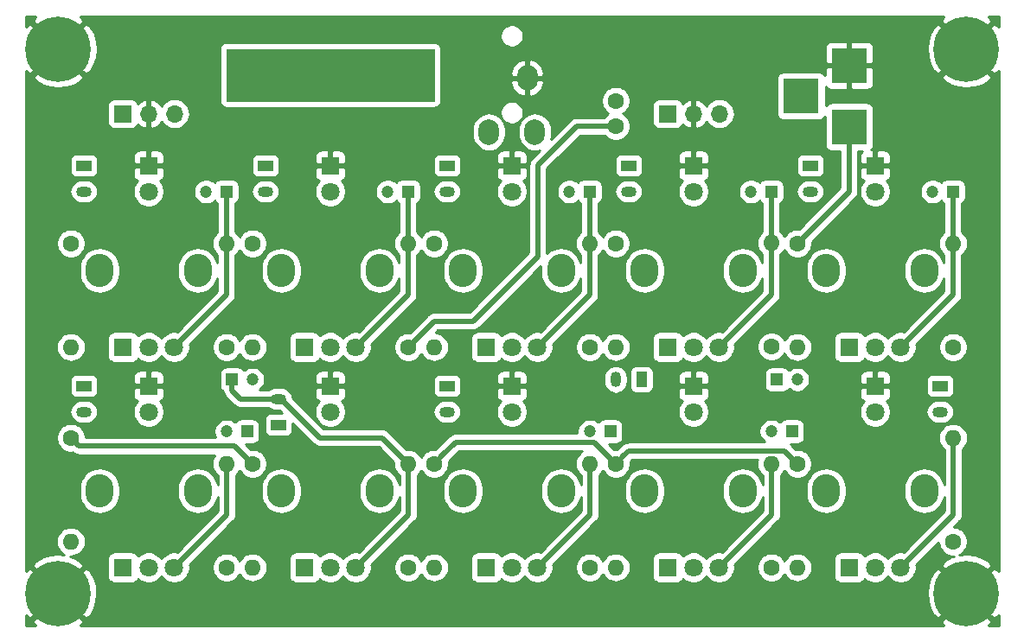
<source format=gbr>
G04 #@! TF.GenerationSoftware,KiCad,Pcbnew,(5.1.4)-1*
G04 #@! TF.CreationDate,2020-12-21T11:31:01-05:00*
G04 #@! TF.ProjectId,buzzybox,62757a7a-7962-46f7-982e-6b696361645f,rev?*
G04 #@! TF.SameCoordinates,Original*
G04 #@! TF.FileFunction,Copper,L2,Bot*
G04 #@! TF.FilePolarity,Positive*
%FSLAX46Y46*%
G04 Gerber Fmt 4.6, Leading zero omitted, Abs format (unit mm)*
G04 Created by KiCad (PCBNEW (5.1.4)-1) date 2020-12-21 11:31:01*
%MOMM*%
%LPD*%
G04 APERTURE LIST*
%ADD10C,0.100000*%
%ADD11R,1.500000X1.050000*%
%ADD12O,1.500000X1.050000*%
%ADD13R,1.050000X1.500000*%
%ADD14O,1.050000X1.500000*%
%ADD15C,1.200000*%
%ADD16R,1.200000X1.200000*%
%ADD17O,1.700000X1.700000*%
%ADD18R,1.700000X1.700000*%
%ADD19O,2.000000X2.500000*%
%ADD20O,1.600000X1.600000*%
%ADD21C,1.600000*%
%ADD22O,2.720000X3.240000*%
%ADD23C,1.800000*%
%ADD24R,1.800000X1.800000*%
%ADD25C,6.400000*%
%ADD26R,3.500000X3.500000*%
%ADD27C,0.500000*%
%ADD28C,0.254000*%
G04 APERTURE END LIST*
D10*
G36*
X104140000Y-58420000D02*
G01*
X83820000Y-58420000D01*
X83820000Y-53340000D01*
X104140000Y-53340000D01*
X104140000Y-58420000D01*
G37*
X104140000Y-58420000D02*
X83820000Y-58420000D01*
X83820000Y-53340000D01*
X104140000Y-53340000D01*
X104140000Y-58420000D01*
D11*
X153670000Y-86360000D03*
D12*
X153670000Y-88900000D03*
D13*
X124460000Y-85725000D03*
D14*
X121920000Y-85725000D03*
D11*
X105410000Y-86360000D03*
D12*
X105410000Y-88900000D03*
D11*
X88900000Y-90170000D03*
D12*
X88900000Y-87630000D03*
D11*
X69850000Y-86360000D03*
D12*
X69850000Y-88900000D03*
D11*
X140970000Y-64770000D03*
D12*
X140970000Y-67310000D03*
D11*
X123190000Y-64770000D03*
D12*
X123190000Y-67310000D03*
D11*
X105410000Y-64770000D03*
D12*
X105410000Y-67310000D03*
D11*
X87630000Y-64770000D03*
D12*
X87630000Y-67310000D03*
D11*
X69850000Y-64770000D03*
D12*
X69850000Y-67310000D03*
D15*
X139700000Y-85725000D03*
D16*
X137700000Y-85725000D03*
D15*
X137160000Y-90805000D03*
D16*
X139160000Y-90805000D03*
D15*
X119380000Y-90805000D03*
D16*
X121380000Y-90805000D03*
D15*
X86360000Y-85725000D03*
D16*
X84360000Y-85725000D03*
D15*
X83820000Y-90805000D03*
D16*
X85820000Y-90805000D03*
D15*
X152940000Y-67310000D03*
D16*
X154940000Y-67310000D03*
D15*
X135160000Y-67310000D03*
D16*
X137160000Y-67310000D03*
D15*
X117380000Y-67310000D03*
D16*
X119380000Y-67310000D03*
D15*
X99600000Y-67310000D03*
D16*
X101600000Y-67310000D03*
D15*
X81820000Y-67310000D03*
D16*
X83820000Y-67310000D03*
D17*
X78740000Y-59690000D03*
X76200000Y-59690000D03*
D18*
X73660000Y-59690000D03*
D17*
X132080000Y-59690000D03*
X129540000Y-59690000D03*
D18*
X127000000Y-59690000D03*
D19*
X109510000Y-61470000D03*
X114010000Y-61470000D03*
X113260000Y-56170000D03*
D20*
X68580000Y-101600000D03*
D21*
X68580000Y-91440000D03*
D22*
X71400000Y-96640000D03*
X81000000Y-96640000D03*
D23*
X78700000Y-104140000D03*
X76200000Y-104140000D03*
D24*
X73700000Y-104140000D03*
D25*
X67310000Y-106680000D03*
X156250000Y-106680000D03*
X156250000Y-53340000D03*
X67350000Y-53340000D03*
D21*
X121920000Y-60920000D03*
X121920000Y-58420000D03*
D26*
X144780000Y-60960000D03*
X144780000Y-54960000D03*
X140080000Y-57960000D03*
D22*
X142520000Y-96640000D03*
X152120000Y-96640000D03*
D23*
X149820000Y-104140000D03*
X147320000Y-104140000D03*
D24*
X144820000Y-104140000D03*
D22*
X124740000Y-96640000D03*
X134340000Y-96640000D03*
D23*
X132040000Y-104140000D03*
X129540000Y-104140000D03*
D24*
X127040000Y-104140000D03*
D22*
X106960000Y-96640000D03*
X116560000Y-96640000D03*
D23*
X114260000Y-104140000D03*
X111760000Y-104140000D03*
D24*
X109260000Y-104140000D03*
D22*
X89180000Y-96640000D03*
X98780000Y-96640000D03*
D23*
X96480000Y-104140000D03*
X93980000Y-104140000D03*
D24*
X91480000Y-104140000D03*
D22*
X142520000Y-75050000D03*
X152120000Y-75050000D03*
D23*
X149820000Y-82550000D03*
X147320000Y-82550000D03*
D24*
X144820000Y-82550000D03*
D22*
X124740000Y-75050000D03*
X134340000Y-75050000D03*
D23*
X132040000Y-82550000D03*
X129540000Y-82550000D03*
D24*
X127040000Y-82550000D03*
D22*
X106960000Y-75050000D03*
X116560000Y-75050000D03*
D23*
X114260000Y-82550000D03*
X111760000Y-82550000D03*
D24*
X109260000Y-82550000D03*
D22*
X89180000Y-75050000D03*
X98780000Y-75050000D03*
D23*
X96480000Y-82550000D03*
X93980000Y-82550000D03*
D24*
X91480000Y-82550000D03*
D22*
X71400000Y-75050000D03*
X81000000Y-75050000D03*
D23*
X78700000Y-82550000D03*
X76200000Y-82550000D03*
D24*
X73700000Y-82550000D03*
D20*
X154940000Y-91440000D03*
D21*
X154940000Y-101600000D03*
D20*
X139700000Y-104140000D03*
D21*
X139700000Y-93980000D03*
D20*
X137160000Y-93980000D03*
D21*
X137160000Y-104140000D03*
D20*
X121920000Y-104140000D03*
D21*
X121920000Y-93980000D03*
D20*
X119380000Y-93980000D03*
D21*
X119380000Y-104140000D03*
D20*
X104140000Y-104140000D03*
D21*
X104140000Y-93980000D03*
D20*
X101600000Y-93980000D03*
D21*
X101600000Y-104140000D03*
D20*
X86360000Y-104140000D03*
D21*
X86360000Y-93980000D03*
D20*
X83820000Y-93980000D03*
D21*
X83820000Y-104140000D03*
D20*
X154940000Y-72390000D03*
D21*
X154940000Y-82550000D03*
X139700000Y-72390000D03*
D20*
X139700000Y-82550000D03*
X137160000Y-72344775D03*
D21*
X137160000Y-82504775D03*
D20*
X121920000Y-82550000D03*
D21*
X121920000Y-72390000D03*
D20*
X119380000Y-72390000D03*
D21*
X119380000Y-82550000D03*
D20*
X104140000Y-82550000D03*
D21*
X104140000Y-72390000D03*
D20*
X101600000Y-72390000D03*
D21*
X101600000Y-82550000D03*
D20*
X86360000Y-82550000D03*
D21*
X86360000Y-72390000D03*
D20*
X83820000Y-72390000D03*
D21*
X83820000Y-82550000D03*
D20*
X68580000Y-82550000D03*
D21*
X68580000Y-72390000D03*
D23*
X147320000Y-88900000D03*
D24*
X147320000Y-86360000D03*
D23*
X129540000Y-88900000D03*
D24*
X129540000Y-86360000D03*
D23*
X111760000Y-88900000D03*
D24*
X111760000Y-86360000D03*
D23*
X93980000Y-88900000D03*
D24*
X93980000Y-86360000D03*
D23*
X76200000Y-88900000D03*
D24*
X76200000Y-86360000D03*
D23*
X147320000Y-67310000D03*
D24*
X147320000Y-64770000D03*
D23*
X129540000Y-67310000D03*
D24*
X129540000Y-64770000D03*
D23*
X111760000Y-67310000D03*
D24*
X111760000Y-64770000D03*
D23*
X93980000Y-67310000D03*
D24*
X93980000Y-64770000D03*
D23*
X76200000Y-67310000D03*
D24*
X76200000Y-64770000D03*
D27*
X118110000Y-60920000D02*
X121920000Y-60920000D01*
X114300000Y-64730000D02*
X118110000Y-60920000D01*
X114300000Y-73660000D02*
X114300000Y-64730000D01*
X107950000Y-80010000D02*
X114300000Y-73660000D01*
X101600000Y-82550000D02*
X104140000Y-80010000D01*
X104140000Y-80010000D02*
X107950000Y-80010000D01*
X101600000Y-77430000D02*
X101600000Y-72390000D01*
X96480000Y-82550000D02*
X101600000Y-77430000D01*
X101600000Y-67310000D02*
X101600000Y-72390000D01*
X119380000Y-67340000D02*
X119380000Y-72390000D01*
X119380000Y-77430000D02*
X119380000Y-72390000D01*
X114260000Y-82550000D02*
X119380000Y-77430000D01*
X119380000Y-67310000D02*
X119380000Y-72390000D01*
X137160000Y-77430000D02*
X137160000Y-72344775D01*
X132040000Y-82550000D02*
X137160000Y-77430000D01*
X137160000Y-67310000D02*
X137160000Y-72344775D01*
X154940000Y-77430000D02*
X154940000Y-72390000D01*
X149820000Y-82550000D02*
X154940000Y-77430000D01*
X154940000Y-72390000D02*
X154940000Y-67310000D01*
X83860000Y-98980000D02*
X83860000Y-93980000D01*
X78700000Y-104140000D02*
X83860000Y-98980000D01*
X101640000Y-98980000D02*
X101640000Y-93980000D01*
X96480000Y-104140000D02*
X101640000Y-98980000D01*
X101600000Y-93980000D02*
X99060000Y-91440000D01*
X89125000Y-87630000D02*
X88900000Y-87630000D01*
X92935000Y-91440000D02*
X89125000Y-87630000D01*
X99060000Y-91440000D02*
X92935000Y-91440000D01*
X84360000Y-86825000D02*
X84360000Y-85725000D01*
X85165000Y-87630000D02*
X84360000Y-86825000D01*
X88900000Y-87630000D02*
X85165000Y-87630000D01*
X119420000Y-98980000D02*
X119420000Y-93980000D01*
X114260000Y-104140000D02*
X119420000Y-98980000D01*
X137200000Y-98980000D02*
X137200000Y-93980000D01*
X132040000Y-104140000D02*
X137200000Y-98980000D01*
X154980000Y-98980000D02*
X154980000Y-91440000D01*
X149820000Y-104140000D02*
X154980000Y-98980000D01*
X144780000Y-67310000D02*
X139700000Y-72390000D01*
X144780000Y-60960000D02*
X144780000Y-67310000D01*
X69379999Y-92239999D02*
X68580000Y-91440000D01*
X84619999Y-92239999D02*
X69379999Y-92239999D01*
X86360000Y-93980000D02*
X84619999Y-92239999D01*
X122719999Y-93180001D02*
X121920000Y-93980000D01*
X123170001Y-92729999D02*
X122719999Y-93180001D01*
X138449999Y-92729999D02*
X123170001Y-92729999D01*
X139700000Y-93980000D02*
X138449999Y-92729999D01*
X104939999Y-93180001D02*
X104140000Y-93980000D01*
X106264999Y-91855001D02*
X104939999Y-93180001D01*
X119795001Y-91855001D02*
X106264999Y-91855001D01*
X121920000Y-93980000D02*
X119795001Y-91855001D01*
X83820000Y-77430000D02*
X83820000Y-72390000D01*
X78700000Y-82550000D02*
X83820000Y-77430000D01*
X83820000Y-72390000D02*
X83820000Y-67310000D01*
D28*
G36*
X64828724Y-50639119D02*
G01*
X67350000Y-53160395D01*
X69871276Y-50639119D01*
X69540914Y-50190000D01*
X154059086Y-50190000D01*
X153728724Y-50639119D01*
X156250000Y-53160395D01*
X158771276Y-50639119D01*
X158440914Y-50190000D01*
X159400001Y-50190000D01*
X159400001Y-51149087D01*
X158950881Y-50818724D01*
X156429605Y-53340000D01*
X158950881Y-55861276D01*
X159400001Y-55530914D01*
X159400000Y-104489086D01*
X158950881Y-104158724D01*
X156429605Y-106680000D01*
X158950881Y-109201276D01*
X159400000Y-108870914D01*
X159400000Y-109830000D01*
X158440914Y-109830000D01*
X158771276Y-109380881D01*
X156250000Y-106859605D01*
X153728724Y-109380881D01*
X154059086Y-109830000D01*
X69500914Y-109830000D01*
X69831276Y-109380881D01*
X67310000Y-106859605D01*
X64788724Y-109380881D01*
X65119086Y-109830000D01*
X64160433Y-109830000D01*
X64161061Y-108871695D01*
X64609119Y-109201276D01*
X67130395Y-106680000D01*
X67489605Y-106680000D01*
X70010881Y-109201276D01*
X70500548Y-108841088D01*
X70860849Y-108177118D01*
X71084694Y-107455615D01*
X71163480Y-106704305D01*
X71159002Y-106655695D01*
X152396520Y-106655695D01*
X152465822Y-107407938D01*
X152680548Y-108132208D01*
X153032445Y-108800670D01*
X153059452Y-108841088D01*
X153549119Y-109201276D01*
X156070395Y-106680000D01*
X153549119Y-104158724D01*
X153059452Y-104518912D01*
X152699151Y-105182882D01*
X152475306Y-105904385D01*
X152396520Y-106655695D01*
X71159002Y-106655695D01*
X71094178Y-105952062D01*
X70879452Y-105227792D01*
X70527555Y-104559330D01*
X70500548Y-104518912D01*
X70010881Y-104158724D01*
X67489605Y-106680000D01*
X67130395Y-106680000D01*
X64609119Y-104158724D01*
X64163939Y-104486188D01*
X64164271Y-103979119D01*
X64788724Y-103979119D01*
X67310000Y-106500395D01*
X69831276Y-103979119D01*
X69471088Y-103489452D01*
X68807118Y-103129151D01*
X68500922Y-103034154D01*
X68509508Y-103035000D01*
X68650492Y-103035000D01*
X68861309Y-103014236D01*
X69131808Y-102932182D01*
X69381101Y-102798932D01*
X69599608Y-102619608D01*
X69778932Y-102401101D01*
X69912182Y-102151808D01*
X69994236Y-101881309D01*
X70021943Y-101600000D01*
X69994236Y-101318691D01*
X69912182Y-101048192D01*
X69778932Y-100798899D01*
X69599608Y-100580392D01*
X69381101Y-100401068D01*
X69131808Y-100267818D01*
X68861309Y-100185764D01*
X68650492Y-100165000D01*
X68509508Y-100165000D01*
X68298691Y-100185764D01*
X68028192Y-100267818D01*
X67778899Y-100401068D01*
X67560392Y-100580392D01*
X67381068Y-100798899D01*
X67247818Y-101048192D01*
X67165764Y-101318691D01*
X67138057Y-101600000D01*
X67165764Y-101881309D01*
X67247818Y-102151808D01*
X67381068Y-102401101D01*
X67560392Y-102619608D01*
X67778899Y-102798932D01*
X67951623Y-102891255D01*
X67334305Y-102826520D01*
X66582062Y-102895822D01*
X65857792Y-103110548D01*
X65189330Y-103462445D01*
X65148912Y-103489452D01*
X64788724Y-103979119D01*
X64164271Y-103979119D01*
X64169321Y-96282002D01*
X69405000Y-96282002D01*
X69405000Y-96997997D01*
X69433867Y-97291087D01*
X69547943Y-97667146D01*
X69733193Y-98013725D01*
X69982497Y-98317503D01*
X70286275Y-98566807D01*
X70632853Y-98752057D01*
X71008912Y-98866133D01*
X71400000Y-98904652D01*
X71791087Y-98866133D01*
X72167146Y-98752057D01*
X72513725Y-98566807D01*
X72817503Y-98317503D01*
X73066807Y-98013725D01*
X73252057Y-97667147D01*
X73366133Y-97291088D01*
X73395000Y-96997998D01*
X73395000Y-96282003D01*
X73366133Y-95988913D01*
X73252057Y-95612853D01*
X73066807Y-95266275D01*
X72817503Y-94962497D01*
X72513725Y-94713193D01*
X72167147Y-94527943D01*
X71791088Y-94413867D01*
X71400000Y-94375348D01*
X71008913Y-94413867D01*
X70632854Y-94527943D01*
X70286276Y-94713193D01*
X69982498Y-94962497D01*
X69733193Y-95266275D01*
X69547943Y-95612853D01*
X69433867Y-95988912D01*
X69405000Y-96282002D01*
X64169321Y-96282002D01*
X64172591Y-91298665D01*
X67145000Y-91298665D01*
X67145000Y-91581335D01*
X67200147Y-91858574D01*
X67308320Y-92119727D01*
X67465363Y-92354759D01*
X67665241Y-92554637D01*
X67900273Y-92711680D01*
X68161426Y-92819853D01*
X68438665Y-92875000D01*
X68721335Y-92875000D01*
X68751424Y-92869015D01*
X68784950Y-92896529D01*
X68784952Y-92896531D01*
X68793432Y-92903490D01*
X68885940Y-92979410D01*
X69039686Y-93061588D01*
X69206509Y-93112194D01*
X69336522Y-93124999D01*
X69336532Y-93124999D01*
X69379998Y-93129280D01*
X69423464Y-93124999D01*
X82665303Y-93124999D01*
X82621068Y-93178899D01*
X82487818Y-93428192D01*
X82405764Y-93698691D01*
X82378057Y-93980000D01*
X82405764Y-94261309D01*
X82487818Y-94531808D01*
X82621068Y-94781101D01*
X82800392Y-94999608D01*
X82975001Y-95142906D01*
X82975001Y-96078945D01*
X82966133Y-95988913D01*
X82852057Y-95612853D01*
X82666807Y-95266275D01*
X82417503Y-94962497D01*
X82113725Y-94713193D01*
X81767147Y-94527943D01*
X81391088Y-94413867D01*
X81000000Y-94375348D01*
X80608913Y-94413867D01*
X80232854Y-94527943D01*
X79886276Y-94713193D01*
X79582498Y-94962497D01*
X79333193Y-95266275D01*
X79147943Y-95612853D01*
X79033867Y-95988912D01*
X79005000Y-96282002D01*
X79005000Y-96997997D01*
X79033867Y-97291087D01*
X79147943Y-97667146D01*
X79333193Y-98013725D01*
X79582497Y-98317503D01*
X79886275Y-98566807D01*
X80232853Y-98752057D01*
X80608912Y-98866133D01*
X81000000Y-98904652D01*
X81391087Y-98866133D01*
X81767146Y-98752057D01*
X82113725Y-98566807D01*
X82417503Y-98317503D01*
X82666807Y-98013725D01*
X82852057Y-97667147D01*
X82966133Y-97291088D01*
X82975000Y-97201058D01*
X82975000Y-98613421D01*
X78961482Y-102626940D01*
X78851184Y-102605000D01*
X78548816Y-102605000D01*
X78252257Y-102663989D01*
X77972905Y-102779701D01*
X77721495Y-102947688D01*
X77507688Y-103161495D01*
X77450000Y-103247831D01*
X77392312Y-103161495D01*
X77178505Y-102947688D01*
X76927095Y-102779701D01*
X76647743Y-102663989D01*
X76351184Y-102605000D01*
X76048816Y-102605000D01*
X75752257Y-102663989D01*
X75472905Y-102779701D01*
X75221495Y-102947688D01*
X75183880Y-102985303D01*
X75130537Y-102885506D01*
X75051185Y-102788815D01*
X74954494Y-102709463D01*
X74844180Y-102650498D01*
X74724482Y-102614188D01*
X74600000Y-102601928D01*
X72800000Y-102601928D01*
X72675518Y-102614188D01*
X72555820Y-102650498D01*
X72445506Y-102709463D01*
X72348815Y-102788815D01*
X72269463Y-102885506D01*
X72210498Y-102995820D01*
X72174188Y-103115518D01*
X72161928Y-103240000D01*
X72161928Y-105040000D01*
X72174188Y-105164482D01*
X72210498Y-105284180D01*
X72269463Y-105394494D01*
X72348815Y-105491185D01*
X72445506Y-105570537D01*
X72555820Y-105629502D01*
X72675518Y-105665812D01*
X72800000Y-105678072D01*
X74600000Y-105678072D01*
X74724482Y-105665812D01*
X74844180Y-105629502D01*
X74954494Y-105570537D01*
X75051185Y-105491185D01*
X75130537Y-105394494D01*
X75183880Y-105294697D01*
X75221495Y-105332312D01*
X75472905Y-105500299D01*
X75752257Y-105616011D01*
X76048816Y-105675000D01*
X76351184Y-105675000D01*
X76647743Y-105616011D01*
X76927095Y-105500299D01*
X77178505Y-105332312D01*
X77392312Y-105118505D01*
X77450000Y-105032169D01*
X77507688Y-105118505D01*
X77721495Y-105332312D01*
X77972905Y-105500299D01*
X78252257Y-105616011D01*
X78548816Y-105675000D01*
X78851184Y-105675000D01*
X79147743Y-105616011D01*
X79427095Y-105500299D01*
X79678505Y-105332312D01*
X79892312Y-105118505D01*
X80060299Y-104867095D01*
X80176011Y-104587743D01*
X80235000Y-104291184D01*
X80235000Y-103998665D01*
X82385000Y-103998665D01*
X82385000Y-104281335D01*
X82440147Y-104558574D01*
X82548320Y-104819727D01*
X82705363Y-105054759D01*
X82905241Y-105254637D01*
X83140273Y-105411680D01*
X83401426Y-105519853D01*
X83678665Y-105575000D01*
X83961335Y-105575000D01*
X84238574Y-105519853D01*
X84499727Y-105411680D01*
X84734759Y-105254637D01*
X84934637Y-105054759D01*
X85091680Y-104819727D01*
X85093650Y-104814971D01*
X85161068Y-104941101D01*
X85340392Y-105159608D01*
X85558899Y-105338932D01*
X85808192Y-105472182D01*
X86078691Y-105554236D01*
X86289508Y-105575000D01*
X86430492Y-105575000D01*
X86641309Y-105554236D01*
X86911808Y-105472182D01*
X87161101Y-105338932D01*
X87379608Y-105159608D01*
X87558932Y-104941101D01*
X87692182Y-104691808D01*
X87774236Y-104421309D01*
X87801943Y-104140000D01*
X87774236Y-103858691D01*
X87692182Y-103588192D01*
X87558932Y-103338899D01*
X87379608Y-103120392D01*
X87161101Y-102941068D01*
X86911808Y-102807818D01*
X86641309Y-102725764D01*
X86430492Y-102705000D01*
X86289508Y-102705000D01*
X86078691Y-102725764D01*
X85808192Y-102807818D01*
X85558899Y-102941068D01*
X85340392Y-103120392D01*
X85161068Y-103338899D01*
X85093650Y-103465029D01*
X85091680Y-103460273D01*
X84934637Y-103225241D01*
X84734759Y-103025363D01*
X84499727Y-102868320D01*
X84238574Y-102760147D01*
X83961335Y-102705000D01*
X83678665Y-102705000D01*
X83401426Y-102760147D01*
X83140273Y-102868320D01*
X82905241Y-103025363D01*
X82705363Y-103225241D01*
X82548320Y-103460273D01*
X82440147Y-103721426D01*
X82385000Y-103998665D01*
X80235000Y-103998665D01*
X80235000Y-103988816D01*
X80213060Y-103878518D01*
X84455051Y-99636528D01*
X84488817Y-99608817D01*
X84599411Y-99474059D01*
X84681589Y-99320313D01*
X84732195Y-99153490D01*
X84745000Y-99023477D01*
X84745000Y-99023469D01*
X84749281Y-98980000D01*
X84745000Y-98936531D01*
X84745000Y-96282002D01*
X87185000Y-96282002D01*
X87185000Y-96997997D01*
X87213867Y-97291087D01*
X87327943Y-97667146D01*
X87513193Y-98013725D01*
X87762497Y-98317503D01*
X88066275Y-98566807D01*
X88412853Y-98752057D01*
X88788912Y-98866133D01*
X89180000Y-98904652D01*
X89571087Y-98866133D01*
X89947146Y-98752057D01*
X90293725Y-98566807D01*
X90597503Y-98317503D01*
X90846807Y-98013725D01*
X91032057Y-97667147D01*
X91146133Y-97291088D01*
X91175000Y-96997998D01*
X91175000Y-96282003D01*
X91146133Y-95988913D01*
X91032057Y-95612853D01*
X90846807Y-95266275D01*
X90597503Y-94962497D01*
X90293725Y-94713193D01*
X89947147Y-94527943D01*
X89571088Y-94413867D01*
X89180000Y-94375348D01*
X88788913Y-94413867D01*
X88412854Y-94527943D01*
X88066276Y-94713193D01*
X87762498Y-94962497D01*
X87513193Y-95266275D01*
X87327943Y-95612853D01*
X87213867Y-95988912D01*
X87185000Y-96282002D01*
X84745000Y-96282002D01*
X84745000Y-95077251D01*
X84839608Y-94999608D01*
X85018932Y-94781101D01*
X85086350Y-94654971D01*
X85088320Y-94659727D01*
X85245363Y-94894759D01*
X85445241Y-95094637D01*
X85680273Y-95251680D01*
X85941426Y-95359853D01*
X86218665Y-95415000D01*
X86501335Y-95415000D01*
X86778574Y-95359853D01*
X87039727Y-95251680D01*
X87274759Y-95094637D01*
X87474637Y-94894759D01*
X87631680Y-94659727D01*
X87739853Y-94398574D01*
X87795000Y-94121335D01*
X87795000Y-93838665D01*
X87739853Y-93561426D01*
X87631680Y-93300273D01*
X87474637Y-93065241D01*
X87274759Y-92865363D01*
X87039727Y-92708320D01*
X86778574Y-92600147D01*
X86501335Y-92545000D01*
X86218665Y-92545000D01*
X86183561Y-92551983D01*
X85674650Y-92043072D01*
X86420000Y-92043072D01*
X86544482Y-92030812D01*
X86664180Y-91994502D01*
X86774494Y-91935537D01*
X86871185Y-91856185D01*
X86950537Y-91759494D01*
X87009502Y-91649180D01*
X87045812Y-91529482D01*
X87058072Y-91405000D01*
X87058072Y-90205000D01*
X87045812Y-90080518D01*
X87009502Y-89960820D01*
X86950537Y-89850506D01*
X86871185Y-89753815D01*
X86774494Y-89674463D01*
X86664180Y-89615498D01*
X86544482Y-89579188D01*
X86420000Y-89566928D01*
X85220000Y-89566928D01*
X85095518Y-89579188D01*
X84975820Y-89615498D01*
X84865506Y-89674463D01*
X84768815Y-89753815D01*
X84689463Y-89850506D01*
X84662501Y-89900947D01*
X84607267Y-89845713D01*
X84404992Y-89710557D01*
X84180236Y-89617460D01*
X83941637Y-89570000D01*
X83698363Y-89570000D01*
X83459764Y-89617460D01*
X83235008Y-89710557D01*
X83032733Y-89845713D01*
X82860713Y-90017733D01*
X82725557Y-90220008D01*
X82632460Y-90444764D01*
X82585000Y-90683363D01*
X82585000Y-90926637D01*
X82632460Y-91165236D01*
X82711062Y-91354999D01*
X70015000Y-91354999D01*
X70015000Y-91298665D01*
X69959853Y-91021426D01*
X69851680Y-90760273D01*
X69694637Y-90525241D01*
X69494759Y-90325363D01*
X69259727Y-90168320D01*
X68998574Y-90060147D01*
X68721335Y-90005000D01*
X68438665Y-90005000D01*
X68161426Y-90060147D01*
X67900273Y-90168320D01*
X67665241Y-90325363D01*
X67465363Y-90525241D01*
X67308320Y-90760273D01*
X67200147Y-91021426D01*
X67145000Y-91298665D01*
X64172591Y-91298665D01*
X64174165Y-88900000D01*
X68459388Y-88900000D01*
X68481785Y-89127400D01*
X68548115Y-89346060D01*
X68655829Y-89547579D01*
X68800788Y-89724212D01*
X68977421Y-89869171D01*
X69178940Y-89976885D01*
X69397600Y-90043215D01*
X69568021Y-90060000D01*
X70131979Y-90060000D01*
X70302400Y-90043215D01*
X70521060Y-89976885D01*
X70722579Y-89869171D01*
X70899212Y-89724212D01*
X71044171Y-89547579D01*
X71151885Y-89346060D01*
X71218215Y-89127400D01*
X71240612Y-88900000D01*
X71218215Y-88672600D01*
X71151885Y-88453940D01*
X71044171Y-88252421D01*
X70899212Y-88075788D01*
X70722579Y-87930829D01*
X70521060Y-87823115D01*
X70302400Y-87756785D01*
X70131979Y-87740000D01*
X69568021Y-87740000D01*
X69397600Y-87756785D01*
X69178940Y-87823115D01*
X68977421Y-87930829D01*
X68800788Y-88075788D01*
X68655829Y-88252421D01*
X68548115Y-88453940D01*
X68481785Y-88672600D01*
X68459388Y-88900000D01*
X64174165Y-88900000D01*
X64176176Y-85835000D01*
X68461928Y-85835000D01*
X68461928Y-86885000D01*
X68474188Y-87009482D01*
X68510498Y-87129180D01*
X68569463Y-87239494D01*
X68648815Y-87336185D01*
X68745506Y-87415537D01*
X68855820Y-87474502D01*
X68975518Y-87510812D01*
X69100000Y-87523072D01*
X70600000Y-87523072D01*
X70724482Y-87510812D01*
X70844180Y-87474502D01*
X70954494Y-87415537D01*
X71051185Y-87336185D01*
X71113708Y-87260000D01*
X74661928Y-87260000D01*
X74674188Y-87384482D01*
X74710498Y-87504180D01*
X74769463Y-87614494D01*
X74848815Y-87711185D01*
X74945506Y-87790537D01*
X75055820Y-87849502D01*
X75074127Y-87855056D01*
X75007688Y-87921495D01*
X74839701Y-88172905D01*
X74723989Y-88452257D01*
X74665000Y-88748816D01*
X74665000Y-89051184D01*
X74723989Y-89347743D01*
X74839701Y-89627095D01*
X75007688Y-89878505D01*
X75221495Y-90092312D01*
X75472905Y-90260299D01*
X75752257Y-90376011D01*
X76048816Y-90435000D01*
X76351184Y-90435000D01*
X76647743Y-90376011D01*
X76927095Y-90260299D01*
X77178505Y-90092312D01*
X77392312Y-89878505D01*
X77560299Y-89627095D01*
X77676011Y-89347743D01*
X77735000Y-89051184D01*
X77735000Y-88748816D01*
X77676011Y-88452257D01*
X77560299Y-88172905D01*
X77392312Y-87921495D01*
X77325873Y-87855056D01*
X77344180Y-87849502D01*
X77454494Y-87790537D01*
X77551185Y-87711185D01*
X77630537Y-87614494D01*
X77689502Y-87504180D01*
X77725812Y-87384482D01*
X77738072Y-87260000D01*
X77735000Y-86645750D01*
X77576250Y-86487000D01*
X76327000Y-86487000D01*
X76327000Y-86507000D01*
X76073000Y-86507000D01*
X76073000Y-86487000D01*
X74823750Y-86487000D01*
X74665000Y-86645750D01*
X74661928Y-87260000D01*
X71113708Y-87260000D01*
X71130537Y-87239494D01*
X71189502Y-87129180D01*
X71225812Y-87009482D01*
X71238072Y-86885000D01*
X71238072Y-85835000D01*
X71225812Y-85710518D01*
X71189502Y-85590820D01*
X71130537Y-85480506D01*
X71113709Y-85460000D01*
X74661928Y-85460000D01*
X74665000Y-86074250D01*
X74823750Y-86233000D01*
X76073000Y-86233000D01*
X76073000Y-84983750D01*
X76327000Y-84983750D01*
X76327000Y-86233000D01*
X77576250Y-86233000D01*
X77735000Y-86074250D01*
X77738072Y-85460000D01*
X77725812Y-85335518D01*
X77689502Y-85215820D01*
X77640957Y-85125000D01*
X83121928Y-85125000D01*
X83121928Y-86325000D01*
X83134188Y-86449482D01*
X83170498Y-86569180D01*
X83229463Y-86679494D01*
X83308815Y-86776185D01*
X83405506Y-86855537D01*
X83477517Y-86894028D01*
X83487805Y-86998489D01*
X83538411Y-87165312D01*
X83620589Y-87319058D01*
X83731183Y-87453817D01*
X83764956Y-87481534D01*
X84508470Y-88225049D01*
X84536183Y-88258817D01*
X84569951Y-88286530D01*
X84569953Y-88286532D01*
X84670941Y-88369411D01*
X84824687Y-88451589D01*
X84940903Y-88486843D01*
X84991509Y-88502195D01*
X85006306Y-88503652D01*
X85121523Y-88515000D01*
X85121531Y-88515000D01*
X85165000Y-88519281D01*
X85208469Y-88515000D01*
X87924858Y-88515000D01*
X88027421Y-88599171D01*
X88228940Y-88706885D01*
X88447600Y-88773215D01*
X88618021Y-88790000D01*
X89033422Y-88790000D01*
X89250350Y-89006928D01*
X88150000Y-89006928D01*
X88025518Y-89019188D01*
X87905820Y-89055498D01*
X87795506Y-89114463D01*
X87698815Y-89193815D01*
X87619463Y-89290506D01*
X87560498Y-89400820D01*
X87524188Y-89520518D01*
X87511928Y-89645000D01*
X87511928Y-90695000D01*
X87524188Y-90819482D01*
X87560498Y-90939180D01*
X87619463Y-91049494D01*
X87698815Y-91146185D01*
X87795506Y-91225537D01*
X87905820Y-91284502D01*
X88025518Y-91320812D01*
X88150000Y-91333072D01*
X89650000Y-91333072D01*
X89774482Y-91320812D01*
X89894180Y-91284502D01*
X90004494Y-91225537D01*
X90101185Y-91146185D01*
X90180537Y-91049494D01*
X90239502Y-90939180D01*
X90275812Y-90819482D01*
X90288072Y-90695000D01*
X90288072Y-90044650D01*
X92278470Y-92035049D01*
X92306183Y-92068817D01*
X92339951Y-92096530D01*
X92339953Y-92096532D01*
X92440941Y-92179411D01*
X92594686Y-92261589D01*
X92747045Y-92307807D01*
X92761510Y-92312195D01*
X92891523Y-92325000D01*
X92891531Y-92325000D01*
X92935000Y-92329281D01*
X92978469Y-92325000D01*
X98693422Y-92325000D01*
X100175125Y-93806704D01*
X100158057Y-93980000D01*
X100185764Y-94261309D01*
X100267818Y-94531808D01*
X100401068Y-94781101D01*
X100580392Y-94999608D01*
X100755001Y-95142906D01*
X100755001Y-96078945D01*
X100746133Y-95988913D01*
X100632057Y-95612853D01*
X100446807Y-95266275D01*
X100197503Y-94962497D01*
X99893725Y-94713193D01*
X99547147Y-94527943D01*
X99171088Y-94413867D01*
X98780000Y-94375348D01*
X98388913Y-94413867D01*
X98012854Y-94527943D01*
X97666276Y-94713193D01*
X97362498Y-94962497D01*
X97113193Y-95266275D01*
X96927943Y-95612853D01*
X96813867Y-95988912D01*
X96785000Y-96282002D01*
X96785000Y-96997997D01*
X96813867Y-97291087D01*
X96927943Y-97667146D01*
X97113193Y-98013725D01*
X97362497Y-98317503D01*
X97666275Y-98566807D01*
X98012853Y-98752057D01*
X98388912Y-98866133D01*
X98780000Y-98904652D01*
X99171087Y-98866133D01*
X99547146Y-98752057D01*
X99893725Y-98566807D01*
X100197503Y-98317503D01*
X100446807Y-98013725D01*
X100632057Y-97667147D01*
X100746133Y-97291088D01*
X100755000Y-97201058D01*
X100755000Y-98613421D01*
X96741482Y-102626940D01*
X96631184Y-102605000D01*
X96328816Y-102605000D01*
X96032257Y-102663989D01*
X95752905Y-102779701D01*
X95501495Y-102947688D01*
X95287688Y-103161495D01*
X95230000Y-103247831D01*
X95172312Y-103161495D01*
X94958505Y-102947688D01*
X94707095Y-102779701D01*
X94427743Y-102663989D01*
X94131184Y-102605000D01*
X93828816Y-102605000D01*
X93532257Y-102663989D01*
X93252905Y-102779701D01*
X93001495Y-102947688D01*
X92963880Y-102985303D01*
X92910537Y-102885506D01*
X92831185Y-102788815D01*
X92734494Y-102709463D01*
X92624180Y-102650498D01*
X92504482Y-102614188D01*
X92380000Y-102601928D01*
X90580000Y-102601928D01*
X90455518Y-102614188D01*
X90335820Y-102650498D01*
X90225506Y-102709463D01*
X90128815Y-102788815D01*
X90049463Y-102885506D01*
X89990498Y-102995820D01*
X89954188Y-103115518D01*
X89941928Y-103240000D01*
X89941928Y-105040000D01*
X89954188Y-105164482D01*
X89990498Y-105284180D01*
X90049463Y-105394494D01*
X90128815Y-105491185D01*
X90225506Y-105570537D01*
X90335820Y-105629502D01*
X90455518Y-105665812D01*
X90580000Y-105678072D01*
X92380000Y-105678072D01*
X92504482Y-105665812D01*
X92624180Y-105629502D01*
X92734494Y-105570537D01*
X92831185Y-105491185D01*
X92910537Y-105394494D01*
X92963880Y-105294697D01*
X93001495Y-105332312D01*
X93252905Y-105500299D01*
X93532257Y-105616011D01*
X93828816Y-105675000D01*
X94131184Y-105675000D01*
X94427743Y-105616011D01*
X94707095Y-105500299D01*
X94958505Y-105332312D01*
X95172312Y-105118505D01*
X95230000Y-105032169D01*
X95287688Y-105118505D01*
X95501495Y-105332312D01*
X95752905Y-105500299D01*
X96032257Y-105616011D01*
X96328816Y-105675000D01*
X96631184Y-105675000D01*
X96927743Y-105616011D01*
X97207095Y-105500299D01*
X97458505Y-105332312D01*
X97672312Y-105118505D01*
X97840299Y-104867095D01*
X97956011Y-104587743D01*
X98015000Y-104291184D01*
X98015000Y-103998665D01*
X100165000Y-103998665D01*
X100165000Y-104281335D01*
X100220147Y-104558574D01*
X100328320Y-104819727D01*
X100485363Y-105054759D01*
X100685241Y-105254637D01*
X100920273Y-105411680D01*
X101181426Y-105519853D01*
X101458665Y-105575000D01*
X101741335Y-105575000D01*
X102018574Y-105519853D01*
X102279727Y-105411680D01*
X102514759Y-105254637D01*
X102714637Y-105054759D01*
X102871680Y-104819727D01*
X102873650Y-104814971D01*
X102941068Y-104941101D01*
X103120392Y-105159608D01*
X103338899Y-105338932D01*
X103588192Y-105472182D01*
X103858691Y-105554236D01*
X104069508Y-105575000D01*
X104210492Y-105575000D01*
X104421309Y-105554236D01*
X104691808Y-105472182D01*
X104941101Y-105338932D01*
X105159608Y-105159608D01*
X105338932Y-104941101D01*
X105472182Y-104691808D01*
X105554236Y-104421309D01*
X105581943Y-104140000D01*
X105554236Y-103858691D01*
X105472182Y-103588192D01*
X105338932Y-103338899D01*
X105159608Y-103120392D01*
X104941101Y-102941068D01*
X104691808Y-102807818D01*
X104421309Y-102725764D01*
X104210492Y-102705000D01*
X104069508Y-102705000D01*
X103858691Y-102725764D01*
X103588192Y-102807818D01*
X103338899Y-102941068D01*
X103120392Y-103120392D01*
X102941068Y-103338899D01*
X102873650Y-103465029D01*
X102871680Y-103460273D01*
X102714637Y-103225241D01*
X102514759Y-103025363D01*
X102279727Y-102868320D01*
X102018574Y-102760147D01*
X101741335Y-102705000D01*
X101458665Y-102705000D01*
X101181426Y-102760147D01*
X100920273Y-102868320D01*
X100685241Y-103025363D01*
X100485363Y-103225241D01*
X100328320Y-103460273D01*
X100220147Y-103721426D01*
X100165000Y-103998665D01*
X98015000Y-103998665D01*
X98015000Y-103988816D01*
X97993060Y-103878518D01*
X102235051Y-99636528D01*
X102268817Y-99608817D01*
X102379411Y-99474059D01*
X102461589Y-99320313D01*
X102512195Y-99153490D01*
X102525000Y-99023477D01*
X102525000Y-99023469D01*
X102529281Y-98980000D01*
X102525000Y-98936531D01*
X102525000Y-96282002D01*
X104965000Y-96282002D01*
X104965000Y-96997997D01*
X104993867Y-97291087D01*
X105107943Y-97667146D01*
X105293193Y-98013725D01*
X105542497Y-98317503D01*
X105846275Y-98566807D01*
X106192853Y-98752057D01*
X106568912Y-98866133D01*
X106960000Y-98904652D01*
X107351087Y-98866133D01*
X107727146Y-98752057D01*
X108073725Y-98566807D01*
X108377503Y-98317503D01*
X108626807Y-98013725D01*
X108812057Y-97667147D01*
X108926133Y-97291088D01*
X108955000Y-96997998D01*
X108955000Y-96282003D01*
X108926133Y-95988913D01*
X108812057Y-95612853D01*
X108626807Y-95266275D01*
X108377503Y-94962497D01*
X108073725Y-94713193D01*
X107727147Y-94527943D01*
X107351088Y-94413867D01*
X106960000Y-94375348D01*
X106568913Y-94413867D01*
X106192854Y-94527943D01*
X105846276Y-94713193D01*
X105542498Y-94962497D01*
X105293193Y-95266275D01*
X105107943Y-95612853D01*
X104993867Y-95988912D01*
X104965000Y-96282002D01*
X102525000Y-96282002D01*
X102525000Y-95077251D01*
X102619608Y-94999608D01*
X102798932Y-94781101D01*
X102866350Y-94654971D01*
X102868320Y-94659727D01*
X103025363Y-94894759D01*
X103225241Y-95094637D01*
X103460273Y-95251680D01*
X103721426Y-95359853D01*
X103998665Y-95415000D01*
X104281335Y-95415000D01*
X104558574Y-95359853D01*
X104819727Y-95251680D01*
X105054759Y-95094637D01*
X105254637Y-94894759D01*
X105411680Y-94659727D01*
X105519853Y-94398574D01*
X105575000Y-94121335D01*
X105575000Y-93838665D01*
X105568017Y-93803562D01*
X105596531Y-93775048D01*
X105596535Y-93775043D01*
X106631578Y-92740001D01*
X118655730Y-92740001D01*
X118578899Y-92781068D01*
X118360392Y-92960392D01*
X118181068Y-93178899D01*
X118047818Y-93428192D01*
X117965764Y-93698691D01*
X117938057Y-93980000D01*
X117965764Y-94261309D01*
X118047818Y-94531808D01*
X118181068Y-94781101D01*
X118360392Y-94999608D01*
X118535001Y-95142906D01*
X118535001Y-96078945D01*
X118526133Y-95988913D01*
X118412057Y-95612853D01*
X118226807Y-95266275D01*
X117977503Y-94962497D01*
X117673725Y-94713193D01*
X117327147Y-94527943D01*
X116951088Y-94413867D01*
X116560000Y-94375348D01*
X116168913Y-94413867D01*
X115792854Y-94527943D01*
X115446276Y-94713193D01*
X115142498Y-94962497D01*
X114893193Y-95266275D01*
X114707943Y-95612853D01*
X114593867Y-95988912D01*
X114565000Y-96282002D01*
X114565000Y-96997997D01*
X114593867Y-97291087D01*
X114707943Y-97667146D01*
X114893193Y-98013725D01*
X115142497Y-98317503D01*
X115446275Y-98566807D01*
X115792853Y-98752057D01*
X116168912Y-98866133D01*
X116560000Y-98904652D01*
X116951087Y-98866133D01*
X117327146Y-98752057D01*
X117673725Y-98566807D01*
X117977503Y-98317503D01*
X118226807Y-98013725D01*
X118412057Y-97667147D01*
X118526133Y-97291088D01*
X118535000Y-97201058D01*
X118535000Y-98613421D01*
X114521482Y-102626940D01*
X114411184Y-102605000D01*
X114108816Y-102605000D01*
X113812257Y-102663989D01*
X113532905Y-102779701D01*
X113281495Y-102947688D01*
X113067688Y-103161495D01*
X113010000Y-103247831D01*
X112952312Y-103161495D01*
X112738505Y-102947688D01*
X112487095Y-102779701D01*
X112207743Y-102663989D01*
X111911184Y-102605000D01*
X111608816Y-102605000D01*
X111312257Y-102663989D01*
X111032905Y-102779701D01*
X110781495Y-102947688D01*
X110743880Y-102985303D01*
X110690537Y-102885506D01*
X110611185Y-102788815D01*
X110514494Y-102709463D01*
X110404180Y-102650498D01*
X110284482Y-102614188D01*
X110160000Y-102601928D01*
X108360000Y-102601928D01*
X108235518Y-102614188D01*
X108115820Y-102650498D01*
X108005506Y-102709463D01*
X107908815Y-102788815D01*
X107829463Y-102885506D01*
X107770498Y-102995820D01*
X107734188Y-103115518D01*
X107721928Y-103240000D01*
X107721928Y-105040000D01*
X107734188Y-105164482D01*
X107770498Y-105284180D01*
X107829463Y-105394494D01*
X107908815Y-105491185D01*
X108005506Y-105570537D01*
X108115820Y-105629502D01*
X108235518Y-105665812D01*
X108360000Y-105678072D01*
X110160000Y-105678072D01*
X110284482Y-105665812D01*
X110404180Y-105629502D01*
X110514494Y-105570537D01*
X110611185Y-105491185D01*
X110690537Y-105394494D01*
X110743880Y-105294697D01*
X110781495Y-105332312D01*
X111032905Y-105500299D01*
X111312257Y-105616011D01*
X111608816Y-105675000D01*
X111911184Y-105675000D01*
X112207743Y-105616011D01*
X112487095Y-105500299D01*
X112738505Y-105332312D01*
X112952312Y-105118505D01*
X113010000Y-105032169D01*
X113067688Y-105118505D01*
X113281495Y-105332312D01*
X113532905Y-105500299D01*
X113812257Y-105616011D01*
X114108816Y-105675000D01*
X114411184Y-105675000D01*
X114707743Y-105616011D01*
X114987095Y-105500299D01*
X115238505Y-105332312D01*
X115452312Y-105118505D01*
X115620299Y-104867095D01*
X115736011Y-104587743D01*
X115795000Y-104291184D01*
X115795000Y-103998665D01*
X117945000Y-103998665D01*
X117945000Y-104281335D01*
X118000147Y-104558574D01*
X118108320Y-104819727D01*
X118265363Y-105054759D01*
X118465241Y-105254637D01*
X118700273Y-105411680D01*
X118961426Y-105519853D01*
X119238665Y-105575000D01*
X119521335Y-105575000D01*
X119798574Y-105519853D01*
X120059727Y-105411680D01*
X120294759Y-105254637D01*
X120494637Y-105054759D01*
X120651680Y-104819727D01*
X120653650Y-104814971D01*
X120721068Y-104941101D01*
X120900392Y-105159608D01*
X121118899Y-105338932D01*
X121368192Y-105472182D01*
X121638691Y-105554236D01*
X121849508Y-105575000D01*
X121990492Y-105575000D01*
X122201309Y-105554236D01*
X122471808Y-105472182D01*
X122721101Y-105338932D01*
X122939608Y-105159608D01*
X123118932Y-104941101D01*
X123252182Y-104691808D01*
X123334236Y-104421309D01*
X123361943Y-104140000D01*
X123334236Y-103858691D01*
X123252182Y-103588192D01*
X123118932Y-103338899D01*
X122939608Y-103120392D01*
X122721101Y-102941068D01*
X122471808Y-102807818D01*
X122201309Y-102725764D01*
X121990492Y-102705000D01*
X121849508Y-102705000D01*
X121638691Y-102725764D01*
X121368192Y-102807818D01*
X121118899Y-102941068D01*
X120900392Y-103120392D01*
X120721068Y-103338899D01*
X120653650Y-103465029D01*
X120651680Y-103460273D01*
X120494637Y-103225241D01*
X120294759Y-103025363D01*
X120059727Y-102868320D01*
X119798574Y-102760147D01*
X119521335Y-102705000D01*
X119238665Y-102705000D01*
X118961426Y-102760147D01*
X118700273Y-102868320D01*
X118465241Y-103025363D01*
X118265363Y-103225241D01*
X118108320Y-103460273D01*
X118000147Y-103721426D01*
X117945000Y-103998665D01*
X115795000Y-103998665D01*
X115795000Y-103988816D01*
X115773060Y-103878518D01*
X120015051Y-99636528D01*
X120048817Y-99608817D01*
X120159411Y-99474059D01*
X120241589Y-99320313D01*
X120292195Y-99153490D01*
X120305000Y-99023477D01*
X120305000Y-99023469D01*
X120309281Y-98980000D01*
X120305000Y-98936531D01*
X120305000Y-96282002D01*
X122745000Y-96282002D01*
X122745000Y-96997997D01*
X122773867Y-97291087D01*
X122887943Y-97667146D01*
X123073193Y-98013725D01*
X123322497Y-98317503D01*
X123626275Y-98566807D01*
X123972853Y-98752057D01*
X124348912Y-98866133D01*
X124740000Y-98904652D01*
X125131087Y-98866133D01*
X125507146Y-98752057D01*
X125853725Y-98566807D01*
X126157503Y-98317503D01*
X126406807Y-98013725D01*
X126592057Y-97667147D01*
X126706133Y-97291088D01*
X126735000Y-96997998D01*
X126735000Y-96282003D01*
X126706133Y-95988913D01*
X126592057Y-95612853D01*
X126406807Y-95266275D01*
X126157503Y-94962497D01*
X125853725Y-94713193D01*
X125507147Y-94527943D01*
X125131088Y-94413867D01*
X124740000Y-94375348D01*
X124348913Y-94413867D01*
X123972854Y-94527943D01*
X123626276Y-94713193D01*
X123322498Y-94962497D01*
X123073193Y-95266275D01*
X122887943Y-95612853D01*
X122773867Y-95988912D01*
X122745000Y-96282002D01*
X120305000Y-96282002D01*
X120305000Y-95077251D01*
X120399608Y-94999608D01*
X120578932Y-94781101D01*
X120646350Y-94654971D01*
X120648320Y-94659727D01*
X120805363Y-94894759D01*
X121005241Y-95094637D01*
X121240273Y-95251680D01*
X121501426Y-95359853D01*
X121778665Y-95415000D01*
X122061335Y-95415000D01*
X122338574Y-95359853D01*
X122599727Y-95251680D01*
X122834759Y-95094637D01*
X123034637Y-94894759D01*
X123191680Y-94659727D01*
X123299853Y-94398574D01*
X123355000Y-94121335D01*
X123355000Y-93838665D01*
X123348017Y-93803562D01*
X123376531Y-93775048D01*
X123376536Y-93775042D01*
X123536579Y-93614999D01*
X135771151Y-93614999D01*
X135745764Y-93698691D01*
X135718057Y-93980000D01*
X135745764Y-94261309D01*
X135827818Y-94531808D01*
X135961068Y-94781101D01*
X136140392Y-94999608D01*
X136315001Y-95142906D01*
X136315001Y-96078945D01*
X136306133Y-95988913D01*
X136192057Y-95612853D01*
X136006807Y-95266275D01*
X135757503Y-94962497D01*
X135453725Y-94713193D01*
X135107147Y-94527943D01*
X134731088Y-94413867D01*
X134340000Y-94375348D01*
X133948913Y-94413867D01*
X133572854Y-94527943D01*
X133226276Y-94713193D01*
X132922498Y-94962497D01*
X132673193Y-95266275D01*
X132487943Y-95612853D01*
X132373867Y-95988912D01*
X132345000Y-96282002D01*
X132345000Y-96997997D01*
X132373867Y-97291087D01*
X132487943Y-97667146D01*
X132673193Y-98013725D01*
X132922497Y-98317503D01*
X133226275Y-98566807D01*
X133572853Y-98752057D01*
X133948912Y-98866133D01*
X134340000Y-98904652D01*
X134731087Y-98866133D01*
X135107146Y-98752057D01*
X135453725Y-98566807D01*
X135757503Y-98317503D01*
X136006807Y-98013725D01*
X136192057Y-97667147D01*
X136306133Y-97291088D01*
X136315000Y-97201058D01*
X136315000Y-98613421D01*
X132301482Y-102626940D01*
X132191184Y-102605000D01*
X131888816Y-102605000D01*
X131592257Y-102663989D01*
X131312905Y-102779701D01*
X131061495Y-102947688D01*
X130847688Y-103161495D01*
X130790000Y-103247831D01*
X130732312Y-103161495D01*
X130518505Y-102947688D01*
X130267095Y-102779701D01*
X129987743Y-102663989D01*
X129691184Y-102605000D01*
X129388816Y-102605000D01*
X129092257Y-102663989D01*
X128812905Y-102779701D01*
X128561495Y-102947688D01*
X128523880Y-102985303D01*
X128470537Y-102885506D01*
X128391185Y-102788815D01*
X128294494Y-102709463D01*
X128184180Y-102650498D01*
X128064482Y-102614188D01*
X127940000Y-102601928D01*
X126140000Y-102601928D01*
X126015518Y-102614188D01*
X125895820Y-102650498D01*
X125785506Y-102709463D01*
X125688815Y-102788815D01*
X125609463Y-102885506D01*
X125550498Y-102995820D01*
X125514188Y-103115518D01*
X125501928Y-103240000D01*
X125501928Y-105040000D01*
X125514188Y-105164482D01*
X125550498Y-105284180D01*
X125609463Y-105394494D01*
X125688815Y-105491185D01*
X125785506Y-105570537D01*
X125895820Y-105629502D01*
X126015518Y-105665812D01*
X126140000Y-105678072D01*
X127940000Y-105678072D01*
X128064482Y-105665812D01*
X128184180Y-105629502D01*
X128294494Y-105570537D01*
X128391185Y-105491185D01*
X128470537Y-105394494D01*
X128523880Y-105294697D01*
X128561495Y-105332312D01*
X128812905Y-105500299D01*
X129092257Y-105616011D01*
X129388816Y-105675000D01*
X129691184Y-105675000D01*
X129987743Y-105616011D01*
X130267095Y-105500299D01*
X130518505Y-105332312D01*
X130732312Y-105118505D01*
X130790000Y-105032169D01*
X130847688Y-105118505D01*
X131061495Y-105332312D01*
X131312905Y-105500299D01*
X131592257Y-105616011D01*
X131888816Y-105675000D01*
X132191184Y-105675000D01*
X132487743Y-105616011D01*
X132767095Y-105500299D01*
X133018505Y-105332312D01*
X133232312Y-105118505D01*
X133400299Y-104867095D01*
X133516011Y-104587743D01*
X133575000Y-104291184D01*
X133575000Y-103998665D01*
X135725000Y-103998665D01*
X135725000Y-104281335D01*
X135780147Y-104558574D01*
X135888320Y-104819727D01*
X136045363Y-105054759D01*
X136245241Y-105254637D01*
X136480273Y-105411680D01*
X136741426Y-105519853D01*
X137018665Y-105575000D01*
X137301335Y-105575000D01*
X137578574Y-105519853D01*
X137839727Y-105411680D01*
X138074759Y-105254637D01*
X138274637Y-105054759D01*
X138431680Y-104819727D01*
X138433650Y-104814971D01*
X138501068Y-104941101D01*
X138680392Y-105159608D01*
X138898899Y-105338932D01*
X139148192Y-105472182D01*
X139418691Y-105554236D01*
X139629508Y-105575000D01*
X139770492Y-105575000D01*
X139981309Y-105554236D01*
X140251808Y-105472182D01*
X140501101Y-105338932D01*
X140719608Y-105159608D01*
X140898932Y-104941101D01*
X141032182Y-104691808D01*
X141114236Y-104421309D01*
X141141943Y-104140000D01*
X141114236Y-103858691D01*
X141032182Y-103588192D01*
X140898932Y-103338899D01*
X140817768Y-103240000D01*
X143281928Y-103240000D01*
X143281928Y-105040000D01*
X143294188Y-105164482D01*
X143330498Y-105284180D01*
X143389463Y-105394494D01*
X143468815Y-105491185D01*
X143565506Y-105570537D01*
X143675820Y-105629502D01*
X143795518Y-105665812D01*
X143920000Y-105678072D01*
X145720000Y-105678072D01*
X145844482Y-105665812D01*
X145964180Y-105629502D01*
X146074494Y-105570537D01*
X146171185Y-105491185D01*
X146250537Y-105394494D01*
X146303880Y-105294697D01*
X146341495Y-105332312D01*
X146592905Y-105500299D01*
X146872257Y-105616011D01*
X147168816Y-105675000D01*
X147471184Y-105675000D01*
X147767743Y-105616011D01*
X148047095Y-105500299D01*
X148298505Y-105332312D01*
X148512312Y-105118505D01*
X148570000Y-105032169D01*
X148627688Y-105118505D01*
X148841495Y-105332312D01*
X149092905Y-105500299D01*
X149372257Y-105616011D01*
X149668816Y-105675000D01*
X149971184Y-105675000D01*
X150267743Y-105616011D01*
X150547095Y-105500299D01*
X150798505Y-105332312D01*
X151012312Y-105118505D01*
X151180299Y-104867095D01*
X151296011Y-104587743D01*
X151355000Y-104291184D01*
X151355000Y-103988816D01*
X151333060Y-103878518D01*
X153505000Y-101706579D01*
X153505000Y-101741335D01*
X153560147Y-102018574D01*
X153668320Y-102279727D01*
X153825363Y-102514759D01*
X154025241Y-102714637D01*
X154260273Y-102871680D01*
X154521426Y-102979853D01*
X154798665Y-103035000D01*
X155052615Y-103035000D01*
X154797792Y-103110548D01*
X154129330Y-103462445D01*
X154088912Y-103489452D01*
X153728724Y-103979119D01*
X156250000Y-106500395D01*
X158771276Y-103979119D01*
X158411088Y-103489452D01*
X157747118Y-103129151D01*
X157025615Y-102905306D01*
X156274305Y-102826520D01*
X155572707Y-102891156D01*
X155619727Y-102871680D01*
X155854759Y-102714637D01*
X156054637Y-102514759D01*
X156211680Y-102279727D01*
X156319853Y-102018574D01*
X156375000Y-101741335D01*
X156375000Y-101458665D01*
X156319853Y-101181426D01*
X156211680Y-100920273D01*
X156054637Y-100685241D01*
X155854759Y-100485363D01*
X155619727Y-100328320D01*
X155358574Y-100220147D01*
X155081335Y-100165000D01*
X155046579Y-100165000D01*
X155575051Y-99636528D01*
X155608817Y-99608817D01*
X155719411Y-99474059D01*
X155801589Y-99320313D01*
X155852195Y-99153490D01*
X155865000Y-99023477D01*
X155865000Y-99023469D01*
X155869281Y-98980000D01*
X155865000Y-98936531D01*
X155865000Y-92537251D01*
X155959608Y-92459608D01*
X156138932Y-92241101D01*
X156272182Y-91991808D01*
X156354236Y-91721309D01*
X156381943Y-91440000D01*
X156354236Y-91158691D01*
X156272182Y-90888192D01*
X156138932Y-90638899D01*
X155959608Y-90420392D01*
X155741101Y-90241068D01*
X155491808Y-90107818D01*
X155221309Y-90025764D01*
X155010492Y-90005000D01*
X154869508Y-90005000D01*
X154658691Y-90025764D01*
X154388192Y-90107818D01*
X154138899Y-90241068D01*
X153920392Y-90420392D01*
X153741068Y-90638899D01*
X153607818Y-90888192D01*
X153525764Y-91158691D01*
X153498057Y-91440000D01*
X153525764Y-91721309D01*
X153607818Y-91991808D01*
X153741068Y-92241101D01*
X153920392Y-92459608D01*
X154095001Y-92602906D01*
X154095000Y-96078945D01*
X154086133Y-95988913D01*
X153972057Y-95612853D01*
X153786807Y-95266275D01*
X153537503Y-94962497D01*
X153233725Y-94713193D01*
X152887147Y-94527943D01*
X152511088Y-94413867D01*
X152120000Y-94375348D01*
X151728913Y-94413867D01*
X151352854Y-94527943D01*
X151006276Y-94713193D01*
X150702498Y-94962497D01*
X150453193Y-95266275D01*
X150267943Y-95612853D01*
X150153867Y-95988912D01*
X150125000Y-96282002D01*
X150125000Y-96997997D01*
X150153867Y-97291087D01*
X150267943Y-97667146D01*
X150453193Y-98013725D01*
X150702497Y-98317503D01*
X151006275Y-98566807D01*
X151352853Y-98752057D01*
X151728912Y-98866133D01*
X152120000Y-98904652D01*
X152511087Y-98866133D01*
X152887146Y-98752057D01*
X153233725Y-98566807D01*
X153537503Y-98317503D01*
X153786807Y-98013725D01*
X153972057Y-97667147D01*
X154086133Y-97291088D01*
X154095000Y-97201058D01*
X154095000Y-98613421D01*
X150081482Y-102626940D01*
X149971184Y-102605000D01*
X149668816Y-102605000D01*
X149372257Y-102663989D01*
X149092905Y-102779701D01*
X148841495Y-102947688D01*
X148627688Y-103161495D01*
X148570000Y-103247831D01*
X148512312Y-103161495D01*
X148298505Y-102947688D01*
X148047095Y-102779701D01*
X147767743Y-102663989D01*
X147471184Y-102605000D01*
X147168816Y-102605000D01*
X146872257Y-102663989D01*
X146592905Y-102779701D01*
X146341495Y-102947688D01*
X146303880Y-102985303D01*
X146250537Y-102885506D01*
X146171185Y-102788815D01*
X146074494Y-102709463D01*
X145964180Y-102650498D01*
X145844482Y-102614188D01*
X145720000Y-102601928D01*
X143920000Y-102601928D01*
X143795518Y-102614188D01*
X143675820Y-102650498D01*
X143565506Y-102709463D01*
X143468815Y-102788815D01*
X143389463Y-102885506D01*
X143330498Y-102995820D01*
X143294188Y-103115518D01*
X143281928Y-103240000D01*
X140817768Y-103240000D01*
X140719608Y-103120392D01*
X140501101Y-102941068D01*
X140251808Y-102807818D01*
X139981309Y-102725764D01*
X139770492Y-102705000D01*
X139629508Y-102705000D01*
X139418691Y-102725764D01*
X139148192Y-102807818D01*
X138898899Y-102941068D01*
X138680392Y-103120392D01*
X138501068Y-103338899D01*
X138433650Y-103465029D01*
X138431680Y-103460273D01*
X138274637Y-103225241D01*
X138074759Y-103025363D01*
X137839727Y-102868320D01*
X137578574Y-102760147D01*
X137301335Y-102705000D01*
X137018665Y-102705000D01*
X136741426Y-102760147D01*
X136480273Y-102868320D01*
X136245241Y-103025363D01*
X136045363Y-103225241D01*
X135888320Y-103460273D01*
X135780147Y-103721426D01*
X135725000Y-103998665D01*
X133575000Y-103998665D01*
X133575000Y-103988816D01*
X133553060Y-103878518D01*
X137795051Y-99636528D01*
X137828817Y-99608817D01*
X137939411Y-99474059D01*
X138021589Y-99320313D01*
X138072195Y-99153490D01*
X138085000Y-99023477D01*
X138085000Y-99023469D01*
X138089281Y-98980000D01*
X138085000Y-98936531D01*
X138085000Y-96282002D01*
X140525000Y-96282002D01*
X140525000Y-96997997D01*
X140553867Y-97291087D01*
X140667943Y-97667146D01*
X140853193Y-98013725D01*
X141102497Y-98317503D01*
X141406275Y-98566807D01*
X141752853Y-98752057D01*
X142128912Y-98866133D01*
X142520000Y-98904652D01*
X142911087Y-98866133D01*
X143287146Y-98752057D01*
X143633725Y-98566807D01*
X143937503Y-98317503D01*
X144186807Y-98013725D01*
X144372057Y-97667147D01*
X144486133Y-97291088D01*
X144515000Y-96997998D01*
X144515000Y-96282003D01*
X144486133Y-95988913D01*
X144372057Y-95612853D01*
X144186807Y-95266275D01*
X143937503Y-94962497D01*
X143633725Y-94713193D01*
X143287147Y-94527943D01*
X142911088Y-94413867D01*
X142520000Y-94375348D01*
X142128913Y-94413867D01*
X141752854Y-94527943D01*
X141406276Y-94713193D01*
X141102498Y-94962497D01*
X140853193Y-95266275D01*
X140667943Y-95612853D01*
X140553867Y-95988912D01*
X140525000Y-96282002D01*
X138085000Y-96282002D01*
X138085000Y-95077251D01*
X138179608Y-94999608D01*
X138358932Y-94781101D01*
X138426350Y-94654971D01*
X138428320Y-94659727D01*
X138585363Y-94894759D01*
X138785241Y-95094637D01*
X139020273Y-95251680D01*
X139281426Y-95359853D01*
X139558665Y-95415000D01*
X139841335Y-95415000D01*
X140118574Y-95359853D01*
X140379727Y-95251680D01*
X140614759Y-95094637D01*
X140814637Y-94894759D01*
X140971680Y-94659727D01*
X141079853Y-94398574D01*
X141135000Y-94121335D01*
X141135000Y-93838665D01*
X141079853Y-93561426D01*
X140971680Y-93300273D01*
X140814637Y-93065241D01*
X140614759Y-92865363D01*
X140379727Y-92708320D01*
X140118574Y-92600147D01*
X139841335Y-92545000D01*
X139558665Y-92545000D01*
X139523561Y-92551983D01*
X139106533Y-92134955D01*
X139078816Y-92101182D01*
X139008009Y-92043072D01*
X139760000Y-92043072D01*
X139884482Y-92030812D01*
X140004180Y-91994502D01*
X140114494Y-91935537D01*
X140211185Y-91856185D01*
X140290537Y-91759494D01*
X140349502Y-91649180D01*
X140385812Y-91529482D01*
X140398072Y-91405000D01*
X140398072Y-90205000D01*
X140385812Y-90080518D01*
X140349502Y-89960820D01*
X140290537Y-89850506D01*
X140211185Y-89753815D01*
X140114494Y-89674463D01*
X140004180Y-89615498D01*
X139884482Y-89579188D01*
X139760000Y-89566928D01*
X138560000Y-89566928D01*
X138435518Y-89579188D01*
X138315820Y-89615498D01*
X138205506Y-89674463D01*
X138108815Y-89753815D01*
X138029463Y-89850506D01*
X138002501Y-89900947D01*
X137947267Y-89845713D01*
X137744992Y-89710557D01*
X137520236Y-89617460D01*
X137281637Y-89570000D01*
X137038363Y-89570000D01*
X136799764Y-89617460D01*
X136575008Y-89710557D01*
X136372733Y-89845713D01*
X136200713Y-90017733D01*
X136065557Y-90220008D01*
X135972460Y-90444764D01*
X135925000Y-90683363D01*
X135925000Y-90926637D01*
X135972460Y-91165236D01*
X136065557Y-91389992D01*
X136200713Y-91592267D01*
X136372733Y-91764287D01*
X136493527Y-91844999D01*
X123213470Y-91844999D01*
X123170001Y-91840718D01*
X123126532Y-91844999D01*
X123126524Y-91844999D01*
X123012949Y-91856185D01*
X122996510Y-91857804D01*
X122945904Y-91873156D01*
X122829688Y-91908410D01*
X122675942Y-91990588D01*
X122541184Y-92101182D01*
X122513467Y-92134955D01*
X122124958Y-92523464D01*
X122124952Y-92523469D01*
X122096438Y-92551983D01*
X122061335Y-92545000D01*
X121778665Y-92545000D01*
X121743561Y-92551983D01*
X121234650Y-92043072D01*
X121980000Y-92043072D01*
X122104482Y-92030812D01*
X122224180Y-91994502D01*
X122334494Y-91935537D01*
X122431185Y-91856185D01*
X122510537Y-91759494D01*
X122569502Y-91649180D01*
X122605812Y-91529482D01*
X122618072Y-91405000D01*
X122618072Y-90205000D01*
X122605812Y-90080518D01*
X122569502Y-89960820D01*
X122510537Y-89850506D01*
X122431185Y-89753815D01*
X122334494Y-89674463D01*
X122224180Y-89615498D01*
X122104482Y-89579188D01*
X121980000Y-89566928D01*
X120780000Y-89566928D01*
X120655518Y-89579188D01*
X120535820Y-89615498D01*
X120425506Y-89674463D01*
X120328815Y-89753815D01*
X120249463Y-89850506D01*
X120222501Y-89900947D01*
X120167267Y-89845713D01*
X119964992Y-89710557D01*
X119740236Y-89617460D01*
X119501637Y-89570000D01*
X119258363Y-89570000D01*
X119019764Y-89617460D01*
X118795008Y-89710557D01*
X118592733Y-89845713D01*
X118420713Y-90017733D01*
X118285557Y-90220008D01*
X118192460Y-90444764D01*
X118145000Y-90683363D01*
X118145000Y-90926637D01*
X118153626Y-90970001D01*
X106308468Y-90970001D01*
X106264999Y-90965720D01*
X106221530Y-90970001D01*
X106221522Y-90970001D01*
X106106305Y-90981349D01*
X106091508Y-90982806D01*
X106040902Y-90998158D01*
X105924686Y-91033412D01*
X105770940Y-91115590D01*
X105770938Y-91115591D01*
X105770939Y-91115591D01*
X105669952Y-91198469D01*
X105669950Y-91198471D01*
X105636182Y-91226184D01*
X105608469Y-91259952D01*
X104344957Y-92523465D01*
X104344952Y-92523469D01*
X104316438Y-92551983D01*
X104281335Y-92545000D01*
X103998665Y-92545000D01*
X103721426Y-92600147D01*
X103460273Y-92708320D01*
X103225241Y-92865363D01*
X103025363Y-93065241D01*
X102868320Y-93300273D01*
X102866350Y-93305029D01*
X102798932Y-93178899D01*
X102619608Y-92960392D01*
X102401101Y-92781068D01*
X102151808Y-92647818D01*
X101881309Y-92565764D01*
X101670492Y-92545000D01*
X101529508Y-92545000D01*
X101426704Y-92555125D01*
X99716534Y-90844956D01*
X99688817Y-90811183D01*
X99554059Y-90700589D01*
X99400313Y-90618411D01*
X99233490Y-90567805D01*
X99103477Y-90555000D01*
X99103469Y-90555000D01*
X99060000Y-90550719D01*
X99016531Y-90555000D01*
X93301579Y-90555000D01*
X90281220Y-87534642D01*
X90268215Y-87402600D01*
X90224958Y-87260000D01*
X92441928Y-87260000D01*
X92454188Y-87384482D01*
X92490498Y-87504180D01*
X92549463Y-87614494D01*
X92628815Y-87711185D01*
X92725506Y-87790537D01*
X92835820Y-87849502D01*
X92854127Y-87855056D01*
X92787688Y-87921495D01*
X92619701Y-88172905D01*
X92503989Y-88452257D01*
X92445000Y-88748816D01*
X92445000Y-89051184D01*
X92503989Y-89347743D01*
X92619701Y-89627095D01*
X92787688Y-89878505D01*
X93001495Y-90092312D01*
X93252905Y-90260299D01*
X93532257Y-90376011D01*
X93828816Y-90435000D01*
X94131184Y-90435000D01*
X94427743Y-90376011D01*
X94707095Y-90260299D01*
X94958505Y-90092312D01*
X95172312Y-89878505D01*
X95340299Y-89627095D01*
X95456011Y-89347743D01*
X95515000Y-89051184D01*
X95515000Y-88900000D01*
X104019388Y-88900000D01*
X104041785Y-89127400D01*
X104108115Y-89346060D01*
X104215829Y-89547579D01*
X104360788Y-89724212D01*
X104537421Y-89869171D01*
X104738940Y-89976885D01*
X104957600Y-90043215D01*
X105128021Y-90060000D01*
X105691979Y-90060000D01*
X105862400Y-90043215D01*
X106081060Y-89976885D01*
X106282579Y-89869171D01*
X106459212Y-89724212D01*
X106604171Y-89547579D01*
X106711885Y-89346060D01*
X106778215Y-89127400D01*
X106800612Y-88900000D01*
X106778215Y-88672600D01*
X106711885Y-88453940D01*
X106604171Y-88252421D01*
X106459212Y-88075788D01*
X106282579Y-87930829D01*
X106081060Y-87823115D01*
X105862400Y-87756785D01*
X105691979Y-87740000D01*
X105128021Y-87740000D01*
X104957600Y-87756785D01*
X104738940Y-87823115D01*
X104537421Y-87930829D01*
X104360788Y-88075788D01*
X104215829Y-88252421D01*
X104108115Y-88453940D01*
X104041785Y-88672600D01*
X104019388Y-88900000D01*
X95515000Y-88900000D01*
X95515000Y-88748816D01*
X95456011Y-88452257D01*
X95340299Y-88172905D01*
X95172312Y-87921495D01*
X95105873Y-87855056D01*
X95124180Y-87849502D01*
X95234494Y-87790537D01*
X95331185Y-87711185D01*
X95410537Y-87614494D01*
X95469502Y-87504180D01*
X95505812Y-87384482D01*
X95518072Y-87260000D01*
X95515000Y-86645750D01*
X95356250Y-86487000D01*
X94107000Y-86487000D01*
X94107000Y-86507000D01*
X93853000Y-86507000D01*
X93853000Y-86487000D01*
X92603750Y-86487000D01*
X92445000Y-86645750D01*
X92441928Y-87260000D01*
X90224958Y-87260000D01*
X90201885Y-87183940D01*
X90094171Y-86982421D01*
X89949212Y-86805788D01*
X89772579Y-86660829D01*
X89571060Y-86553115D01*
X89352400Y-86486785D01*
X89181979Y-86470000D01*
X88618021Y-86470000D01*
X88447600Y-86486785D01*
X88228940Y-86553115D01*
X88027421Y-86660829D01*
X87924858Y-86745000D01*
X87056404Y-86745000D01*
X87147267Y-86684287D01*
X87319287Y-86512267D01*
X87454443Y-86309992D01*
X87547540Y-86085236D01*
X87595000Y-85846637D01*
X87595000Y-85603363D01*
X87566484Y-85460000D01*
X92441928Y-85460000D01*
X92445000Y-86074250D01*
X92603750Y-86233000D01*
X93853000Y-86233000D01*
X93853000Y-84983750D01*
X94107000Y-84983750D01*
X94107000Y-86233000D01*
X95356250Y-86233000D01*
X95515000Y-86074250D01*
X95516196Y-85835000D01*
X104021928Y-85835000D01*
X104021928Y-86885000D01*
X104034188Y-87009482D01*
X104070498Y-87129180D01*
X104129463Y-87239494D01*
X104208815Y-87336185D01*
X104305506Y-87415537D01*
X104415820Y-87474502D01*
X104535518Y-87510812D01*
X104660000Y-87523072D01*
X106160000Y-87523072D01*
X106284482Y-87510812D01*
X106404180Y-87474502D01*
X106514494Y-87415537D01*
X106611185Y-87336185D01*
X106673708Y-87260000D01*
X110221928Y-87260000D01*
X110234188Y-87384482D01*
X110270498Y-87504180D01*
X110329463Y-87614494D01*
X110408815Y-87711185D01*
X110505506Y-87790537D01*
X110615820Y-87849502D01*
X110634127Y-87855056D01*
X110567688Y-87921495D01*
X110399701Y-88172905D01*
X110283989Y-88452257D01*
X110225000Y-88748816D01*
X110225000Y-89051184D01*
X110283989Y-89347743D01*
X110399701Y-89627095D01*
X110567688Y-89878505D01*
X110781495Y-90092312D01*
X111032905Y-90260299D01*
X111312257Y-90376011D01*
X111608816Y-90435000D01*
X111911184Y-90435000D01*
X112207743Y-90376011D01*
X112487095Y-90260299D01*
X112738505Y-90092312D01*
X112952312Y-89878505D01*
X113120299Y-89627095D01*
X113236011Y-89347743D01*
X113295000Y-89051184D01*
X113295000Y-88748816D01*
X113236011Y-88452257D01*
X113120299Y-88172905D01*
X112952312Y-87921495D01*
X112885873Y-87855056D01*
X112904180Y-87849502D01*
X113014494Y-87790537D01*
X113111185Y-87711185D01*
X113190537Y-87614494D01*
X113249502Y-87504180D01*
X113285812Y-87384482D01*
X113298072Y-87260000D01*
X128001928Y-87260000D01*
X128014188Y-87384482D01*
X128050498Y-87504180D01*
X128109463Y-87614494D01*
X128188815Y-87711185D01*
X128285506Y-87790537D01*
X128395820Y-87849502D01*
X128414127Y-87855056D01*
X128347688Y-87921495D01*
X128179701Y-88172905D01*
X128063989Y-88452257D01*
X128005000Y-88748816D01*
X128005000Y-89051184D01*
X128063989Y-89347743D01*
X128179701Y-89627095D01*
X128347688Y-89878505D01*
X128561495Y-90092312D01*
X128812905Y-90260299D01*
X129092257Y-90376011D01*
X129388816Y-90435000D01*
X129691184Y-90435000D01*
X129987743Y-90376011D01*
X130267095Y-90260299D01*
X130518505Y-90092312D01*
X130732312Y-89878505D01*
X130900299Y-89627095D01*
X131016011Y-89347743D01*
X131075000Y-89051184D01*
X131075000Y-88748816D01*
X131016011Y-88452257D01*
X130900299Y-88172905D01*
X130732312Y-87921495D01*
X130665873Y-87855056D01*
X130684180Y-87849502D01*
X130794494Y-87790537D01*
X130891185Y-87711185D01*
X130970537Y-87614494D01*
X131029502Y-87504180D01*
X131065812Y-87384482D01*
X131078072Y-87260000D01*
X145781928Y-87260000D01*
X145794188Y-87384482D01*
X145830498Y-87504180D01*
X145889463Y-87614494D01*
X145968815Y-87711185D01*
X146065506Y-87790537D01*
X146175820Y-87849502D01*
X146194127Y-87855056D01*
X146127688Y-87921495D01*
X145959701Y-88172905D01*
X145843989Y-88452257D01*
X145785000Y-88748816D01*
X145785000Y-89051184D01*
X145843989Y-89347743D01*
X145959701Y-89627095D01*
X146127688Y-89878505D01*
X146341495Y-90092312D01*
X146592905Y-90260299D01*
X146872257Y-90376011D01*
X147168816Y-90435000D01*
X147471184Y-90435000D01*
X147767743Y-90376011D01*
X148047095Y-90260299D01*
X148298505Y-90092312D01*
X148512312Y-89878505D01*
X148680299Y-89627095D01*
X148796011Y-89347743D01*
X148855000Y-89051184D01*
X148855000Y-88900000D01*
X152279388Y-88900000D01*
X152301785Y-89127400D01*
X152368115Y-89346060D01*
X152475829Y-89547579D01*
X152620788Y-89724212D01*
X152797421Y-89869171D01*
X152998940Y-89976885D01*
X153217600Y-90043215D01*
X153388021Y-90060000D01*
X153951979Y-90060000D01*
X154122400Y-90043215D01*
X154341060Y-89976885D01*
X154542579Y-89869171D01*
X154719212Y-89724212D01*
X154864171Y-89547579D01*
X154971885Y-89346060D01*
X155038215Y-89127400D01*
X155060612Y-88900000D01*
X155038215Y-88672600D01*
X154971885Y-88453940D01*
X154864171Y-88252421D01*
X154719212Y-88075788D01*
X154542579Y-87930829D01*
X154341060Y-87823115D01*
X154122400Y-87756785D01*
X153951979Y-87740000D01*
X153388021Y-87740000D01*
X153217600Y-87756785D01*
X152998940Y-87823115D01*
X152797421Y-87930829D01*
X152620788Y-88075788D01*
X152475829Y-88252421D01*
X152368115Y-88453940D01*
X152301785Y-88672600D01*
X152279388Y-88900000D01*
X148855000Y-88900000D01*
X148855000Y-88748816D01*
X148796011Y-88452257D01*
X148680299Y-88172905D01*
X148512312Y-87921495D01*
X148445873Y-87855056D01*
X148464180Y-87849502D01*
X148574494Y-87790537D01*
X148671185Y-87711185D01*
X148750537Y-87614494D01*
X148809502Y-87504180D01*
X148845812Y-87384482D01*
X148858072Y-87260000D01*
X148855000Y-86645750D01*
X148696250Y-86487000D01*
X147447000Y-86487000D01*
X147447000Y-86507000D01*
X147193000Y-86507000D01*
X147193000Y-86487000D01*
X145943750Y-86487000D01*
X145785000Y-86645750D01*
X145781928Y-87260000D01*
X131078072Y-87260000D01*
X131075000Y-86645750D01*
X130916250Y-86487000D01*
X129667000Y-86487000D01*
X129667000Y-86507000D01*
X129413000Y-86507000D01*
X129413000Y-86487000D01*
X128163750Y-86487000D01*
X128005000Y-86645750D01*
X128001928Y-87260000D01*
X113298072Y-87260000D01*
X113295000Y-86645750D01*
X113136250Y-86487000D01*
X111887000Y-86487000D01*
X111887000Y-86507000D01*
X111633000Y-86507000D01*
X111633000Y-86487000D01*
X110383750Y-86487000D01*
X110225000Y-86645750D01*
X110221928Y-87260000D01*
X106673708Y-87260000D01*
X106690537Y-87239494D01*
X106749502Y-87129180D01*
X106785812Y-87009482D01*
X106798072Y-86885000D01*
X106798072Y-85835000D01*
X106785812Y-85710518D01*
X106749502Y-85590820D01*
X106690537Y-85480506D01*
X106673709Y-85460000D01*
X110221928Y-85460000D01*
X110225000Y-86074250D01*
X110383750Y-86233000D01*
X111633000Y-86233000D01*
X111633000Y-84983750D01*
X111887000Y-84983750D01*
X111887000Y-86233000D01*
X113136250Y-86233000D01*
X113295000Y-86074250D01*
X113298072Y-85460000D01*
X113296400Y-85443021D01*
X120760000Y-85443021D01*
X120760000Y-86006978D01*
X120776785Y-86177399D01*
X120843115Y-86396059D01*
X120950829Y-86597578D01*
X121095788Y-86774212D01*
X121272421Y-86919171D01*
X121473940Y-87026885D01*
X121692600Y-87093215D01*
X121920000Y-87115612D01*
X122147399Y-87093215D01*
X122366059Y-87026885D01*
X122567578Y-86919171D01*
X122744212Y-86774212D01*
X122889171Y-86597579D01*
X122996885Y-86396060D01*
X123063215Y-86177400D01*
X123080000Y-86006979D01*
X123080000Y-85443022D01*
X123063215Y-85272601D01*
X122996885Y-85053941D01*
X122954691Y-84975000D01*
X123296928Y-84975000D01*
X123296928Y-86475000D01*
X123309188Y-86599482D01*
X123345498Y-86719180D01*
X123404463Y-86829494D01*
X123483815Y-86926185D01*
X123580506Y-87005537D01*
X123690820Y-87064502D01*
X123810518Y-87100812D01*
X123935000Y-87113072D01*
X124985000Y-87113072D01*
X125109482Y-87100812D01*
X125229180Y-87064502D01*
X125339494Y-87005537D01*
X125436185Y-86926185D01*
X125515537Y-86829494D01*
X125574502Y-86719180D01*
X125610812Y-86599482D01*
X125623072Y-86475000D01*
X125623072Y-85460000D01*
X128001928Y-85460000D01*
X128005000Y-86074250D01*
X128163750Y-86233000D01*
X129413000Y-86233000D01*
X129413000Y-84983750D01*
X129667000Y-84983750D01*
X129667000Y-86233000D01*
X130916250Y-86233000D01*
X131075000Y-86074250D01*
X131078072Y-85460000D01*
X131065812Y-85335518D01*
X131029502Y-85215820D01*
X130980957Y-85125000D01*
X136461928Y-85125000D01*
X136461928Y-86325000D01*
X136474188Y-86449482D01*
X136510498Y-86569180D01*
X136569463Y-86679494D01*
X136648815Y-86776185D01*
X136745506Y-86855537D01*
X136855820Y-86914502D01*
X136975518Y-86950812D01*
X137100000Y-86963072D01*
X138300000Y-86963072D01*
X138424482Y-86950812D01*
X138544180Y-86914502D01*
X138654494Y-86855537D01*
X138751185Y-86776185D01*
X138830537Y-86679494D01*
X138857499Y-86629053D01*
X138912733Y-86684287D01*
X139115008Y-86819443D01*
X139339764Y-86912540D01*
X139578363Y-86960000D01*
X139821637Y-86960000D01*
X140060236Y-86912540D01*
X140284992Y-86819443D01*
X140487267Y-86684287D01*
X140659287Y-86512267D01*
X140794443Y-86309992D01*
X140887540Y-86085236D01*
X140935000Y-85846637D01*
X140935000Y-85603363D01*
X140906484Y-85460000D01*
X145781928Y-85460000D01*
X145785000Y-86074250D01*
X145943750Y-86233000D01*
X147193000Y-86233000D01*
X147193000Y-84983750D01*
X147447000Y-84983750D01*
X147447000Y-86233000D01*
X148696250Y-86233000D01*
X148855000Y-86074250D01*
X148856196Y-85835000D01*
X152281928Y-85835000D01*
X152281928Y-86885000D01*
X152294188Y-87009482D01*
X152330498Y-87129180D01*
X152389463Y-87239494D01*
X152468815Y-87336185D01*
X152565506Y-87415537D01*
X152675820Y-87474502D01*
X152795518Y-87510812D01*
X152920000Y-87523072D01*
X154420000Y-87523072D01*
X154544482Y-87510812D01*
X154664180Y-87474502D01*
X154774494Y-87415537D01*
X154871185Y-87336185D01*
X154950537Y-87239494D01*
X155009502Y-87129180D01*
X155045812Y-87009482D01*
X155058072Y-86885000D01*
X155058072Y-85835000D01*
X155045812Y-85710518D01*
X155009502Y-85590820D01*
X154950537Y-85480506D01*
X154871185Y-85383815D01*
X154774494Y-85304463D01*
X154664180Y-85245498D01*
X154544482Y-85209188D01*
X154420000Y-85196928D01*
X152920000Y-85196928D01*
X152795518Y-85209188D01*
X152675820Y-85245498D01*
X152565506Y-85304463D01*
X152468815Y-85383815D01*
X152389463Y-85480506D01*
X152330498Y-85590820D01*
X152294188Y-85710518D01*
X152281928Y-85835000D01*
X148856196Y-85835000D01*
X148858072Y-85460000D01*
X148845812Y-85335518D01*
X148809502Y-85215820D01*
X148750537Y-85105506D01*
X148671185Y-85008815D01*
X148574494Y-84929463D01*
X148464180Y-84870498D01*
X148344482Y-84834188D01*
X148220000Y-84821928D01*
X147605750Y-84825000D01*
X147447000Y-84983750D01*
X147193000Y-84983750D01*
X147034250Y-84825000D01*
X146420000Y-84821928D01*
X146295518Y-84834188D01*
X146175820Y-84870498D01*
X146065506Y-84929463D01*
X145968815Y-85008815D01*
X145889463Y-85105506D01*
X145830498Y-85215820D01*
X145794188Y-85335518D01*
X145781928Y-85460000D01*
X140906484Y-85460000D01*
X140887540Y-85364764D01*
X140794443Y-85140008D01*
X140659287Y-84937733D01*
X140487267Y-84765713D01*
X140284992Y-84630557D01*
X140060236Y-84537460D01*
X139821637Y-84490000D01*
X139578363Y-84490000D01*
X139339764Y-84537460D01*
X139115008Y-84630557D01*
X138912733Y-84765713D01*
X138857499Y-84820947D01*
X138830537Y-84770506D01*
X138751185Y-84673815D01*
X138654494Y-84594463D01*
X138544180Y-84535498D01*
X138424482Y-84499188D01*
X138300000Y-84486928D01*
X137100000Y-84486928D01*
X136975518Y-84499188D01*
X136855820Y-84535498D01*
X136745506Y-84594463D01*
X136648815Y-84673815D01*
X136569463Y-84770506D01*
X136510498Y-84880820D01*
X136474188Y-85000518D01*
X136461928Y-85125000D01*
X130980957Y-85125000D01*
X130970537Y-85105506D01*
X130891185Y-85008815D01*
X130794494Y-84929463D01*
X130684180Y-84870498D01*
X130564482Y-84834188D01*
X130440000Y-84821928D01*
X129825750Y-84825000D01*
X129667000Y-84983750D01*
X129413000Y-84983750D01*
X129254250Y-84825000D01*
X128640000Y-84821928D01*
X128515518Y-84834188D01*
X128395820Y-84870498D01*
X128285506Y-84929463D01*
X128188815Y-85008815D01*
X128109463Y-85105506D01*
X128050498Y-85215820D01*
X128014188Y-85335518D01*
X128001928Y-85460000D01*
X125623072Y-85460000D01*
X125623072Y-84975000D01*
X125610812Y-84850518D01*
X125574502Y-84730820D01*
X125515537Y-84620506D01*
X125436185Y-84523815D01*
X125339494Y-84444463D01*
X125229180Y-84385498D01*
X125109482Y-84349188D01*
X124985000Y-84336928D01*
X123935000Y-84336928D01*
X123810518Y-84349188D01*
X123690820Y-84385498D01*
X123580506Y-84444463D01*
X123483815Y-84523815D01*
X123404463Y-84620506D01*
X123345498Y-84730820D01*
X123309188Y-84850518D01*
X123296928Y-84975000D01*
X122954691Y-84975000D01*
X122889171Y-84852421D01*
X122744212Y-84675788D01*
X122567579Y-84530829D01*
X122366060Y-84423115D01*
X122147400Y-84356785D01*
X121920000Y-84334388D01*
X121692601Y-84356785D01*
X121473941Y-84423115D01*
X121272422Y-84530829D01*
X121095789Y-84675788D01*
X120950830Y-84852421D01*
X120843115Y-85053940D01*
X120776785Y-85272600D01*
X120760000Y-85443021D01*
X113296400Y-85443021D01*
X113285812Y-85335518D01*
X113249502Y-85215820D01*
X113190537Y-85105506D01*
X113111185Y-85008815D01*
X113014494Y-84929463D01*
X112904180Y-84870498D01*
X112784482Y-84834188D01*
X112660000Y-84821928D01*
X112045750Y-84825000D01*
X111887000Y-84983750D01*
X111633000Y-84983750D01*
X111474250Y-84825000D01*
X110860000Y-84821928D01*
X110735518Y-84834188D01*
X110615820Y-84870498D01*
X110505506Y-84929463D01*
X110408815Y-85008815D01*
X110329463Y-85105506D01*
X110270498Y-85215820D01*
X110234188Y-85335518D01*
X110221928Y-85460000D01*
X106673709Y-85460000D01*
X106611185Y-85383815D01*
X106514494Y-85304463D01*
X106404180Y-85245498D01*
X106284482Y-85209188D01*
X106160000Y-85196928D01*
X104660000Y-85196928D01*
X104535518Y-85209188D01*
X104415820Y-85245498D01*
X104305506Y-85304463D01*
X104208815Y-85383815D01*
X104129463Y-85480506D01*
X104070498Y-85590820D01*
X104034188Y-85710518D01*
X104021928Y-85835000D01*
X95516196Y-85835000D01*
X95518072Y-85460000D01*
X95505812Y-85335518D01*
X95469502Y-85215820D01*
X95410537Y-85105506D01*
X95331185Y-85008815D01*
X95234494Y-84929463D01*
X95124180Y-84870498D01*
X95004482Y-84834188D01*
X94880000Y-84821928D01*
X94265750Y-84825000D01*
X94107000Y-84983750D01*
X93853000Y-84983750D01*
X93694250Y-84825000D01*
X93080000Y-84821928D01*
X92955518Y-84834188D01*
X92835820Y-84870498D01*
X92725506Y-84929463D01*
X92628815Y-85008815D01*
X92549463Y-85105506D01*
X92490498Y-85215820D01*
X92454188Y-85335518D01*
X92441928Y-85460000D01*
X87566484Y-85460000D01*
X87547540Y-85364764D01*
X87454443Y-85140008D01*
X87319287Y-84937733D01*
X87147267Y-84765713D01*
X86944992Y-84630557D01*
X86720236Y-84537460D01*
X86481637Y-84490000D01*
X86238363Y-84490000D01*
X85999764Y-84537460D01*
X85775008Y-84630557D01*
X85572733Y-84765713D01*
X85517499Y-84820947D01*
X85490537Y-84770506D01*
X85411185Y-84673815D01*
X85314494Y-84594463D01*
X85204180Y-84535498D01*
X85084482Y-84499188D01*
X84960000Y-84486928D01*
X83760000Y-84486928D01*
X83635518Y-84499188D01*
X83515820Y-84535498D01*
X83405506Y-84594463D01*
X83308815Y-84673815D01*
X83229463Y-84770506D01*
X83170498Y-84880820D01*
X83134188Y-85000518D01*
X83121928Y-85125000D01*
X77640957Y-85125000D01*
X77630537Y-85105506D01*
X77551185Y-85008815D01*
X77454494Y-84929463D01*
X77344180Y-84870498D01*
X77224482Y-84834188D01*
X77100000Y-84821928D01*
X76485750Y-84825000D01*
X76327000Y-84983750D01*
X76073000Y-84983750D01*
X75914250Y-84825000D01*
X75300000Y-84821928D01*
X75175518Y-84834188D01*
X75055820Y-84870498D01*
X74945506Y-84929463D01*
X74848815Y-85008815D01*
X74769463Y-85105506D01*
X74710498Y-85215820D01*
X74674188Y-85335518D01*
X74661928Y-85460000D01*
X71113709Y-85460000D01*
X71051185Y-85383815D01*
X70954494Y-85304463D01*
X70844180Y-85245498D01*
X70724482Y-85209188D01*
X70600000Y-85196928D01*
X69100000Y-85196928D01*
X68975518Y-85209188D01*
X68855820Y-85245498D01*
X68745506Y-85304463D01*
X68648815Y-85383815D01*
X68569463Y-85480506D01*
X68510498Y-85590820D01*
X68474188Y-85710518D01*
X68461928Y-85835000D01*
X64176176Y-85835000D01*
X64178332Y-82550000D01*
X67138057Y-82550000D01*
X67165764Y-82831309D01*
X67247818Y-83101808D01*
X67381068Y-83351101D01*
X67560392Y-83569608D01*
X67778899Y-83748932D01*
X68028192Y-83882182D01*
X68298691Y-83964236D01*
X68509508Y-83985000D01*
X68650492Y-83985000D01*
X68861309Y-83964236D01*
X69131808Y-83882182D01*
X69381101Y-83748932D01*
X69599608Y-83569608D01*
X69778932Y-83351101D01*
X69912182Y-83101808D01*
X69994236Y-82831309D01*
X70021943Y-82550000D01*
X69994236Y-82268691D01*
X69912182Y-81998192D01*
X69778932Y-81748899D01*
X69697768Y-81650000D01*
X72161928Y-81650000D01*
X72161928Y-83450000D01*
X72174188Y-83574482D01*
X72210498Y-83694180D01*
X72269463Y-83804494D01*
X72348815Y-83901185D01*
X72445506Y-83980537D01*
X72555820Y-84039502D01*
X72675518Y-84075812D01*
X72800000Y-84088072D01*
X74600000Y-84088072D01*
X74724482Y-84075812D01*
X74844180Y-84039502D01*
X74954494Y-83980537D01*
X75051185Y-83901185D01*
X75130537Y-83804494D01*
X75183880Y-83704697D01*
X75221495Y-83742312D01*
X75472905Y-83910299D01*
X75752257Y-84026011D01*
X76048816Y-84085000D01*
X76351184Y-84085000D01*
X76647743Y-84026011D01*
X76927095Y-83910299D01*
X77178505Y-83742312D01*
X77392312Y-83528505D01*
X77450000Y-83442169D01*
X77507688Y-83528505D01*
X77721495Y-83742312D01*
X77972905Y-83910299D01*
X78252257Y-84026011D01*
X78548816Y-84085000D01*
X78851184Y-84085000D01*
X79147743Y-84026011D01*
X79427095Y-83910299D01*
X79678505Y-83742312D01*
X79892312Y-83528505D01*
X80060299Y-83277095D01*
X80176011Y-82997743D01*
X80235000Y-82701184D01*
X80235000Y-82408665D01*
X82385000Y-82408665D01*
X82385000Y-82691335D01*
X82440147Y-82968574D01*
X82548320Y-83229727D01*
X82705363Y-83464759D01*
X82905241Y-83664637D01*
X83140273Y-83821680D01*
X83401426Y-83929853D01*
X83678665Y-83985000D01*
X83961335Y-83985000D01*
X84238574Y-83929853D01*
X84499727Y-83821680D01*
X84734759Y-83664637D01*
X84934637Y-83464759D01*
X85091680Y-83229727D01*
X85093650Y-83224971D01*
X85161068Y-83351101D01*
X85340392Y-83569608D01*
X85558899Y-83748932D01*
X85808192Y-83882182D01*
X86078691Y-83964236D01*
X86289508Y-83985000D01*
X86430492Y-83985000D01*
X86641309Y-83964236D01*
X86911808Y-83882182D01*
X87161101Y-83748932D01*
X87379608Y-83569608D01*
X87558932Y-83351101D01*
X87692182Y-83101808D01*
X87774236Y-82831309D01*
X87801943Y-82550000D01*
X87774236Y-82268691D01*
X87692182Y-81998192D01*
X87558932Y-81748899D01*
X87477768Y-81650000D01*
X89941928Y-81650000D01*
X89941928Y-83450000D01*
X89954188Y-83574482D01*
X89990498Y-83694180D01*
X90049463Y-83804494D01*
X90128815Y-83901185D01*
X90225506Y-83980537D01*
X90335820Y-84039502D01*
X90455518Y-84075812D01*
X90580000Y-84088072D01*
X92380000Y-84088072D01*
X92504482Y-84075812D01*
X92624180Y-84039502D01*
X92734494Y-83980537D01*
X92831185Y-83901185D01*
X92910537Y-83804494D01*
X92963880Y-83704697D01*
X93001495Y-83742312D01*
X93252905Y-83910299D01*
X93532257Y-84026011D01*
X93828816Y-84085000D01*
X94131184Y-84085000D01*
X94427743Y-84026011D01*
X94707095Y-83910299D01*
X94958505Y-83742312D01*
X95172312Y-83528505D01*
X95230000Y-83442169D01*
X95287688Y-83528505D01*
X95501495Y-83742312D01*
X95752905Y-83910299D01*
X96032257Y-84026011D01*
X96328816Y-84085000D01*
X96631184Y-84085000D01*
X96927743Y-84026011D01*
X97207095Y-83910299D01*
X97458505Y-83742312D01*
X97672312Y-83528505D01*
X97840299Y-83277095D01*
X97956011Y-82997743D01*
X98015000Y-82701184D01*
X98015000Y-82408665D01*
X100165000Y-82408665D01*
X100165000Y-82691335D01*
X100220147Y-82968574D01*
X100328320Y-83229727D01*
X100485363Y-83464759D01*
X100685241Y-83664637D01*
X100920273Y-83821680D01*
X101181426Y-83929853D01*
X101458665Y-83985000D01*
X101741335Y-83985000D01*
X102018574Y-83929853D01*
X102279727Y-83821680D01*
X102514759Y-83664637D01*
X102714637Y-83464759D01*
X102871680Y-83229727D01*
X102873650Y-83224971D01*
X102941068Y-83351101D01*
X103120392Y-83569608D01*
X103338899Y-83748932D01*
X103588192Y-83882182D01*
X103858691Y-83964236D01*
X104069508Y-83985000D01*
X104210492Y-83985000D01*
X104421309Y-83964236D01*
X104691808Y-83882182D01*
X104941101Y-83748932D01*
X105159608Y-83569608D01*
X105338932Y-83351101D01*
X105472182Y-83101808D01*
X105554236Y-82831309D01*
X105581943Y-82550000D01*
X105554236Y-82268691D01*
X105472182Y-81998192D01*
X105338932Y-81748899D01*
X105159608Y-81530392D01*
X104941101Y-81351068D01*
X104691808Y-81217818D01*
X104421309Y-81135764D01*
X104279757Y-81121822D01*
X104506579Y-80895000D01*
X107906531Y-80895000D01*
X107950000Y-80899281D01*
X107993469Y-80895000D01*
X107993477Y-80895000D01*
X108123490Y-80882195D01*
X108290313Y-80831589D01*
X108444059Y-80749411D01*
X108578817Y-80638817D01*
X108606534Y-80605044D01*
X114569963Y-74641616D01*
X114565000Y-74692002D01*
X114565000Y-75407997D01*
X114593867Y-75701087D01*
X114707943Y-76077146D01*
X114893193Y-76423725D01*
X115142497Y-76727503D01*
X115446275Y-76976807D01*
X115792853Y-77162057D01*
X116168912Y-77276133D01*
X116560000Y-77314652D01*
X116951087Y-77276133D01*
X117327146Y-77162057D01*
X117673725Y-76976807D01*
X117977503Y-76727503D01*
X118226807Y-76423725D01*
X118412057Y-76077147D01*
X118495000Y-75803719D01*
X118495000Y-77063421D01*
X114521482Y-81036940D01*
X114411184Y-81015000D01*
X114108816Y-81015000D01*
X113812257Y-81073989D01*
X113532905Y-81189701D01*
X113281495Y-81357688D01*
X113067688Y-81571495D01*
X113010000Y-81657831D01*
X112952312Y-81571495D01*
X112738505Y-81357688D01*
X112487095Y-81189701D01*
X112207743Y-81073989D01*
X111911184Y-81015000D01*
X111608816Y-81015000D01*
X111312257Y-81073989D01*
X111032905Y-81189701D01*
X110781495Y-81357688D01*
X110743880Y-81395303D01*
X110690537Y-81295506D01*
X110611185Y-81198815D01*
X110514494Y-81119463D01*
X110404180Y-81060498D01*
X110284482Y-81024188D01*
X110160000Y-81011928D01*
X108360000Y-81011928D01*
X108235518Y-81024188D01*
X108115820Y-81060498D01*
X108005506Y-81119463D01*
X107908815Y-81198815D01*
X107829463Y-81295506D01*
X107770498Y-81405820D01*
X107734188Y-81525518D01*
X107721928Y-81650000D01*
X107721928Y-83450000D01*
X107734188Y-83574482D01*
X107770498Y-83694180D01*
X107829463Y-83804494D01*
X107908815Y-83901185D01*
X108005506Y-83980537D01*
X108115820Y-84039502D01*
X108235518Y-84075812D01*
X108360000Y-84088072D01*
X110160000Y-84088072D01*
X110284482Y-84075812D01*
X110404180Y-84039502D01*
X110514494Y-83980537D01*
X110611185Y-83901185D01*
X110690537Y-83804494D01*
X110743880Y-83704697D01*
X110781495Y-83742312D01*
X111032905Y-83910299D01*
X111312257Y-84026011D01*
X111608816Y-84085000D01*
X111911184Y-84085000D01*
X112207743Y-84026011D01*
X112487095Y-83910299D01*
X112738505Y-83742312D01*
X112952312Y-83528505D01*
X113010000Y-83442169D01*
X113067688Y-83528505D01*
X113281495Y-83742312D01*
X113532905Y-83910299D01*
X113812257Y-84026011D01*
X114108816Y-84085000D01*
X114411184Y-84085000D01*
X114707743Y-84026011D01*
X114987095Y-83910299D01*
X115238505Y-83742312D01*
X115452312Y-83528505D01*
X115620299Y-83277095D01*
X115736011Y-82997743D01*
X115795000Y-82701184D01*
X115795000Y-82408665D01*
X117945000Y-82408665D01*
X117945000Y-82691335D01*
X118000147Y-82968574D01*
X118108320Y-83229727D01*
X118265363Y-83464759D01*
X118465241Y-83664637D01*
X118700273Y-83821680D01*
X118961426Y-83929853D01*
X119238665Y-83985000D01*
X119521335Y-83985000D01*
X119798574Y-83929853D01*
X120059727Y-83821680D01*
X120294759Y-83664637D01*
X120494637Y-83464759D01*
X120651680Y-83229727D01*
X120653650Y-83224971D01*
X120721068Y-83351101D01*
X120900392Y-83569608D01*
X121118899Y-83748932D01*
X121368192Y-83882182D01*
X121638691Y-83964236D01*
X121849508Y-83985000D01*
X121990492Y-83985000D01*
X122201309Y-83964236D01*
X122471808Y-83882182D01*
X122721101Y-83748932D01*
X122939608Y-83569608D01*
X123118932Y-83351101D01*
X123252182Y-83101808D01*
X123334236Y-82831309D01*
X123361943Y-82550000D01*
X123334236Y-82268691D01*
X123252182Y-81998192D01*
X123118932Y-81748899D01*
X123037768Y-81650000D01*
X125501928Y-81650000D01*
X125501928Y-83450000D01*
X125514188Y-83574482D01*
X125550498Y-83694180D01*
X125609463Y-83804494D01*
X125688815Y-83901185D01*
X125785506Y-83980537D01*
X125895820Y-84039502D01*
X126015518Y-84075812D01*
X126140000Y-84088072D01*
X127940000Y-84088072D01*
X128064482Y-84075812D01*
X128184180Y-84039502D01*
X128294494Y-83980537D01*
X128391185Y-83901185D01*
X128470537Y-83804494D01*
X128523880Y-83704697D01*
X128561495Y-83742312D01*
X128812905Y-83910299D01*
X129092257Y-84026011D01*
X129388816Y-84085000D01*
X129691184Y-84085000D01*
X129987743Y-84026011D01*
X130267095Y-83910299D01*
X130518505Y-83742312D01*
X130732312Y-83528505D01*
X130790000Y-83442169D01*
X130847688Y-83528505D01*
X131061495Y-83742312D01*
X131312905Y-83910299D01*
X131592257Y-84026011D01*
X131888816Y-84085000D01*
X132191184Y-84085000D01*
X132487743Y-84026011D01*
X132767095Y-83910299D01*
X133018505Y-83742312D01*
X133232312Y-83528505D01*
X133400299Y-83277095D01*
X133516011Y-82997743D01*
X133575000Y-82701184D01*
X133575000Y-82398816D01*
X133567964Y-82363440D01*
X135725000Y-82363440D01*
X135725000Y-82646110D01*
X135780147Y-82923349D01*
X135888320Y-83184502D01*
X136045363Y-83419534D01*
X136245241Y-83619412D01*
X136480273Y-83776455D01*
X136741426Y-83884628D01*
X137018665Y-83939775D01*
X137301335Y-83939775D01*
X137578574Y-83884628D01*
X137839727Y-83776455D01*
X138074759Y-83619412D01*
X138274637Y-83419534D01*
X138420757Y-83200850D01*
X138501068Y-83351101D01*
X138680392Y-83569608D01*
X138898899Y-83748932D01*
X139148192Y-83882182D01*
X139418691Y-83964236D01*
X139629508Y-83985000D01*
X139770492Y-83985000D01*
X139981309Y-83964236D01*
X140251808Y-83882182D01*
X140501101Y-83748932D01*
X140719608Y-83569608D01*
X140898932Y-83351101D01*
X141032182Y-83101808D01*
X141114236Y-82831309D01*
X141141943Y-82550000D01*
X141114236Y-82268691D01*
X141032182Y-81998192D01*
X140898932Y-81748899D01*
X140817768Y-81650000D01*
X143281928Y-81650000D01*
X143281928Y-83450000D01*
X143294188Y-83574482D01*
X143330498Y-83694180D01*
X143389463Y-83804494D01*
X143468815Y-83901185D01*
X143565506Y-83980537D01*
X143675820Y-84039502D01*
X143795518Y-84075812D01*
X143920000Y-84088072D01*
X145720000Y-84088072D01*
X145844482Y-84075812D01*
X145964180Y-84039502D01*
X146074494Y-83980537D01*
X146171185Y-83901185D01*
X146250537Y-83804494D01*
X146303880Y-83704697D01*
X146341495Y-83742312D01*
X146592905Y-83910299D01*
X146872257Y-84026011D01*
X147168816Y-84085000D01*
X147471184Y-84085000D01*
X147767743Y-84026011D01*
X148047095Y-83910299D01*
X148298505Y-83742312D01*
X148512312Y-83528505D01*
X148570000Y-83442169D01*
X148627688Y-83528505D01*
X148841495Y-83742312D01*
X149092905Y-83910299D01*
X149372257Y-84026011D01*
X149668816Y-84085000D01*
X149971184Y-84085000D01*
X150267743Y-84026011D01*
X150547095Y-83910299D01*
X150798505Y-83742312D01*
X151012312Y-83528505D01*
X151180299Y-83277095D01*
X151296011Y-82997743D01*
X151355000Y-82701184D01*
X151355000Y-82408665D01*
X153505000Y-82408665D01*
X153505000Y-82691335D01*
X153560147Y-82968574D01*
X153668320Y-83229727D01*
X153825363Y-83464759D01*
X154025241Y-83664637D01*
X154260273Y-83821680D01*
X154521426Y-83929853D01*
X154798665Y-83985000D01*
X155081335Y-83985000D01*
X155358574Y-83929853D01*
X155619727Y-83821680D01*
X155854759Y-83664637D01*
X156054637Y-83464759D01*
X156211680Y-83229727D01*
X156319853Y-82968574D01*
X156375000Y-82691335D01*
X156375000Y-82408665D01*
X156319853Y-82131426D01*
X156211680Y-81870273D01*
X156054637Y-81635241D01*
X155854759Y-81435363D01*
X155619727Y-81278320D01*
X155358574Y-81170147D01*
X155081335Y-81115000D01*
X154798665Y-81115000D01*
X154521426Y-81170147D01*
X154260273Y-81278320D01*
X154025241Y-81435363D01*
X153825363Y-81635241D01*
X153668320Y-81870273D01*
X153560147Y-82131426D01*
X153505000Y-82408665D01*
X151355000Y-82408665D01*
X151355000Y-82398816D01*
X151333060Y-82288518D01*
X155535051Y-78086528D01*
X155568817Y-78058817D01*
X155679411Y-77924059D01*
X155761589Y-77770313D01*
X155812195Y-77603490D01*
X155825000Y-77473477D01*
X155825000Y-77473467D01*
X155829281Y-77430001D01*
X155825000Y-77386535D01*
X155825000Y-73520078D01*
X155959608Y-73409608D01*
X156138932Y-73191101D01*
X156272182Y-72941808D01*
X156354236Y-72671309D01*
X156381943Y-72390000D01*
X156354236Y-72108691D01*
X156272182Y-71838192D01*
X156138932Y-71588899D01*
X155959608Y-71370392D01*
X155825000Y-71259922D01*
X155825000Y-68477683D01*
X155894494Y-68440537D01*
X155991185Y-68361185D01*
X156070537Y-68264494D01*
X156129502Y-68154180D01*
X156165812Y-68034482D01*
X156178072Y-67910000D01*
X156178072Y-66710000D01*
X156165812Y-66585518D01*
X156129502Y-66465820D01*
X156070537Y-66355506D01*
X155991185Y-66258815D01*
X155894494Y-66179463D01*
X155784180Y-66120498D01*
X155664482Y-66084188D01*
X155540000Y-66071928D01*
X154340000Y-66071928D01*
X154215518Y-66084188D01*
X154095820Y-66120498D01*
X153985506Y-66179463D01*
X153888815Y-66258815D01*
X153809463Y-66355506D01*
X153782501Y-66405947D01*
X153727267Y-66350713D01*
X153524992Y-66215557D01*
X153300236Y-66122460D01*
X153061637Y-66075000D01*
X152818363Y-66075000D01*
X152579764Y-66122460D01*
X152355008Y-66215557D01*
X152152733Y-66350713D01*
X151980713Y-66522733D01*
X151845557Y-66725008D01*
X151752460Y-66949764D01*
X151705000Y-67188363D01*
X151705000Y-67431637D01*
X151752460Y-67670236D01*
X151845557Y-67894992D01*
X151980713Y-68097267D01*
X152152733Y-68269287D01*
X152355008Y-68404443D01*
X152579764Y-68497540D01*
X152818363Y-68545000D01*
X153061637Y-68545000D01*
X153300236Y-68497540D01*
X153524992Y-68404443D01*
X153727267Y-68269287D01*
X153782501Y-68214053D01*
X153809463Y-68264494D01*
X153888815Y-68361185D01*
X153985506Y-68440537D01*
X154055001Y-68477683D01*
X154055000Y-71259922D01*
X153920392Y-71370392D01*
X153741068Y-71588899D01*
X153607818Y-71838192D01*
X153525764Y-72108691D01*
X153498057Y-72390000D01*
X153525764Y-72671309D01*
X153607818Y-72941808D01*
X153741068Y-73191101D01*
X153920392Y-73409608D01*
X154055001Y-73520079D01*
X154055001Y-74296283D01*
X153972057Y-74022853D01*
X153786807Y-73676275D01*
X153537503Y-73372497D01*
X153233725Y-73123193D01*
X152887147Y-72937943D01*
X152511088Y-72823867D01*
X152120000Y-72785348D01*
X151728913Y-72823867D01*
X151352854Y-72937943D01*
X151006276Y-73123193D01*
X150702498Y-73372497D01*
X150453193Y-73676275D01*
X150267943Y-74022853D01*
X150153867Y-74398912D01*
X150125000Y-74692002D01*
X150125000Y-75407997D01*
X150153867Y-75701087D01*
X150267943Y-76077146D01*
X150453193Y-76423725D01*
X150702497Y-76727503D01*
X151006275Y-76976807D01*
X151352853Y-77162057D01*
X151728912Y-77276133D01*
X152120000Y-77314652D01*
X152511087Y-77276133D01*
X152887146Y-77162057D01*
X153233725Y-76976807D01*
X153537503Y-76727503D01*
X153786807Y-76423725D01*
X153972057Y-76077147D01*
X154055000Y-75803719D01*
X154055000Y-77063421D01*
X150081482Y-81036940D01*
X149971184Y-81015000D01*
X149668816Y-81015000D01*
X149372257Y-81073989D01*
X149092905Y-81189701D01*
X148841495Y-81357688D01*
X148627688Y-81571495D01*
X148570000Y-81657831D01*
X148512312Y-81571495D01*
X148298505Y-81357688D01*
X148047095Y-81189701D01*
X147767743Y-81073989D01*
X147471184Y-81015000D01*
X147168816Y-81015000D01*
X146872257Y-81073989D01*
X146592905Y-81189701D01*
X146341495Y-81357688D01*
X146303880Y-81395303D01*
X146250537Y-81295506D01*
X146171185Y-81198815D01*
X146074494Y-81119463D01*
X145964180Y-81060498D01*
X145844482Y-81024188D01*
X145720000Y-81011928D01*
X143920000Y-81011928D01*
X143795518Y-81024188D01*
X143675820Y-81060498D01*
X143565506Y-81119463D01*
X143468815Y-81198815D01*
X143389463Y-81295506D01*
X143330498Y-81405820D01*
X143294188Y-81525518D01*
X143281928Y-81650000D01*
X140817768Y-81650000D01*
X140719608Y-81530392D01*
X140501101Y-81351068D01*
X140251808Y-81217818D01*
X139981309Y-81135764D01*
X139770492Y-81115000D01*
X139629508Y-81115000D01*
X139418691Y-81135764D01*
X139148192Y-81217818D01*
X138898899Y-81351068D01*
X138680392Y-81530392D01*
X138501068Y-81748899D01*
X138444204Y-81855284D01*
X138431680Y-81825048D01*
X138274637Y-81590016D01*
X138074759Y-81390138D01*
X137839727Y-81233095D01*
X137578574Y-81124922D01*
X137301335Y-81069775D01*
X137018665Y-81069775D01*
X136741426Y-81124922D01*
X136480273Y-81233095D01*
X136245241Y-81390138D01*
X136045363Y-81590016D01*
X135888320Y-81825048D01*
X135780147Y-82086201D01*
X135725000Y-82363440D01*
X133567964Y-82363440D01*
X133553060Y-82288518D01*
X137755051Y-78086528D01*
X137788817Y-78058817D01*
X137899411Y-77924059D01*
X137981589Y-77770313D01*
X138032195Y-77603490D01*
X138045000Y-77473477D01*
X138045000Y-77473467D01*
X138049281Y-77430001D01*
X138045000Y-77386535D01*
X138045000Y-74692002D01*
X140525000Y-74692002D01*
X140525000Y-75407997D01*
X140553867Y-75701087D01*
X140667943Y-76077146D01*
X140853193Y-76423725D01*
X141102497Y-76727503D01*
X141406275Y-76976807D01*
X141752853Y-77162057D01*
X142128912Y-77276133D01*
X142520000Y-77314652D01*
X142911087Y-77276133D01*
X143287146Y-77162057D01*
X143633725Y-76976807D01*
X143937503Y-76727503D01*
X144186807Y-76423725D01*
X144372057Y-76077147D01*
X144486133Y-75701088D01*
X144515000Y-75407998D01*
X144515000Y-74692003D01*
X144486133Y-74398913D01*
X144372057Y-74022853D01*
X144186807Y-73676275D01*
X143937503Y-73372497D01*
X143633725Y-73123193D01*
X143287147Y-72937943D01*
X142911088Y-72823867D01*
X142520000Y-72785348D01*
X142128913Y-72823867D01*
X141752854Y-72937943D01*
X141406276Y-73123193D01*
X141102498Y-73372497D01*
X140853193Y-73676275D01*
X140667943Y-74022853D01*
X140553867Y-74398912D01*
X140525000Y-74692002D01*
X138045000Y-74692002D01*
X138045000Y-73474853D01*
X138179608Y-73364383D01*
X138358932Y-73145876D01*
X138415796Y-73039491D01*
X138428320Y-73069727D01*
X138585363Y-73304759D01*
X138785241Y-73504637D01*
X139020273Y-73661680D01*
X139281426Y-73769853D01*
X139558665Y-73825000D01*
X139841335Y-73825000D01*
X140118574Y-73769853D01*
X140379727Y-73661680D01*
X140614759Y-73504637D01*
X140814637Y-73304759D01*
X140971680Y-73069727D01*
X141079853Y-72808574D01*
X141135000Y-72531335D01*
X141135000Y-72248665D01*
X141128017Y-72213561D01*
X145375049Y-67966530D01*
X145408817Y-67938817D01*
X145519411Y-67804059D01*
X145601589Y-67650313D01*
X145652195Y-67483490D01*
X145665000Y-67353477D01*
X145665000Y-67353469D01*
X145669281Y-67310000D01*
X145665000Y-67266531D01*
X145665000Y-65670000D01*
X145781928Y-65670000D01*
X145794188Y-65794482D01*
X145830498Y-65914180D01*
X145889463Y-66024494D01*
X145968815Y-66121185D01*
X146065506Y-66200537D01*
X146175820Y-66259502D01*
X146194127Y-66265056D01*
X146127688Y-66331495D01*
X145959701Y-66582905D01*
X145843989Y-66862257D01*
X145785000Y-67158816D01*
X145785000Y-67461184D01*
X145843989Y-67757743D01*
X145959701Y-68037095D01*
X146127688Y-68288505D01*
X146341495Y-68502312D01*
X146592905Y-68670299D01*
X146872257Y-68786011D01*
X147168816Y-68845000D01*
X147471184Y-68845000D01*
X147767743Y-68786011D01*
X148047095Y-68670299D01*
X148298505Y-68502312D01*
X148512312Y-68288505D01*
X148680299Y-68037095D01*
X148796011Y-67757743D01*
X148855000Y-67461184D01*
X148855000Y-67158816D01*
X148796011Y-66862257D01*
X148680299Y-66582905D01*
X148512312Y-66331495D01*
X148445873Y-66265056D01*
X148464180Y-66259502D01*
X148574494Y-66200537D01*
X148671185Y-66121185D01*
X148750537Y-66024494D01*
X148809502Y-65914180D01*
X148845812Y-65794482D01*
X148858072Y-65670000D01*
X148855000Y-65055750D01*
X148696250Y-64897000D01*
X147447000Y-64897000D01*
X147447000Y-64917000D01*
X147193000Y-64917000D01*
X147193000Y-64897000D01*
X145943750Y-64897000D01*
X145785000Y-65055750D01*
X145781928Y-65670000D01*
X145665000Y-65670000D01*
X145665000Y-63348072D01*
X146055016Y-63348072D01*
X145968815Y-63418815D01*
X145889463Y-63515506D01*
X145830498Y-63625820D01*
X145794188Y-63745518D01*
X145781928Y-63870000D01*
X145785000Y-64484250D01*
X145943750Y-64643000D01*
X147193000Y-64643000D01*
X147193000Y-63393750D01*
X147447000Y-63393750D01*
X147447000Y-64643000D01*
X148696250Y-64643000D01*
X148855000Y-64484250D01*
X148858072Y-63870000D01*
X148845812Y-63745518D01*
X148809502Y-63625820D01*
X148750537Y-63515506D01*
X148671185Y-63418815D01*
X148574494Y-63339463D01*
X148464180Y-63280498D01*
X148344482Y-63244188D01*
X148220000Y-63231928D01*
X147605750Y-63235000D01*
X147447000Y-63393750D01*
X147193000Y-63393750D01*
X147034250Y-63235000D01*
X146892107Y-63234289D01*
X146981185Y-63161185D01*
X147060537Y-63064494D01*
X147119502Y-62954180D01*
X147155812Y-62834482D01*
X147168072Y-62710000D01*
X147168072Y-59210000D01*
X147155812Y-59085518D01*
X147119502Y-58965820D01*
X147060537Y-58855506D01*
X146981185Y-58758815D01*
X146884494Y-58679463D01*
X146774180Y-58620498D01*
X146654482Y-58584188D01*
X146530000Y-58571928D01*
X143030000Y-58571928D01*
X142905518Y-58584188D01*
X142785820Y-58620498D01*
X142675506Y-58679463D01*
X142578815Y-58758815D01*
X142499463Y-58855506D01*
X142468072Y-58914233D01*
X142468072Y-57005767D01*
X142499463Y-57064494D01*
X142578815Y-57161185D01*
X142675506Y-57240537D01*
X142785820Y-57299502D01*
X142905518Y-57335812D01*
X143030000Y-57348072D01*
X144494250Y-57345000D01*
X144653000Y-57186250D01*
X144653000Y-55087000D01*
X144907000Y-55087000D01*
X144907000Y-57186250D01*
X145065750Y-57345000D01*
X146530000Y-57348072D01*
X146654482Y-57335812D01*
X146774180Y-57299502D01*
X146884494Y-57240537D01*
X146981185Y-57161185D01*
X147060537Y-57064494D01*
X147119502Y-56954180D01*
X147155812Y-56834482D01*
X147168072Y-56710000D01*
X147166669Y-56040881D01*
X153728724Y-56040881D01*
X154088912Y-56530548D01*
X154752882Y-56890849D01*
X155474385Y-57114694D01*
X156225695Y-57193480D01*
X156977938Y-57124178D01*
X157702208Y-56909452D01*
X158370670Y-56557555D01*
X158411088Y-56530548D01*
X158771276Y-56040881D01*
X156250000Y-53519605D01*
X153728724Y-56040881D01*
X147166669Y-56040881D01*
X147165000Y-55245750D01*
X147006250Y-55087000D01*
X144907000Y-55087000D01*
X144653000Y-55087000D01*
X142553750Y-55087000D01*
X142395000Y-55245750D01*
X142393591Y-55917345D01*
X142360537Y-55855506D01*
X142281185Y-55758815D01*
X142184494Y-55679463D01*
X142074180Y-55620498D01*
X141954482Y-55584188D01*
X141830000Y-55571928D01*
X138330000Y-55571928D01*
X138205518Y-55584188D01*
X138085820Y-55620498D01*
X137975506Y-55679463D01*
X137878815Y-55758815D01*
X137799463Y-55855506D01*
X137740498Y-55965820D01*
X137704188Y-56085518D01*
X137691928Y-56210000D01*
X137691928Y-59710000D01*
X137704188Y-59834482D01*
X137740498Y-59954180D01*
X137799463Y-60064494D01*
X137878815Y-60161185D01*
X137975506Y-60240537D01*
X138085820Y-60299502D01*
X138205518Y-60335812D01*
X138330000Y-60348072D01*
X141830000Y-60348072D01*
X141954482Y-60335812D01*
X142074180Y-60299502D01*
X142184494Y-60240537D01*
X142281185Y-60161185D01*
X142360537Y-60064494D01*
X142391928Y-60005767D01*
X142391928Y-62710000D01*
X142404188Y-62834482D01*
X142440498Y-62954180D01*
X142499463Y-63064494D01*
X142578815Y-63161185D01*
X142675506Y-63240537D01*
X142785820Y-63299502D01*
X142905518Y-63335812D01*
X143030000Y-63348072D01*
X143895000Y-63348072D01*
X143895001Y-66943420D01*
X139876439Y-70961983D01*
X139841335Y-70955000D01*
X139558665Y-70955000D01*
X139281426Y-71010147D01*
X139020273Y-71118320D01*
X138785241Y-71275363D01*
X138585363Y-71475241D01*
X138439243Y-71693925D01*
X138358932Y-71543674D01*
X138179608Y-71325167D01*
X138045000Y-71214697D01*
X138045000Y-68477683D01*
X138114494Y-68440537D01*
X138211185Y-68361185D01*
X138290537Y-68264494D01*
X138349502Y-68154180D01*
X138385812Y-68034482D01*
X138398072Y-67910000D01*
X138398072Y-67310000D01*
X139579388Y-67310000D01*
X139601785Y-67537400D01*
X139668115Y-67756060D01*
X139775829Y-67957579D01*
X139920788Y-68134212D01*
X140097421Y-68279171D01*
X140298940Y-68386885D01*
X140517600Y-68453215D01*
X140688021Y-68470000D01*
X141251979Y-68470000D01*
X141422400Y-68453215D01*
X141641060Y-68386885D01*
X141842579Y-68279171D01*
X142019212Y-68134212D01*
X142164171Y-67957579D01*
X142271885Y-67756060D01*
X142338215Y-67537400D01*
X142360612Y-67310000D01*
X142338215Y-67082600D01*
X142271885Y-66863940D01*
X142164171Y-66662421D01*
X142019212Y-66485788D01*
X141842579Y-66340829D01*
X141641060Y-66233115D01*
X141422400Y-66166785D01*
X141251979Y-66150000D01*
X140688021Y-66150000D01*
X140517600Y-66166785D01*
X140298940Y-66233115D01*
X140097421Y-66340829D01*
X139920788Y-66485788D01*
X139775829Y-66662421D01*
X139668115Y-66863940D01*
X139601785Y-67082600D01*
X139579388Y-67310000D01*
X138398072Y-67310000D01*
X138398072Y-66710000D01*
X138385812Y-66585518D01*
X138349502Y-66465820D01*
X138290537Y-66355506D01*
X138211185Y-66258815D01*
X138114494Y-66179463D01*
X138004180Y-66120498D01*
X137884482Y-66084188D01*
X137760000Y-66071928D01*
X136560000Y-66071928D01*
X136435518Y-66084188D01*
X136315820Y-66120498D01*
X136205506Y-66179463D01*
X136108815Y-66258815D01*
X136029463Y-66355506D01*
X136002501Y-66405947D01*
X135947267Y-66350713D01*
X135744992Y-66215557D01*
X135520236Y-66122460D01*
X135281637Y-66075000D01*
X135038363Y-66075000D01*
X134799764Y-66122460D01*
X134575008Y-66215557D01*
X134372733Y-66350713D01*
X134200713Y-66522733D01*
X134065557Y-66725008D01*
X133972460Y-66949764D01*
X133925000Y-67188363D01*
X133925000Y-67431637D01*
X133972460Y-67670236D01*
X134065557Y-67894992D01*
X134200713Y-68097267D01*
X134372733Y-68269287D01*
X134575008Y-68404443D01*
X134799764Y-68497540D01*
X135038363Y-68545000D01*
X135281637Y-68545000D01*
X135520236Y-68497540D01*
X135744992Y-68404443D01*
X135947267Y-68269287D01*
X136002501Y-68214053D01*
X136029463Y-68264494D01*
X136108815Y-68361185D01*
X136205506Y-68440537D01*
X136275000Y-68477683D01*
X136275001Y-71214696D01*
X136140392Y-71325167D01*
X135961068Y-71543674D01*
X135827818Y-71792967D01*
X135745764Y-72063466D01*
X135718057Y-72344775D01*
X135745764Y-72626084D01*
X135827818Y-72896583D01*
X135961068Y-73145876D01*
X136140392Y-73364383D01*
X136275001Y-73474854D01*
X136275001Y-74296283D01*
X136192057Y-74022853D01*
X136006807Y-73676275D01*
X135757503Y-73372497D01*
X135453725Y-73123193D01*
X135107147Y-72937943D01*
X134731088Y-72823867D01*
X134340000Y-72785348D01*
X133948913Y-72823867D01*
X133572854Y-72937943D01*
X133226276Y-73123193D01*
X132922498Y-73372497D01*
X132673193Y-73676275D01*
X132487943Y-74022853D01*
X132373867Y-74398912D01*
X132345000Y-74692002D01*
X132345000Y-75407997D01*
X132373867Y-75701087D01*
X132487943Y-76077146D01*
X132673193Y-76423725D01*
X132922497Y-76727503D01*
X133226275Y-76976807D01*
X133572853Y-77162057D01*
X133948912Y-77276133D01*
X134340000Y-77314652D01*
X134731087Y-77276133D01*
X135107146Y-77162057D01*
X135453725Y-76976807D01*
X135757503Y-76727503D01*
X136006807Y-76423725D01*
X136192057Y-76077147D01*
X136275000Y-75803719D01*
X136275000Y-77063421D01*
X132301482Y-81036940D01*
X132191184Y-81015000D01*
X131888816Y-81015000D01*
X131592257Y-81073989D01*
X131312905Y-81189701D01*
X131061495Y-81357688D01*
X130847688Y-81571495D01*
X130790000Y-81657831D01*
X130732312Y-81571495D01*
X130518505Y-81357688D01*
X130267095Y-81189701D01*
X129987743Y-81073989D01*
X129691184Y-81015000D01*
X129388816Y-81015000D01*
X129092257Y-81073989D01*
X128812905Y-81189701D01*
X128561495Y-81357688D01*
X128523880Y-81395303D01*
X128470537Y-81295506D01*
X128391185Y-81198815D01*
X128294494Y-81119463D01*
X128184180Y-81060498D01*
X128064482Y-81024188D01*
X127940000Y-81011928D01*
X126140000Y-81011928D01*
X126015518Y-81024188D01*
X125895820Y-81060498D01*
X125785506Y-81119463D01*
X125688815Y-81198815D01*
X125609463Y-81295506D01*
X125550498Y-81405820D01*
X125514188Y-81525518D01*
X125501928Y-81650000D01*
X123037768Y-81650000D01*
X122939608Y-81530392D01*
X122721101Y-81351068D01*
X122471808Y-81217818D01*
X122201309Y-81135764D01*
X121990492Y-81115000D01*
X121849508Y-81115000D01*
X121638691Y-81135764D01*
X121368192Y-81217818D01*
X121118899Y-81351068D01*
X120900392Y-81530392D01*
X120721068Y-81748899D01*
X120653650Y-81875029D01*
X120651680Y-81870273D01*
X120494637Y-81635241D01*
X120294759Y-81435363D01*
X120059727Y-81278320D01*
X119798574Y-81170147D01*
X119521335Y-81115000D01*
X119238665Y-81115000D01*
X118961426Y-81170147D01*
X118700273Y-81278320D01*
X118465241Y-81435363D01*
X118265363Y-81635241D01*
X118108320Y-81870273D01*
X118000147Y-82131426D01*
X117945000Y-82408665D01*
X115795000Y-82408665D01*
X115795000Y-82398816D01*
X115773060Y-82288518D01*
X119975051Y-78086528D01*
X120008817Y-78058817D01*
X120119411Y-77924059D01*
X120201589Y-77770313D01*
X120252195Y-77603490D01*
X120265000Y-77473477D01*
X120265000Y-77473467D01*
X120269281Y-77430001D01*
X120265000Y-77386535D01*
X120265000Y-74692002D01*
X122745000Y-74692002D01*
X122745000Y-75407997D01*
X122773867Y-75701087D01*
X122887943Y-76077146D01*
X123073193Y-76423725D01*
X123322497Y-76727503D01*
X123626275Y-76976807D01*
X123972853Y-77162057D01*
X124348912Y-77276133D01*
X124740000Y-77314652D01*
X125131087Y-77276133D01*
X125507146Y-77162057D01*
X125853725Y-76976807D01*
X126157503Y-76727503D01*
X126406807Y-76423725D01*
X126592057Y-76077147D01*
X126706133Y-75701088D01*
X126735000Y-75407998D01*
X126735000Y-74692003D01*
X126706133Y-74398913D01*
X126592057Y-74022853D01*
X126406807Y-73676275D01*
X126157503Y-73372497D01*
X125853725Y-73123193D01*
X125507147Y-72937943D01*
X125131088Y-72823867D01*
X124740000Y-72785348D01*
X124348913Y-72823867D01*
X123972854Y-72937943D01*
X123626276Y-73123193D01*
X123322498Y-73372497D01*
X123073193Y-73676275D01*
X122887943Y-74022853D01*
X122773867Y-74398912D01*
X122745000Y-74692002D01*
X120265000Y-74692002D01*
X120265000Y-73520078D01*
X120399608Y-73409608D01*
X120578932Y-73191101D01*
X120646350Y-73064971D01*
X120648320Y-73069727D01*
X120805363Y-73304759D01*
X121005241Y-73504637D01*
X121240273Y-73661680D01*
X121501426Y-73769853D01*
X121778665Y-73825000D01*
X122061335Y-73825000D01*
X122338574Y-73769853D01*
X122599727Y-73661680D01*
X122834759Y-73504637D01*
X123034637Y-73304759D01*
X123191680Y-73069727D01*
X123299853Y-72808574D01*
X123355000Y-72531335D01*
X123355000Y-72248665D01*
X123299853Y-71971426D01*
X123191680Y-71710273D01*
X123034637Y-71475241D01*
X122834759Y-71275363D01*
X122599727Y-71118320D01*
X122338574Y-71010147D01*
X122061335Y-70955000D01*
X121778665Y-70955000D01*
X121501426Y-71010147D01*
X121240273Y-71118320D01*
X121005241Y-71275363D01*
X120805363Y-71475241D01*
X120648320Y-71710273D01*
X120646350Y-71715029D01*
X120578932Y-71588899D01*
X120399608Y-71370392D01*
X120265000Y-71259922D01*
X120265000Y-68477683D01*
X120334494Y-68440537D01*
X120431185Y-68361185D01*
X120510537Y-68264494D01*
X120569502Y-68154180D01*
X120605812Y-68034482D01*
X120618072Y-67910000D01*
X120618072Y-67310000D01*
X121799388Y-67310000D01*
X121821785Y-67537400D01*
X121888115Y-67756060D01*
X121995829Y-67957579D01*
X122140788Y-68134212D01*
X122317421Y-68279171D01*
X122518940Y-68386885D01*
X122737600Y-68453215D01*
X122908021Y-68470000D01*
X123471979Y-68470000D01*
X123642400Y-68453215D01*
X123861060Y-68386885D01*
X124062579Y-68279171D01*
X124239212Y-68134212D01*
X124384171Y-67957579D01*
X124491885Y-67756060D01*
X124558215Y-67537400D01*
X124580612Y-67310000D01*
X124558215Y-67082600D01*
X124491885Y-66863940D01*
X124384171Y-66662421D01*
X124239212Y-66485788D01*
X124062579Y-66340829D01*
X123861060Y-66233115D01*
X123642400Y-66166785D01*
X123471979Y-66150000D01*
X122908021Y-66150000D01*
X122737600Y-66166785D01*
X122518940Y-66233115D01*
X122317421Y-66340829D01*
X122140788Y-66485788D01*
X121995829Y-66662421D01*
X121888115Y-66863940D01*
X121821785Y-67082600D01*
X121799388Y-67310000D01*
X120618072Y-67310000D01*
X120618072Y-66710000D01*
X120605812Y-66585518D01*
X120569502Y-66465820D01*
X120510537Y-66355506D01*
X120431185Y-66258815D01*
X120334494Y-66179463D01*
X120224180Y-66120498D01*
X120104482Y-66084188D01*
X119980000Y-66071928D01*
X118780000Y-66071928D01*
X118655518Y-66084188D01*
X118535820Y-66120498D01*
X118425506Y-66179463D01*
X118328815Y-66258815D01*
X118249463Y-66355506D01*
X118222501Y-66405947D01*
X118167267Y-66350713D01*
X117964992Y-66215557D01*
X117740236Y-66122460D01*
X117501637Y-66075000D01*
X117258363Y-66075000D01*
X117019764Y-66122460D01*
X116795008Y-66215557D01*
X116592733Y-66350713D01*
X116420713Y-66522733D01*
X116285557Y-66725008D01*
X116192460Y-66949764D01*
X116145000Y-67188363D01*
X116145000Y-67431637D01*
X116192460Y-67670236D01*
X116285557Y-67894992D01*
X116420713Y-68097267D01*
X116592733Y-68269287D01*
X116795008Y-68404443D01*
X117019764Y-68497540D01*
X117258363Y-68545000D01*
X117501637Y-68545000D01*
X117740236Y-68497540D01*
X117964992Y-68404443D01*
X118167267Y-68269287D01*
X118222501Y-68214053D01*
X118249463Y-68264494D01*
X118328815Y-68361185D01*
X118425506Y-68440537D01*
X118495000Y-68477683D01*
X118495001Y-71259921D01*
X118360392Y-71370392D01*
X118181068Y-71588899D01*
X118047818Y-71838192D01*
X117965764Y-72108691D01*
X117938057Y-72390000D01*
X117965764Y-72671309D01*
X118047818Y-72941808D01*
X118181068Y-73191101D01*
X118360392Y-73409608D01*
X118495001Y-73520079D01*
X118495001Y-74296283D01*
X118412057Y-74022853D01*
X118226807Y-73676275D01*
X117977503Y-73372497D01*
X117673725Y-73123193D01*
X117327147Y-72937943D01*
X116951088Y-72823867D01*
X116560000Y-72785348D01*
X116168913Y-72823867D01*
X115792854Y-72937943D01*
X115446276Y-73123193D01*
X115185000Y-73337617D01*
X115185000Y-65096578D01*
X116036578Y-64245000D01*
X121801928Y-64245000D01*
X121801928Y-65295000D01*
X121814188Y-65419482D01*
X121850498Y-65539180D01*
X121909463Y-65649494D01*
X121988815Y-65746185D01*
X122085506Y-65825537D01*
X122195820Y-65884502D01*
X122315518Y-65920812D01*
X122440000Y-65933072D01*
X123940000Y-65933072D01*
X124064482Y-65920812D01*
X124184180Y-65884502D01*
X124294494Y-65825537D01*
X124391185Y-65746185D01*
X124453708Y-65670000D01*
X128001928Y-65670000D01*
X128014188Y-65794482D01*
X128050498Y-65914180D01*
X128109463Y-66024494D01*
X128188815Y-66121185D01*
X128285506Y-66200537D01*
X128395820Y-66259502D01*
X128414127Y-66265056D01*
X128347688Y-66331495D01*
X128179701Y-66582905D01*
X128063989Y-66862257D01*
X128005000Y-67158816D01*
X128005000Y-67461184D01*
X128063989Y-67757743D01*
X128179701Y-68037095D01*
X128347688Y-68288505D01*
X128561495Y-68502312D01*
X128812905Y-68670299D01*
X129092257Y-68786011D01*
X129388816Y-68845000D01*
X129691184Y-68845000D01*
X129987743Y-68786011D01*
X130267095Y-68670299D01*
X130518505Y-68502312D01*
X130732312Y-68288505D01*
X130900299Y-68037095D01*
X131016011Y-67757743D01*
X131075000Y-67461184D01*
X131075000Y-67158816D01*
X131016011Y-66862257D01*
X130900299Y-66582905D01*
X130732312Y-66331495D01*
X130665873Y-66265056D01*
X130684180Y-66259502D01*
X130794494Y-66200537D01*
X130891185Y-66121185D01*
X130970537Y-66024494D01*
X131029502Y-65914180D01*
X131065812Y-65794482D01*
X131078072Y-65670000D01*
X131075000Y-65055750D01*
X130916250Y-64897000D01*
X129667000Y-64897000D01*
X129667000Y-64917000D01*
X129413000Y-64917000D01*
X129413000Y-64897000D01*
X128163750Y-64897000D01*
X128005000Y-65055750D01*
X128001928Y-65670000D01*
X124453708Y-65670000D01*
X124470537Y-65649494D01*
X124529502Y-65539180D01*
X124565812Y-65419482D01*
X124578072Y-65295000D01*
X124578072Y-64245000D01*
X124565812Y-64120518D01*
X124529502Y-64000820D01*
X124470537Y-63890506D01*
X124453709Y-63870000D01*
X128001928Y-63870000D01*
X128005000Y-64484250D01*
X128163750Y-64643000D01*
X129413000Y-64643000D01*
X129413000Y-63393750D01*
X129667000Y-63393750D01*
X129667000Y-64643000D01*
X130916250Y-64643000D01*
X131075000Y-64484250D01*
X131076196Y-64245000D01*
X139581928Y-64245000D01*
X139581928Y-65295000D01*
X139594188Y-65419482D01*
X139630498Y-65539180D01*
X139689463Y-65649494D01*
X139768815Y-65746185D01*
X139865506Y-65825537D01*
X139975820Y-65884502D01*
X140095518Y-65920812D01*
X140220000Y-65933072D01*
X141720000Y-65933072D01*
X141844482Y-65920812D01*
X141964180Y-65884502D01*
X142074494Y-65825537D01*
X142171185Y-65746185D01*
X142250537Y-65649494D01*
X142309502Y-65539180D01*
X142345812Y-65419482D01*
X142358072Y-65295000D01*
X142358072Y-64245000D01*
X142345812Y-64120518D01*
X142309502Y-64000820D01*
X142250537Y-63890506D01*
X142171185Y-63793815D01*
X142074494Y-63714463D01*
X141964180Y-63655498D01*
X141844482Y-63619188D01*
X141720000Y-63606928D01*
X140220000Y-63606928D01*
X140095518Y-63619188D01*
X139975820Y-63655498D01*
X139865506Y-63714463D01*
X139768815Y-63793815D01*
X139689463Y-63890506D01*
X139630498Y-64000820D01*
X139594188Y-64120518D01*
X139581928Y-64245000D01*
X131076196Y-64245000D01*
X131078072Y-63870000D01*
X131065812Y-63745518D01*
X131029502Y-63625820D01*
X130970537Y-63515506D01*
X130891185Y-63418815D01*
X130794494Y-63339463D01*
X130684180Y-63280498D01*
X130564482Y-63244188D01*
X130440000Y-63231928D01*
X129825750Y-63235000D01*
X129667000Y-63393750D01*
X129413000Y-63393750D01*
X129254250Y-63235000D01*
X128640000Y-63231928D01*
X128515518Y-63244188D01*
X128395820Y-63280498D01*
X128285506Y-63339463D01*
X128188815Y-63418815D01*
X128109463Y-63515506D01*
X128050498Y-63625820D01*
X128014188Y-63745518D01*
X128001928Y-63870000D01*
X124453709Y-63870000D01*
X124391185Y-63793815D01*
X124294494Y-63714463D01*
X124184180Y-63655498D01*
X124064482Y-63619188D01*
X123940000Y-63606928D01*
X122440000Y-63606928D01*
X122315518Y-63619188D01*
X122195820Y-63655498D01*
X122085506Y-63714463D01*
X121988815Y-63793815D01*
X121909463Y-63890506D01*
X121850498Y-64000820D01*
X121814188Y-64120518D01*
X121801928Y-64245000D01*
X116036578Y-64245000D01*
X118476579Y-61805000D01*
X120785479Y-61805000D01*
X120805363Y-61834759D01*
X121005241Y-62034637D01*
X121240273Y-62191680D01*
X121501426Y-62299853D01*
X121778665Y-62355000D01*
X122061335Y-62355000D01*
X122338574Y-62299853D01*
X122599727Y-62191680D01*
X122834759Y-62034637D01*
X123034637Y-61834759D01*
X123191680Y-61599727D01*
X123299853Y-61338574D01*
X123355000Y-61061335D01*
X123355000Y-60778665D01*
X123299853Y-60501426D01*
X123191680Y-60240273D01*
X123034637Y-60005241D01*
X122834759Y-59805363D01*
X122632173Y-59670000D01*
X122834759Y-59534637D01*
X123034637Y-59334759D01*
X123191680Y-59099727D01*
X123299262Y-58840000D01*
X125511928Y-58840000D01*
X125511928Y-60540000D01*
X125524188Y-60664482D01*
X125560498Y-60784180D01*
X125619463Y-60894494D01*
X125698815Y-60991185D01*
X125795506Y-61070537D01*
X125905820Y-61129502D01*
X126025518Y-61165812D01*
X126150000Y-61178072D01*
X127850000Y-61178072D01*
X127974482Y-61165812D01*
X128094180Y-61129502D01*
X128204494Y-61070537D01*
X128301185Y-60991185D01*
X128380537Y-60894494D01*
X128439502Y-60784180D01*
X128463966Y-60703534D01*
X128539731Y-60787588D01*
X128773080Y-60961641D01*
X129035901Y-61086825D01*
X129183110Y-61131476D01*
X129413000Y-61010155D01*
X129413000Y-59817000D01*
X129393000Y-59817000D01*
X129393000Y-59563000D01*
X129413000Y-59563000D01*
X129413000Y-58369845D01*
X129667000Y-58369845D01*
X129667000Y-59563000D01*
X129687000Y-59563000D01*
X129687000Y-59817000D01*
X129667000Y-59817000D01*
X129667000Y-61010155D01*
X129896890Y-61131476D01*
X130044099Y-61086825D01*
X130306920Y-60961641D01*
X130540269Y-60787588D01*
X130735178Y-60571355D01*
X130804799Y-60454477D01*
X130839294Y-60519014D01*
X131024866Y-60745134D01*
X131250986Y-60930706D01*
X131508966Y-61068599D01*
X131788889Y-61153513D01*
X132007050Y-61175000D01*
X132152950Y-61175000D01*
X132371111Y-61153513D01*
X132651034Y-61068599D01*
X132909014Y-60930706D01*
X133135134Y-60745134D01*
X133320706Y-60519014D01*
X133458599Y-60261034D01*
X133543513Y-59981111D01*
X133572185Y-59690000D01*
X133543513Y-59398889D01*
X133458599Y-59118966D01*
X133320706Y-58860986D01*
X133135134Y-58634866D01*
X132909014Y-58449294D01*
X132651034Y-58311401D01*
X132371111Y-58226487D01*
X132152950Y-58205000D01*
X132007050Y-58205000D01*
X131788889Y-58226487D01*
X131508966Y-58311401D01*
X131250986Y-58449294D01*
X131024866Y-58634866D01*
X130839294Y-58860986D01*
X130804799Y-58925523D01*
X130735178Y-58808645D01*
X130540269Y-58592412D01*
X130306920Y-58418359D01*
X130044099Y-58293175D01*
X129896890Y-58248524D01*
X129667000Y-58369845D01*
X129413000Y-58369845D01*
X129183110Y-58248524D01*
X129035901Y-58293175D01*
X128773080Y-58418359D01*
X128539731Y-58592412D01*
X128463966Y-58676466D01*
X128439502Y-58595820D01*
X128380537Y-58485506D01*
X128301185Y-58388815D01*
X128204494Y-58309463D01*
X128094180Y-58250498D01*
X127974482Y-58214188D01*
X127850000Y-58201928D01*
X126150000Y-58201928D01*
X126025518Y-58214188D01*
X125905820Y-58250498D01*
X125795506Y-58309463D01*
X125698815Y-58388815D01*
X125619463Y-58485506D01*
X125560498Y-58595820D01*
X125524188Y-58715518D01*
X125511928Y-58840000D01*
X123299262Y-58840000D01*
X123299853Y-58838574D01*
X123355000Y-58561335D01*
X123355000Y-58278665D01*
X123299853Y-58001426D01*
X123191680Y-57740273D01*
X123034637Y-57505241D01*
X122834759Y-57305363D01*
X122599727Y-57148320D01*
X122338574Y-57040147D01*
X122061335Y-56985000D01*
X121778665Y-56985000D01*
X121501426Y-57040147D01*
X121240273Y-57148320D01*
X121005241Y-57305363D01*
X120805363Y-57505241D01*
X120648320Y-57740273D01*
X120540147Y-58001426D01*
X120485000Y-58278665D01*
X120485000Y-58561335D01*
X120540147Y-58838574D01*
X120648320Y-59099727D01*
X120805363Y-59334759D01*
X121005241Y-59534637D01*
X121207827Y-59670000D01*
X121005241Y-59805363D01*
X120805363Y-60005241D01*
X120785479Y-60035000D01*
X118153469Y-60035000D01*
X118110000Y-60030719D01*
X118066531Y-60035000D01*
X118066523Y-60035000D01*
X117936510Y-60047805D01*
X117769686Y-60098411D01*
X117615941Y-60180589D01*
X117514953Y-60263468D01*
X117514951Y-60263470D01*
X117481183Y-60291183D01*
X117453470Y-60324951D01*
X115570588Y-62207834D01*
X115621343Y-62040515D01*
X115645000Y-61800321D01*
X115645000Y-61139678D01*
X115621343Y-60899484D01*
X115527852Y-60591285D01*
X115376031Y-60307248D01*
X115171714Y-60058286D01*
X114922751Y-59853969D01*
X114638714Y-59702148D01*
X114330515Y-59608657D01*
X114010000Y-59577089D01*
X113689484Y-59608657D01*
X113381285Y-59702148D01*
X113097248Y-59853969D01*
X112848286Y-60058286D01*
X112643969Y-60307249D01*
X112492148Y-60591286D01*
X112398657Y-60899485D01*
X112375000Y-61139679D01*
X112375000Y-61800322D01*
X112398657Y-62040516D01*
X112492148Y-62348715D01*
X112643969Y-62632752D01*
X112848286Y-62881714D01*
X113097249Y-63086031D01*
X113381286Y-63237852D01*
X113689485Y-63331343D01*
X114010000Y-63362911D01*
X114330516Y-63331343D01*
X114497834Y-63280588D01*
X113704951Y-64073470D01*
X113671184Y-64101183D01*
X113643471Y-64134951D01*
X113643468Y-64134954D01*
X113560590Y-64235941D01*
X113478412Y-64389687D01*
X113427805Y-64556510D01*
X113410719Y-64730000D01*
X113415001Y-64773479D01*
X113415000Y-73293421D01*
X107583422Y-79125000D01*
X104183465Y-79125000D01*
X104139999Y-79120719D01*
X104096533Y-79125000D01*
X104096523Y-79125000D01*
X103966510Y-79137805D01*
X103799687Y-79188411D01*
X103645941Y-79270589D01*
X103645939Y-79270590D01*
X103645940Y-79270590D01*
X103544953Y-79353468D01*
X103544951Y-79353470D01*
X103511183Y-79381183D01*
X103483470Y-79414951D01*
X101776439Y-81121983D01*
X101741335Y-81115000D01*
X101458665Y-81115000D01*
X101181426Y-81170147D01*
X100920273Y-81278320D01*
X100685241Y-81435363D01*
X100485363Y-81635241D01*
X100328320Y-81870273D01*
X100220147Y-82131426D01*
X100165000Y-82408665D01*
X98015000Y-82408665D01*
X98015000Y-82398816D01*
X97993060Y-82288518D01*
X102195051Y-78086528D01*
X102228817Y-78058817D01*
X102339411Y-77924059D01*
X102421589Y-77770313D01*
X102472195Y-77603490D01*
X102485000Y-77473477D01*
X102485000Y-77473467D01*
X102489281Y-77430001D01*
X102485000Y-77386535D01*
X102485000Y-74692002D01*
X104965000Y-74692002D01*
X104965000Y-75407997D01*
X104993867Y-75701087D01*
X105107943Y-76077146D01*
X105293193Y-76423725D01*
X105542497Y-76727503D01*
X105846275Y-76976807D01*
X106192853Y-77162057D01*
X106568912Y-77276133D01*
X106960000Y-77314652D01*
X107351087Y-77276133D01*
X107727146Y-77162057D01*
X108073725Y-76976807D01*
X108377503Y-76727503D01*
X108626807Y-76423725D01*
X108812057Y-76077147D01*
X108926133Y-75701088D01*
X108955000Y-75407998D01*
X108955000Y-74692003D01*
X108926133Y-74398913D01*
X108812057Y-74022853D01*
X108626807Y-73676275D01*
X108377503Y-73372497D01*
X108073725Y-73123193D01*
X107727147Y-72937943D01*
X107351088Y-72823867D01*
X106960000Y-72785348D01*
X106568913Y-72823867D01*
X106192854Y-72937943D01*
X105846276Y-73123193D01*
X105542498Y-73372497D01*
X105293193Y-73676275D01*
X105107943Y-74022853D01*
X104993867Y-74398912D01*
X104965000Y-74692002D01*
X102485000Y-74692002D01*
X102485000Y-73520078D01*
X102619608Y-73409608D01*
X102798932Y-73191101D01*
X102866350Y-73064971D01*
X102868320Y-73069727D01*
X103025363Y-73304759D01*
X103225241Y-73504637D01*
X103460273Y-73661680D01*
X103721426Y-73769853D01*
X103998665Y-73825000D01*
X104281335Y-73825000D01*
X104558574Y-73769853D01*
X104819727Y-73661680D01*
X105054759Y-73504637D01*
X105254637Y-73304759D01*
X105411680Y-73069727D01*
X105519853Y-72808574D01*
X105575000Y-72531335D01*
X105575000Y-72248665D01*
X105519853Y-71971426D01*
X105411680Y-71710273D01*
X105254637Y-71475241D01*
X105054759Y-71275363D01*
X104819727Y-71118320D01*
X104558574Y-71010147D01*
X104281335Y-70955000D01*
X103998665Y-70955000D01*
X103721426Y-71010147D01*
X103460273Y-71118320D01*
X103225241Y-71275363D01*
X103025363Y-71475241D01*
X102868320Y-71710273D01*
X102866350Y-71715029D01*
X102798932Y-71588899D01*
X102619608Y-71370392D01*
X102485000Y-71259922D01*
X102485000Y-68477683D01*
X102554494Y-68440537D01*
X102651185Y-68361185D01*
X102730537Y-68264494D01*
X102789502Y-68154180D01*
X102825812Y-68034482D01*
X102838072Y-67910000D01*
X102838072Y-67310000D01*
X104019388Y-67310000D01*
X104041785Y-67537400D01*
X104108115Y-67756060D01*
X104215829Y-67957579D01*
X104360788Y-68134212D01*
X104537421Y-68279171D01*
X104738940Y-68386885D01*
X104957600Y-68453215D01*
X105128021Y-68470000D01*
X105691979Y-68470000D01*
X105862400Y-68453215D01*
X106081060Y-68386885D01*
X106282579Y-68279171D01*
X106459212Y-68134212D01*
X106604171Y-67957579D01*
X106711885Y-67756060D01*
X106778215Y-67537400D01*
X106800612Y-67310000D01*
X106778215Y-67082600D01*
X106711885Y-66863940D01*
X106604171Y-66662421D01*
X106459212Y-66485788D01*
X106282579Y-66340829D01*
X106081060Y-66233115D01*
X105862400Y-66166785D01*
X105691979Y-66150000D01*
X105128021Y-66150000D01*
X104957600Y-66166785D01*
X104738940Y-66233115D01*
X104537421Y-66340829D01*
X104360788Y-66485788D01*
X104215829Y-66662421D01*
X104108115Y-66863940D01*
X104041785Y-67082600D01*
X104019388Y-67310000D01*
X102838072Y-67310000D01*
X102838072Y-66710000D01*
X102825812Y-66585518D01*
X102789502Y-66465820D01*
X102730537Y-66355506D01*
X102651185Y-66258815D01*
X102554494Y-66179463D01*
X102444180Y-66120498D01*
X102324482Y-66084188D01*
X102200000Y-66071928D01*
X101000000Y-66071928D01*
X100875518Y-66084188D01*
X100755820Y-66120498D01*
X100645506Y-66179463D01*
X100548815Y-66258815D01*
X100469463Y-66355506D01*
X100442501Y-66405947D01*
X100387267Y-66350713D01*
X100184992Y-66215557D01*
X99960236Y-66122460D01*
X99721637Y-66075000D01*
X99478363Y-66075000D01*
X99239764Y-66122460D01*
X99015008Y-66215557D01*
X98812733Y-66350713D01*
X98640713Y-66522733D01*
X98505557Y-66725008D01*
X98412460Y-66949764D01*
X98365000Y-67188363D01*
X98365000Y-67431637D01*
X98412460Y-67670236D01*
X98505557Y-67894992D01*
X98640713Y-68097267D01*
X98812733Y-68269287D01*
X99015008Y-68404443D01*
X99239764Y-68497540D01*
X99478363Y-68545000D01*
X99721637Y-68545000D01*
X99960236Y-68497540D01*
X100184992Y-68404443D01*
X100387267Y-68269287D01*
X100442501Y-68214053D01*
X100469463Y-68264494D01*
X100548815Y-68361185D01*
X100645506Y-68440537D01*
X100715000Y-68477683D01*
X100715001Y-71259921D01*
X100580392Y-71370392D01*
X100401068Y-71588899D01*
X100267818Y-71838192D01*
X100185764Y-72108691D01*
X100158057Y-72390000D01*
X100185764Y-72671309D01*
X100267818Y-72941808D01*
X100401068Y-73191101D01*
X100580392Y-73409608D01*
X100715001Y-73520079D01*
X100715001Y-74296283D01*
X100632057Y-74022853D01*
X100446807Y-73676275D01*
X100197503Y-73372497D01*
X99893725Y-73123193D01*
X99547147Y-72937943D01*
X99171088Y-72823867D01*
X98780000Y-72785348D01*
X98388913Y-72823867D01*
X98012854Y-72937943D01*
X97666276Y-73123193D01*
X97362498Y-73372497D01*
X97113193Y-73676275D01*
X96927943Y-74022853D01*
X96813867Y-74398912D01*
X96785000Y-74692002D01*
X96785000Y-75407997D01*
X96813867Y-75701087D01*
X96927943Y-76077146D01*
X97113193Y-76423725D01*
X97362497Y-76727503D01*
X97666275Y-76976807D01*
X98012853Y-77162057D01*
X98388912Y-77276133D01*
X98780000Y-77314652D01*
X99171087Y-77276133D01*
X99547146Y-77162057D01*
X99893725Y-76976807D01*
X100197503Y-76727503D01*
X100446807Y-76423725D01*
X100632057Y-76077147D01*
X100715000Y-75803719D01*
X100715000Y-77063421D01*
X96741482Y-81036940D01*
X96631184Y-81015000D01*
X96328816Y-81015000D01*
X96032257Y-81073989D01*
X95752905Y-81189701D01*
X95501495Y-81357688D01*
X95287688Y-81571495D01*
X95230000Y-81657831D01*
X95172312Y-81571495D01*
X94958505Y-81357688D01*
X94707095Y-81189701D01*
X94427743Y-81073989D01*
X94131184Y-81015000D01*
X93828816Y-81015000D01*
X93532257Y-81073989D01*
X93252905Y-81189701D01*
X93001495Y-81357688D01*
X92963880Y-81395303D01*
X92910537Y-81295506D01*
X92831185Y-81198815D01*
X92734494Y-81119463D01*
X92624180Y-81060498D01*
X92504482Y-81024188D01*
X92380000Y-81011928D01*
X90580000Y-81011928D01*
X90455518Y-81024188D01*
X90335820Y-81060498D01*
X90225506Y-81119463D01*
X90128815Y-81198815D01*
X90049463Y-81295506D01*
X89990498Y-81405820D01*
X89954188Y-81525518D01*
X89941928Y-81650000D01*
X87477768Y-81650000D01*
X87379608Y-81530392D01*
X87161101Y-81351068D01*
X86911808Y-81217818D01*
X86641309Y-81135764D01*
X86430492Y-81115000D01*
X86289508Y-81115000D01*
X86078691Y-81135764D01*
X85808192Y-81217818D01*
X85558899Y-81351068D01*
X85340392Y-81530392D01*
X85161068Y-81748899D01*
X85093650Y-81875029D01*
X85091680Y-81870273D01*
X84934637Y-81635241D01*
X84734759Y-81435363D01*
X84499727Y-81278320D01*
X84238574Y-81170147D01*
X83961335Y-81115000D01*
X83678665Y-81115000D01*
X83401426Y-81170147D01*
X83140273Y-81278320D01*
X82905241Y-81435363D01*
X82705363Y-81635241D01*
X82548320Y-81870273D01*
X82440147Y-82131426D01*
X82385000Y-82408665D01*
X80235000Y-82408665D01*
X80235000Y-82398816D01*
X80213060Y-82288518D01*
X84415051Y-78086528D01*
X84448817Y-78058817D01*
X84559411Y-77924059D01*
X84641589Y-77770313D01*
X84692195Y-77603490D01*
X84705000Y-77473477D01*
X84705000Y-77473467D01*
X84709281Y-77430001D01*
X84705000Y-77386535D01*
X84705000Y-74692002D01*
X87185000Y-74692002D01*
X87185000Y-75407997D01*
X87213867Y-75701087D01*
X87327943Y-76077146D01*
X87513193Y-76423725D01*
X87762497Y-76727503D01*
X88066275Y-76976807D01*
X88412853Y-77162057D01*
X88788912Y-77276133D01*
X89180000Y-77314652D01*
X89571087Y-77276133D01*
X89947146Y-77162057D01*
X90293725Y-76976807D01*
X90597503Y-76727503D01*
X90846807Y-76423725D01*
X91032057Y-76077147D01*
X91146133Y-75701088D01*
X91175000Y-75407998D01*
X91175000Y-74692003D01*
X91146133Y-74398913D01*
X91032057Y-74022853D01*
X90846807Y-73676275D01*
X90597503Y-73372497D01*
X90293725Y-73123193D01*
X89947147Y-72937943D01*
X89571088Y-72823867D01*
X89180000Y-72785348D01*
X88788913Y-72823867D01*
X88412854Y-72937943D01*
X88066276Y-73123193D01*
X87762498Y-73372497D01*
X87513193Y-73676275D01*
X87327943Y-74022853D01*
X87213867Y-74398912D01*
X87185000Y-74692002D01*
X84705000Y-74692002D01*
X84705000Y-73520078D01*
X84839608Y-73409608D01*
X85018932Y-73191101D01*
X85086350Y-73064971D01*
X85088320Y-73069727D01*
X85245363Y-73304759D01*
X85445241Y-73504637D01*
X85680273Y-73661680D01*
X85941426Y-73769853D01*
X86218665Y-73825000D01*
X86501335Y-73825000D01*
X86778574Y-73769853D01*
X87039727Y-73661680D01*
X87274759Y-73504637D01*
X87474637Y-73304759D01*
X87631680Y-73069727D01*
X87739853Y-72808574D01*
X87795000Y-72531335D01*
X87795000Y-72248665D01*
X87739853Y-71971426D01*
X87631680Y-71710273D01*
X87474637Y-71475241D01*
X87274759Y-71275363D01*
X87039727Y-71118320D01*
X86778574Y-71010147D01*
X86501335Y-70955000D01*
X86218665Y-70955000D01*
X85941426Y-71010147D01*
X85680273Y-71118320D01*
X85445241Y-71275363D01*
X85245363Y-71475241D01*
X85088320Y-71710273D01*
X85086350Y-71715029D01*
X85018932Y-71588899D01*
X84839608Y-71370392D01*
X84705000Y-71259922D01*
X84705000Y-68477683D01*
X84774494Y-68440537D01*
X84871185Y-68361185D01*
X84950537Y-68264494D01*
X85009502Y-68154180D01*
X85045812Y-68034482D01*
X85058072Y-67910000D01*
X85058072Y-67310000D01*
X86239388Y-67310000D01*
X86261785Y-67537400D01*
X86328115Y-67756060D01*
X86435829Y-67957579D01*
X86580788Y-68134212D01*
X86757421Y-68279171D01*
X86958940Y-68386885D01*
X87177600Y-68453215D01*
X87348021Y-68470000D01*
X87911979Y-68470000D01*
X88082400Y-68453215D01*
X88301060Y-68386885D01*
X88502579Y-68279171D01*
X88679212Y-68134212D01*
X88824171Y-67957579D01*
X88931885Y-67756060D01*
X88998215Y-67537400D01*
X89020612Y-67310000D01*
X88998215Y-67082600D01*
X88931885Y-66863940D01*
X88824171Y-66662421D01*
X88679212Y-66485788D01*
X88502579Y-66340829D01*
X88301060Y-66233115D01*
X88082400Y-66166785D01*
X87911979Y-66150000D01*
X87348021Y-66150000D01*
X87177600Y-66166785D01*
X86958940Y-66233115D01*
X86757421Y-66340829D01*
X86580788Y-66485788D01*
X86435829Y-66662421D01*
X86328115Y-66863940D01*
X86261785Y-67082600D01*
X86239388Y-67310000D01*
X85058072Y-67310000D01*
X85058072Y-66710000D01*
X85045812Y-66585518D01*
X85009502Y-66465820D01*
X84950537Y-66355506D01*
X84871185Y-66258815D01*
X84774494Y-66179463D01*
X84664180Y-66120498D01*
X84544482Y-66084188D01*
X84420000Y-66071928D01*
X83220000Y-66071928D01*
X83095518Y-66084188D01*
X82975820Y-66120498D01*
X82865506Y-66179463D01*
X82768815Y-66258815D01*
X82689463Y-66355506D01*
X82662501Y-66405947D01*
X82607267Y-66350713D01*
X82404992Y-66215557D01*
X82180236Y-66122460D01*
X81941637Y-66075000D01*
X81698363Y-66075000D01*
X81459764Y-66122460D01*
X81235008Y-66215557D01*
X81032733Y-66350713D01*
X80860713Y-66522733D01*
X80725557Y-66725008D01*
X80632460Y-66949764D01*
X80585000Y-67188363D01*
X80585000Y-67431637D01*
X80632460Y-67670236D01*
X80725557Y-67894992D01*
X80860713Y-68097267D01*
X81032733Y-68269287D01*
X81235008Y-68404443D01*
X81459764Y-68497540D01*
X81698363Y-68545000D01*
X81941637Y-68545000D01*
X82180236Y-68497540D01*
X82404992Y-68404443D01*
X82607267Y-68269287D01*
X82662501Y-68214053D01*
X82689463Y-68264494D01*
X82768815Y-68361185D01*
X82865506Y-68440537D01*
X82935001Y-68477683D01*
X82935000Y-71259922D01*
X82800392Y-71370392D01*
X82621068Y-71588899D01*
X82487818Y-71838192D01*
X82405764Y-72108691D01*
X82378057Y-72390000D01*
X82405764Y-72671309D01*
X82487818Y-72941808D01*
X82621068Y-73191101D01*
X82800392Y-73409608D01*
X82935001Y-73520079D01*
X82935001Y-74296283D01*
X82852057Y-74022853D01*
X82666807Y-73676275D01*
X82417503Y-73372497D01*
X82113725Y-73123193D01*
X81767147Y-72937943D01*
X81391088Y-72823867D01*
X81000000Y-72785348D01*
X80608913Y-72823867D01*
X80232854Y-72937943D01*
X79886276Y-73123193D01*
X79582498Y-73372497D01*
X79333193Y-73676275D01*
X79147943Y-74022853D01*
X79033867Y-74398912D01*
X79005000Y-74692002D01*
X79005000Y-75407997D01*
X79033867Y-75701087D01*
X79147943Y-76077146D01*
X79333193Y-76423725D01*
X79582497Y-76727503D01*
X79886275Y-76976807D01*
X80232853Y-77162057D01*
X80608912Y-77276133D01*
X81000000Y-77314652D01*
X81391087Y-77276133D01*
X81767146Y-77162057D01*
X82113725Y-76976807D01*
X82417503Y-76727503D01*
X82666807Y-76423725D01*
X82852057Y-76077147D01*
X82935000Y-75803719D01*
X82935000Y-77063421D01*
X78961482Y-81036940D01*
X78851184Y-81015000D01*
X78548816Y-81015000D01*
X78252257Y-81073989D01*
X77972905Y-81189701D01*
X77721495Y-81357688D01*
X77507688Y-81571495D01*
X77450000Y-81657831D01*
X77392312Y-81571495D01*
X77178505Y-81357688D01*
X76927095Y-81189701D01*
X76647743Y-81073989D01*
X76351184Y-81015000D01*
X76048816Y-81015000D01*
X75752257Y-81073989D01*
X75472905Y-81189701D01*
X75221495Y-81357688D01*
X75183880Y-81395303D01*
X75130537Y-81295506D01*
X75051185Y-81198815D01*
X74954494Y-81119463D01*
X74844180Y-81060498D01*
X74724482Y-81024188D01*
X74600000Y-81011928D01*
X72800000Y-81011928D01*
X72675518Y-81024188D01*
X72555820Y-81060498D01*
X72445506Y-81119463D01*
X72348815Y-81198815D01*
X72269463Y-81295506D01*
X72210498Y-81405820D01*
X72174188Y-81525518D01*
X72161928Y-81650000D01*
X69697768Y-81650000D01*
X69599608Y-81530392D01*
X69381101Y-81351068D01*
X69131808Y-81217818D01*
X68861309Y-81135764D01*
X68650492Y-81115000D01*
X68509508Y-81115000D01*
X68298691Y-81135764D01*
X68028192Y-81217818D01*
X67778899Y-81351068D01*
X67560392Y-81530392D01*
X67381068Y-81748899D01*
X67247818Y-81998192D01*
X67165764Y-82268691D01*
X67138057Y-82550000D01*
X64178332Y-82550000D01*
X64183487Y-74692002D01*
X69405000Y-74692002D01*
X69405000Y-75407997D01*
X69433867Y-75701087D01*
X69547943Y-76077146D01*
X69733193Y-76423725D01*
X69982497Y-76727503D01*
X70286275Y-76976807D01*
X70632853Y-77162057D01*
X71008912Y-77276133D01*
X71400000Y-77314652D01*
X71791087Y-77276133D01*
X72167146Y-77162057D01*
X72513725Y-76976807D01*
X72817503Y-76727503D01*
X73066807Y-76423725D01*
X73252057Y-76077147D01*
X73366133Y-75701088D01*
X73395000Y-75407998D01*
X73395000Y-74692003D01*
X73366133Y-74398913D01*
X73252057Y-74022853D01*
X73066807Y-73676275D01*
X72817503Y-73372497D01*
X72513725Y-73123193D01*
X72167147Y-72937943D01*
X71791088Y-72823867D01*
X71400000Y-72785348D01*
X71008913Y-72823867D01*
X70632854Y-72937943D01*
X70286276Y-73123193D01*
X69982498Y-73372497D01*
X69733193Y-73676275D01*
X69547943Y-74022853D01*
X69433867Y-74398912D01*
X69405000Y-74692002D01*
X64183487Y-74692002D01*
X64185091Y-72248665D01*
X67145000Y-72248665D01*
X67145000Y-72531335D01*
X67200147Y-72808574D01*
X67308320Y-73069727D01*
X67465363Y-73304759D01*
X67665241Y-73504637D01*
X67900273Y-73661680D01*
X68161426Y-73769853D01*
X68438665Y-73825000D01*
X68721335Y-73825000D01*
X68998574Y-73769853D01*
X69259727Y-73661680D01*
X69494759Y-73504637D01*
X69694637Y-73304759D01*
X69851680Y-73069727D01*
X69959853Y-72808574D01*
X70015000Y-72531335D01*
X70015000Y-72248665D01*
X69959853Y-71971426D01*
X69851680Y-71710273D01*
X69694637Y-71475241D01*
X69494759Y-71275363D01*
X69259727Y-71118320D01*
X68998574Y-71010147D01*
X68721335Y-70955000D01*
X68438665Y-70955000D01*
X68161426Y-71010147D01*
X67900273Y-71118320D01*
X67665241Y-71275363D01*
X67465363Y-71475241D01*
X67308320Y-71710273D01*
X67200147Y-71971426D01*
X67145000Y-72248665D01*
X64185091Y-72248665D01*
X64188331Y-67310000D01*
X68459388Y-67310000D01*
X68481785Y-67537400D01*
X68548115Y-67756060D01*
X68655829Y-67957579D01*
X68800788Y-68134212D01*
X68977421Y-68279171D01*
X69178940Y-68386885D01*
X69397600Y-68453215D01*
X69568021Y-68470000D01*
X70131979Y-68470000D01*
X70302400Y-68453215D01*
X70521060Y-68386885D01*
X70722579Y-68279171D01*
X70899212Y-68134212D01*
X71044171Y-67957579D01*
X71151885Y-67756060D01*
X71218215Y-67537400D01*
X71240612Y-67310000D01*
X71218215Y-67082600D01*
X71151885Y-66863940D01*
X71044171Y-66662421D01*
X70899212Y-66485788D01*
X70722579Y-66340829D01*
X70521060Y-66233115D01*
X70302400Y-66166785D01*
X70131979Y-66150000D01*
X69568021Y-66150000D01*
X69397600Y-66166785D01*
X69178940Y-66233115D01*
X68977421Y-66340829D01*
X68800788Y-66485788D01*
X68655829Y-66662421D01*
X68548115Y-66863940D01*
X68481785Y-67082600D01*
X68459388Y-67310000D01*
X64188331Y-67310000D01*
X64190342Y-64245000D01*
X68461928Y-64245000D01*
X68461928Y-65295000D01*
X68474188Y-65419482D01*
X68510498Y-65539180D01*
X68569463Y-65649494D01*
X68648815Y-65746185D01*
X68745506Y-65825537D01*
X68855820Y-65884502D01*
X68975518Y-65920812D01*
X69100000Y-65933072D01*
X70600000Y-65933072D01*
X70724482Y-65920812D01*
X70844180Y-65884502D01*
X70954494Y-65825537D01*
X71051185Y-65746185D01*
X71113708Y-65670000D01*
X74661928Y-65670000D01*
X74674188Y-65794482D01*
X74710498Y-65914180D01*
X74769463Y-66024494D01*
X74848815Y-66121185D01*
X74945506Y-66200537D01*
X75055820Y-66259502D01*
X75074127Y-66265056D01*
X75007688Y-66331495D01*
X74839701Y-66582905D01*
X74723989Y-66862257D01*
X74665000Y-67158816D01*
X74665000Y-67461184D01*
X74723989Y-67757743D01*
X74839701Y-68037095D01*
X75007688Y-68288505D01*
X75221495Y-68502312D01*
X75472905Y-68670299D01*
X75752257Y-68786011D01*
X76048816Y-68845000D01*
X76351184Y-68845000D01*
X76647743Y-68786011D01*
X76927095Y-68670299D01*
X77178505Y-68502312D01*
X77392312Y-68288505D01*
X77560299Y-68037095D01*
X77676011Y-67757743D01*
X77735000Y-67461184D01*
X77735000Y-67158816D01*
X77676011Y-66862257D01*
X77560299Y-66582905D01*
X77392312Y-66331495D01*
X77325873Y-66265056D01*
X77344180Y-66259502D01*
X77454494Y-66200537D01*
X77551185Y-66121185D01*
X77630537Y-66024494D01*
X77689502Y-65914180D01*
X77725812Y-65794482D01*
X77738072Y-65670000D01*
X77735000Y-65055750D01*
X77576250Y-64897000D01*
X76327000Y-64897000D01*
X76327000Y-64917000D01*
X76073000Y-64917000D01*
X76073000Y-64897000D01*
X74823750Y-64897000D01*
X74665000Y-65055750D01*
X74661928Y-65670000D01*
X71113708Y-65670000D01*
X71130537Y-65649494D01*
X71189502Y-65539180D01*
X71225812Y-65419482D01*
X71238072Y-65295000D01*
X71238072Y-64245000D01*
X71225812Y-64120518D01*
X71189502Y-64000820D01*
X71130537Y-63890506D01*
X71113709Y-63870000D01*
X74661928Y-63870000D01*
X74665000Y-64484250D01*
X74823750Y-64643000D01*
X76073000Y-64643000D01*
X76073000Y-63393750D01*
X76327000Y-63393750D01*
X76327000Y-64643000D01*
X77576250Y-64643000D01*
X77735000Y-64484250D01*
X77736196Y-64245000D01*
X86241928Y-64245000D01*
X86241928Y-65295000D01*
X86254188Y-65419482D01*
X86290498Y-65539180D01*
X86349463Y-65649494D01*
X86428815Y-65746185D01*
X86525506Y-65825537D01*
X86635820Y-65884502D01*
X86755518Y-65920812D01*
X86880000Y-65933072D01*
X88380000Y-65933072D01*
X88504482Y-65920812D01*
X88624180Y-65884502D01*
X88734494Y-65825537D01*
X88831185Y-65746185D01*
X88893708Y-65670000D01*
X92441928Y-65670000D01*
X92454188Y-65794482D01*
X92490498Y-65914180D01*
X92549463Y-66024494D01*
X92628815Y-66121185D01*
X92725506Y-66200537D01*
X92835820Y-66259502D01*
X92854127Y-66265056D01*
X92787688Y-66331495D01*
X92619701Y-66582905D01*
X92503989Y-66862257D01*
X92445000Y-67158816D01*
X92445000Y-67461184D01*
X92503989Y-67757743D01*
X92619701Y-68037095D01*
X92787688Y-68288505D01*
X93001495Y-68502312D01*
X93252905Y-68670299D01*
X93532257Y-68786011D01*
X93828816Y-68845000D01*
X94131184Y-68845000D01*
X94427743Y-68786011D01*
X94707095Y-68670299D01*
X94958505Y-68502312D01*
X95172312Y-68288505D01*
X95340299Y-68037095D01*
X95456011Y-67757743D01*
X95515000Y-67461184D01*
X95515000Y-67158816D01*
X95456011Y-66862257D01*
X95340299Y-66582905D01*
X95172312Y-66331495D01*
X95105873Y-66265056D01*
X95124180Y-66259502D01*
X95234494Y-66200537D01*
X95331185Y-66121185D01*
X95410537Y-66024494D01*
X95469502Y-65914180D01*
X95505812Y-65794482D01*
X95518072Y-65670000D01*
X95515000Y-65055750D01*
X95356250Y-64897000D01*
X94107000Y-64897000D01*
X94107000Y-64917000D01*
X93853000Y-64917000D01*
X93853000Y-64897000D01*
X92603750Y-64897000D01*
X92445000Y-65055750D01*
X92441928Y-65670000D01*
X88893708Y-65670000D01*
X88910537Y-65649494D01*
X88969502Y-65539180D01*
X89005812Y-65419482D01*
X89018072Y-65295000D01*
X89018072Y-64245000D01*
X89005812Y-64120518D01*
X88969502Y-64000820D01*
X88910537Y-63890506D01*
X88893709Y-63870000D01*
X92441928Y-63870000D01*
X92445000Y-64484250D01*
X92603750Y-64643000D01*
X93853000Y-64643000D01*
X93853000Y-63393750D01*
X94107000Y-63393750D01*
X94107000Y-64643000D01*
X95356250Y-64643000D01*
X95515000Y-64484250D01*
X95516196Y-64245000D01*
X104021928Y-64245000D01*
X104021928Y-65295000D01*
X104034188Y-65419482D01*
X104070498Y-65539180D01*
X104129463Y-65649494D01*
X104208815Y-65746185D01*
X104305506Y-65825537D01*
X104415820Y-65884502D01*
X104535518Y-65920812D01*
X104660000Y-65933072D01*
X106160000Y-65933072D01*
X106284482Y-65920812D01*
X106404180Y-65884502D01*
X106514494Y-65825537D01*
X106611185Y-65746185D01*
X106673708Y-65670000D01*
X110221928Y-65670000D01*
X110234188Y-65794482D01*
X110270498Y-65914180D01*
X110329463Y-66024494D01*
X110408815Y-66121185D01*
X110505506Y-66200537D01*
X110615820Y-66259502D01*
X110634127Y-66265056D01*
X110567688Y-66331495D01*
X110399701Y-66582905D01*
X110283989Y-66862257D01*
X110225000Y-67158816D01*
X110225000Y-67461184D01*
X110283989Y-67757743D01*
X110399701Y-68037095D01*
X110567688Y-68288505D01*
X110781495Y-68502312D01*
X111032905Y-68670299D01*
X111312257Y-68786011D01*
X111608816Y-68845000D01*
X111911184Y-68845000D01*
X112207743Y-68786011D01*
X112487095Y-68670299D01*
X112738505Y-68502312D01*
X112952312Y-68288505D01*
X113120299Y-68037095D01*
X113236011Y-67757743D01*
X113295000Y-67461184D01*
X113295000Y-67158816D01*
X113236011Y-66862257D01*
X113120299Y-66582905D01*
X112952312Y-66331495D01*
X112885873Y-66265056D01*
X112904180Y-66259502D01*
X113014494Y-66200537D01*
X113111185Y-66121185D01*
X113190537Y-66024494D01*
X113249502Y-65914180D01*
X113285812Y-65794482D01*
X113298072Y-65670000D01*
X113295000Y-65055750D01*
X113136250Y-64897000D01*
X111887000Y-64897000D01*
X111887000Y-64917000D01*
X111633000Y-64917000D01*
X111633000Y-64897000D01*
X110383750Y-64897000D01*
X110225000Y-65055750D01*
X110221928Y-65670000D01*
X106673708Y-65670000D01*
X106690537Y-65649494D01*
X106749502Y-65539180D01*
X106785812Y-65419482D01*
X106798072Y-65295000D01*
X106798072Y-64245000D01*
X106785812Y-64120518D01*
X106749502Y-64000820D01*
X106690537Y-63890506D01*
X106673709Y-63870000D01*
X110221928Y-63870000D01*
X110225000Y-64484250D01*
X110383750Y-64643000D01*
X111633000Y-64643000D01*
X111633000Y-63393750D01*
X111887000Y-63393750D01*
X111887000Y-64643000D01*
X113136250Y-64643000D01*
X113295000Y-64484250D01*
X113298072Y-63870000D01*
X113285812Y-63745518D01*
X113249502Y-63625820D01*
X113190537Y-63515506D01*
X113111185Y-63418815D01*
X113014494Y-63339463D01*
X112904180Y-63280498D01*
X112784482Y-63244188D01*
X112660000Y-63231928D01*
X112045750Y-63235000D01*
X111887000Y-63393750D01*
X111633000Y-63393750D01*
X111474250Y-63235000D01*
X110860000Y-63231928D01*
X110735518Y-63244188D01*
X110615820Y-63280498D01*
X110505506Y-63339463D01*
X110408815Y-63418815D01*
X110329463Y-63515506D01*
X110270498Y-63625820D01*
X110234188Y-63745518D01*
X110221928Y-63870000D01*
X106673709Y-63870000D01*
X106611185Y-63793815D01*
X106514494Y-63714463D01*
X106404180Y-63655498D01*
X106284482Y-63619188D01*
X106160000Y-63606928D01*
X104660000Y-63606928D01*
X104535518Y-63619188D01*
X104415820Y-63655498D01*
X104305506Y-63714463D01*
X104208815Y-63793815D01*
X104129463Y-63890506D01*
X104070498Y-64000820D01*
X104034188Y-64120518D01*
X104021928Y-64245000D01*
X95516196Y-64245000D01*
X95518072Y-63870000D01*
X95505812Y-63745518D01*
X95469502Y-63625820D01*
X95410537Y-63515506D01*
X95331185Y-63418815D01*
X95234494Y-63339463D01*
X95124180Y-63280498D01*
X95004482Y-63244188D01*
X94880000Y-63231928D01*
X94265750Y-63235000D01*
X94107000Y-63393750D01*
X93853000Y-63393750D01*
X93694250Y-63235000D01*
X93080000Y-63231928D01*
X92955518Y-63244188D01*
X92835820Y-63280498D01*
X92725506Y-63339463D01*
X92628815Y-63418815D01*
X92549463Y-63515506D01*
X92490498Y-63625820D01*
X92454188Y-63745518D01*
X92441928Y-63870000D01*
X88893709Y-63870000D01*
X88831185Y-63793815D01*
X88734494Y-63714463D01*
X88624180Y-63655498D01*
X88504482Y-63619188D01*
X88380000Y-63606928D01*
X86880000Y-63606928D01*
X86755518Y-63619188D01*
X86635820Y-63655498D01*
X86525506Y-63714463D01*
X86428815Y-63793815D01*
X86349463Y-63890506D01*
X86290498Y-64000820D01*
X86254188Y-64120518D01*
X86241928Y-64245000D01*
X77736196Y-64245000D01*
X77738072Y-63870000D01*
X77725812Y-63745518D01*
X77689502Y-63625820D01*
X77630537Y-63515506D01*
X77551185Y-63418815D01*
X77454494Y-63339463D01*
X77344180Y-63280498D01*
X77224482Y-63244188D01*
X77100000Y-63231928D01*
X76485750Y-63235000D01*
X76327000Y-63393750D01*
X76073000Y-63393750D01*
X75914250Y-63235000D01*
X75300000Y-63231928D01*
X75175518Y-63244188D01*
X75055820Y-63280498D01*
X74945506Y-63339463D01*
X74848815Y-63418815D01*
X74769463Y-63515506D01*
X74710498Y-63625820D01*
X74674188Y-63745518D01*
X74661928Y-63870000D01*
X71113709Y-63870000D01*
X71051185Y-63793815D01*
X70954494Y-63714463D01*
X70844180Y-63655498D01*
X70724482Y-63619188D01*
X70600000Y-63606928D01*
X69100000Y-63606928D01*
X68975518Y-63619188D01*
X68855820Y-63655498D01*
X68745506Y-63714463D01*
X68648815Y-63793815D01*
X68569463Y-63890506D01*
X68510498Y-64000820D01*
X68474188Y-64120518D01*
X68461928Y-64245000D01*
X64190342Y-64245000D01*
X64193889Y-58840000D01*
X72171928Y-58840000D01*
X72171928Y-60540000D01*
X72184188Y-60664482D01*
X72220498Y-60784180D01*
X72279463Y-60894494D01*
X72358815Y-60991185D01*
X72455506Y-61070537D01*
X72565820Y-61129502D01*
X72685518Y-61165812D01*
X72810000Y-61178072D01*
X74510000Y-61178072D01*
X74634482Y-61165812D01*
X74754180Y-61129502D01*
X74864494Y-61070537D01*
X74961185Y-60991185D01*
X75040537Y-60894494D01*
X75099502Y-60784180D01*
X75123966Y-60703534D01*
X75199731Y-60787588D01*
X75433080Y-60961641D01*
X75695901Y-61086825D01*
X75843110Y-61131476D01*
X76073000Y-61010155D01*
X76073000Y-59817000D01*
X76053000Y-59817000D01*
X76053000Y-59563000D01*
X76073000Y-59563000D01*
X76073000Y-58369845D01*
X76327000Y-58369845D01*
X76327000Y-59563000D01*
X76347000Y-59563000D01*
X76347000Y-59817000D01*
X76327000Y-59817000D01*
X76327000Y-61010155D01*
X76556890Y-61131476D01*
X76704099Y-61086825D01*
X76966920Y-60961641D01*
X77200269Y-60787588D01*
X77395178Y-60571355D01*
X77464799Y-60454477D01*
X77499294Y-60519014D01*
X77684866Y-60745134D01*
X77910986Y-60930706D01*
X78168966Y-61068599D01*
X78448889Y-61153513D01*
X78667050Y-61175000D01*
X78812950Y-61175000D01*
X79031111Y-61153513D01*
X79076715Y-61139679D01*
X107875000Y-61139679D01*
X107875000Y-61800322D01*
X107898657Y-62040516D01*
X107992148Y-62348715D01*
X108143969Y-62632752D01*
X108348286Y-62881714D01*
X108597249Y-63086031D01*
X108881286Y-63237852D01*
X109189485Y-63331343D01*
X109510000Y-63362911D01*
X109830516Y-63331343D01*
X110138715Y-63237852D01*
X110422752Y-63086031D01*
X110671714Y-62881714D01*
X110876031Y-62632752D01*
X111027852Y-62348715D01*
X111121343Y-62040515D01*
X111145000Y-61800321D01*
X111145000Y-61139678D01*
X111121343Y-60899484D01*
X111027852Y-60591285D01*
X110876031Y-60307248D01*
X110671714Y-60058286D01*
X110422751Y-59853969D01*
X110138714Y-59702148D01*
X109830515Y-59608657D01*
X109510000Y-59577089D01*
X109189484Y-59608657D01*
X108881285Y-59702148D01*
X108597248Y-59853969D01*
X108348286Y-60058286D01*
X108143969Y-60307249D01*
X107992148Y-60591286D01*
X107898657Y-60899485D01*
X107875000Y-61139679D01*
X79076715Y-61139679D01*
X79311034Y-61068599D01*
X79569014Y-60930706D01*
X79795134Y-60745134D01*
X79980706Y-60519014D01*
X80118599Y-60261034D01*
X80203513Y-59981111D01*
X80232185Y-59690000D01*
X80209356Y-59458212D01*
X110625000Y-59458212D01*
X110625000Y-59681788D01*
X110668617Y-59901067D01*
X110754176Y-60107624D01*
X110878388Y-60293520D01*
X111036480Y-60451612D01*
X111222376Y-60575824D01*
X111428933Y-60661383D01*
X111648212Y-60705000D01*
X111871788Y-60705000D01*
X112091067Y-60661383D01*
X112297624Y-60575824D01*
X112483520Y-60451612D01*
X112641612Y-60293520D01*
X112765824Y-60107624D01*
X112851383Y-59901067D01*
X112895000Y-59681788D01*
X112895000Y-59458212D01*
X112851383Y-59238933D01*
X112765824Y-59032376D01*
X112641612Y-58846480D01*
X112483520Y-58688388D01*
X112297624Y-58564176D01*
X112091067Y-58478617D01*
X111871788Y-58435000D01*
X111648212Y-58435000D01*
X111428933Y-58478617D01*
X111222376Y-58564176D01*
X111036480Y-58688388D01*
X110878388Y-58846480D01*
X110754176Y-59032376D01*
X110668617Y-59238933D01*
X110625000Y-59458212D01*
X80209356Y-59458212D01*
X80203513Y-59398889D01*
X80118599Y-59118966D01*
X79980706Y-58860986D01*
X79795134Y-58634866D01*
X79569014Y-58449294D01*
X79311034Y-58311401D01*
X79031111Y-58226487D01*
X78812950Y-58205000D01*
X78667050Y-58205000D01*
X78448889Y-58226487D01*
X78168966Y-58311401D01*
X77910986Y-58449294D01*
X77684866Y-58634866D01*
X77499294Y-58860986D01*
X77464799Y-58925523D01*
X77395178Y-58808645D01*
X77200269Y-58592412D01*
X76966920Y-58418359D01*
X76704099Y-58293175D01*
X76556890Y-58248524D01*
X76327000Y-58369845D01*
X76073000Y-58369845D01*
X75843110Y-58248524D01*
X75695901Y-58293175D01*
X75433080Y-58418359D01*
X75199731Y-58592412D01*
X75123966Y-58676466D01*
X75099502Y-58595820D01*
X75040537Y-58485506D01*
X74961185Y-58388815D01*
X74864494Y-58309463D01*
X74754180Y-58250498D01*
X74634482Y-58214188D01*
X74510000Y-58201928D01*
X72810000Y-58201928D01*
X72685518Y-58214188D01*
X72565820Y-58250498D01*
X72455506Y-58309463D01*
X72358815Y-58388815D01*
X72279463Y-58485506D01*
X72220498Y-58595820D01*
X72184188Y-58715518D01*
X72171928Y-58840000D01*
X64193889Y-58840000D01*
X64195727Y-56040881D01*
X64828724Y-56040881D01*
X65188912Y-56530548D01*
X65852882Y-56890849D01*
X66574385Y-57114694D01*
X67325695Y-57193480D01*
X68077938Y-57124178D01*
X68802208Y-56909452D01*
X69470670Y-56557555D01*
X69511088Y-56530548D01*
X69871276Y-56040881D01*
X67350000Y-53519605D01*
X64828724Y-56040881D01*
X64195727Y-56040881D01*
X64196064Y-55528019D01*
X64649119Y-55861276D01*
X67170395Y-53340000D01*
X67529605Y-53340000D01*
X70050881Y-55861276D01*
X70540548Y-55501088D01*
X70900849Y-54837118D01*
X71124694Y-54115615D01*
X71203480Y-53364305D01*
X71201241Y-53340000D01*
X83135000Y-53340000D01*
X83135000Y-58420000D01*
X83141290Y-58484145D01*
X83147133Y-58548356D01*
X83147812Y-58550662D01*
X83148046Y-58553051D01*
X83166666Y-58614723D01*
X83184879Y-58676606D01*
X83185992Y-58678736D01*
X83186686Y-58681033D01*
X83216916Y-58737886D01*
X83246816Y-58795081D01*
X83248323Y-58796955D01*
X83249449Y-58799073D01*
X83290157Y-58848986D01*
X83330586Y-58899269D01*
X83332427Y-58900813D01*
X83333944Y-58902674D01*
X83383616Y-58943766D01*
X83432998Y-58985203D01*
X83435102Y-58986360D01*
X83436953Y-58987891D01*
X83493639Y-59018541D01*
X83550150Y-59049608D01*
X83552442Y-59050335D01*
X83554552Y-59051476D01*
X83616084Y-59070524D01*
X83677580Y-59090031D01*
X83679968Y-59090299D01*
X83682262Y-59091009D01*
X83746366Y-59097746D01*
X83810436Y-59104933D01*
X83815050Y-59104965D01*
X83815218Y-59104983D01*
X83815386Y-59104968D01*
X83820000Y-59105000D01*
X104140000Y-59105000D01*
X104204145Y-59098710D01*
X104268356Y-59092867D01*
X104270662Y-59092188D01*
X104273051Y-59091954D01*
X104334723Y-59073334D01*
X104396606Y-59055121D01*
X104398736Y-59054008D01*
X104401033Y-59053314D01*
X104457886Y-59023084D01*
X104515081Y-58993184D01*
X104516955Y-58991677D01*
X104519073Y-58990551D01*
X104568986Y-58949843D01*
X104619269Y-58909414D01*
X104620813Y-58907573D01*
X104622674Y-58906056D01*
X104663766Y-58856384D01*
X104705203Y-58807002D01*
X104706360Y-58804898D01*
X104707891Y-58803047D01*
X104738541Y-58746361D01*
X104769608Y-58689850D01*
X104770335Y-58687558D01*
X104771476Y-58685448D01*
X104790524Y-58623916D01*
X104810031Y-58562420D01*
X104810299Y-58560032D01*
X104811009Y-58557738D01*
X104817746Y-58493634D01*
X104824933Y-58429564D01*
X104824965Y-58424950D01*
X104824983Y-58424782D01*
X104824968Y-58424614D01*
X104825000Y-58420000D01*
X104825000Y-56555030D01*
X111621181Y-56555030D01*
X111679013Y-56872153D01*
X111797602Y-57171900D01*
X111972390Y-57442752D01*
X112196660Y-57674300D01*
X112461794Y-57857646D01*
X112757602Y-57985744D01*
X112879566Y-58010124D01*
X113133000Y-57890777D01*
X113133000Y-56297000D01*
X113387000Y-56297000D01*
X113387000Y-57890777D01*
X113640434Y-58010124D01*
X113762398Y-57985744D01*
X114058206Y-57857646D01*
X114323340Y-57674300D01*
X114547610Y-57442752D01*
X114722398Y-57171900D01*
X114840987Y-56872153D01*
X114898819Y-56555030D01*
X114741016Y-56297000D01*
X113387000Y-56297000D01*
X113133000Y-56297000D01*
X111778984Y-56297000D01*
X111621181Y-56555030D01*
X104825000Y-56555030D01*
X104825000Y-55784970D01*
X111621181Y-55784970D01*
X111778984Y-56043000D01*
X113133000Y-56043000D01*
X113133000Y-54449223D01*
X113387000Y-54449223D01*
X113387000Y-56043000D01*
X114741016Y-56043000D01*
X114898819Y-55784970D01*
X114840987Y-55467847D01*
X114722398Y-55168100D01*
X114547610Y-54897248D01*
X114323340Y-54665700D01*
X114058206Y-54482354D01*
X113762398Y-54354256D01*
X113640434Y-54329876D01*
X113387000Y-54449223D01*
X113133000Y-54449223D01*
X112879566Y-54329876D01*
X112757602Y-54354256D01*
X112461794Y-54482354D01*
X112196660Y-54665700D01*
X111972390Y-54897248D01*
X111797602Y-55168100D01*
X111679013Y-55467847D01*
X111621181Y-55784970D01*
X104825000Y-55784970D01*
X104825000Y-53340000D01*
X104818710Y-53275855D01*
X104812867Y-53211644D01*
X104812383Y-53210000D01*
X142391928Y-53210000D01*
X142395000Y-54674250D01*
X142553750Y-54833000D01*
X144653000Y-54833000D01*
X144653000Y-52733750D01*
X144907000Y-52733750D01*
X144907000Y-54833000D01*
X147006250Y-54833000D01*
X147165000Y-54674250D01*
X147167850Y-53315695D01*
X152396520Y-53315695D01*
X152465822Y-54067938D01*
X152680548Y-54792208D01*
X153032445Y-55460670D01*
X153059452Y-55501088D01*
X153549119Y-55861276D01*
X156070395Y-53340000D01*
X153549119Y-50818724D01*
X153059452Y-51178912D01*
X152699151Y-51842882D01*
X152475306Y-52564385D01*
X152396520Y-53315695D01*
X147167850Y-53315695D01*
X147168072Y-53210000D01*
X147155812Y-53085518D01*
X147119502Y-52965820D01*
X147060537Y-52855506D01*
X146981185Y-52758815D01*
X146884494Y-52679463D01*
X146774180Y-52620498D01*
X146654482Y-52584188D01*
X146530000Y-52571928D01*
X145065750Y-52575000D01*
X144907000Y-52733750D01*
X144653000Y-52733750D01*
X144494250Y-52575000D01*
X143030000Y-52571928D01*
X142905518Y-52584188D01*
X142785820Y-52620498D01*
X142675506Y-52679463D01*
X142578815Y-52758815D01*
X142499463Y-52855506D01*
X142440498Y-52965820D01*
X142404188Y-53085518D01*
X142391928Y-53210000D01*
X104812383Y-53210000D01*
X104812188Y-53209338D01*
X104811954Y-53206949D01*
X104793334Y-53145277D01*
X104775121Y-53083394D01*
X104774008Y-53081264D01*
X104773314Y-53078967D01*
X104743084Y-53022114D01*
X104713184Y-52964919D01*
X104711677Y-52963045D01*
X104710551Y-52960927D01*
X104669843Y-52911014D01*
X104629414Y-52860731D01*
X104627573Y-52859187D01*
X104626056Y-52857326D01*
X104576384Y-52816234D01*
X104527002Y-52774797D01*
X104524898Y-52773640D01*
X104523047Y-52772109D01*
X104466361Y-52741459D01*
X104409850Y-52710392D01*
X104407558Y-52709665D01*
X104405448Y-52708524D01*
X104343916Y-52689476D01*
X104282420Y-52669969D01*
X104280032Y-52669701D01*
X104277738Y-52668991D01*
X104213634Y-52662254D01*
X104149564Y-52655067D01*
X104144950Y-52655035D01*
X104144782Y-52655017D01*
X104144614Y-52655032D01*
X104140000Y-52655000D01*
X83820000Y-52655000D01*
X83755855Y-52661290D01*
X83691644Y-52667133D01*
X83689338Y-52667812D01*
X83686949Y-52668046D01*
X83625277Y-52686666D01*
X83563394Y-52704879D01*
X83561264Y-52705992D01*
X83558967Y-52706686D01*
X83502114Y-52736916D01*
X83444919Y-52766816D01*
X83443045Y-52768323D01*
X83440927Y-52769449D01*
X83391014Y-52810157D01*
X83340731Y-52850586D01*
X83339187Y-52852427D01*
X83337326Y-52853944D01*
X83296234Y-52903616D01*
X83254797Y-52952998D01*
X83253640Y-52955102D01*
X83252109Y-52956953D01*
X83221459Y-53013639D01*
X83190392Y-53070150D01*
X83189665Y-53072442D01*
X83188524Y-53074552D01*
X83169476Y-53136084D01*
X83149969Y-53197580D01*
X83149701Y-53199968D01*
X83148991Y-53202262D01*
X83142254Y-53266366D01*
X83135067Y-53330436D01*
X83135035Y-53335050D01*
X83135017Y-53335218D01*
X83135032Y-53335386D01*
X83135000Y-53340000D01*
X71201241Y-53340000D01*
X71134178Y-52612062D01*
X70940330Y-51958212D01*
X110625000Y-51958212D01*
X110625000Y-52181788D01*
X110668617Y-52401067D01*
X110754176Y-52607624D01*
X110878388Y-52793520D01*
X111036480Y-52951612D01*
X111222376Y-53075824D01*
X111428933Y-53161383D01*
X111648212Y-53205000D01*
X111871788Y-53205000D01*
X112091067Y-53161383D01*
X112297624Y-53075824D01*
X112483520Y-52951612D01*
X112641612Y-52793520D01*
X112765824Y-52607624D01*
X112851383Y-52401067D01*
X112895000Y-52181788D01*
X112895000Y-51958212D01*
X112851383Y-51738933D01*
X112765824Y-51532376D01*
X112641612Y-51346480D01*
X112483520Y-51188388D01*
X112297624Y-51064176D01*
X112091067Y-50978617D01*
X111871788Y-50935000D01*
X111648212Y-50935000D01*
X111428933Y-50978617D01*
X111222376Y-51064176D01*
X111036480Y-51188388D01*
X110878388Y-51346480D01*
X110754176Y-51532376D01*
X110668617Y-51738933D01*
X110625000Y-51958212D01*
X70940330Y-51958212D01*
X70919452Y-51887792D01*
X70567555Y-51219330D01*
X70540548Y-51178912D01*
X70050881Y-50818724D01*
X67529605Y-53340000D01*
X67170395Y-53340000D01*
X64649119Y-50818724D01*
X64198937Y-51149868D01*
X64199567Y-50190000D01*
X65159086Y-50190000D01*
X64828724Y-50639119D01*
X64828724Y-50639119D01*
G37*
X64828724Y-50639119D02*
X67350000Y-53160395D01*
X69871276Y-50639119D01*
X69540914Y-50190000D01*
X154059086Y-50190000D01*
X153728724Y-50639119D01*
X156250000Y-53160395D01*
X158771276Y-50639119D01*
X158440914Y-50190000D01*
X159400001Y-50190000D01*
X159400001Y-51149087D01*
X158950881Y-50818724D01*
X156429605Y-53340000D01*
X158950881Y-55861276D01*
X159400001Y-55530914D01*
X159400000Y-104489086D01*
X158950881Y-104158724D01*
X156429605Y-106680000D01*
X158950881Y-109201276D01*
X159400000Y-108870914D01*
X159400000Y-109830000D01*
X158440914Y-109830000D01*
X158771276Y-109380881D01*
X156250000Y-106859605D01*
X153728724Y-109380881D01*
X154059086Y-109830000D01*
X69500914Y-109830000D01*
X69831276Y-109380881D01*
X67310000Y-106859605D01*
X64788724Y-109380881D01*
X65119086Y-109830000D01*
X64160433Y-109830000D01*
X64161061Y-108871695D01*
X64609119Y-109201276D01*
X67130395Y-106680000D01*
X67489605Y-106680000D01*
X70010881Y-109201276D01*
X70500548Y-108841088D01*
X70860849Y-108177118D01*
X71084694Y-107455615D01*
X71163480Y-106704305D01*
X71159002Y-106655695D01*
X152396520Y-106655695D01*
X152465822Y-107407938D01*
X152680548Y-108132208D01*
X153032445Y-108800670D01*
X153059452Y-108841088D01*
X153549119Y-109201276D01*
X156070395Y-106680000D01*
X153549119Y-104158724D01*
X153059452Y-104518912D01*
X152699151Y-105182882D01*
X152475306Y-105904385D01*
X152396520Y-106655695D01*
X71159002Y-106655695D01*
X71094178Y-105952062D01*
X70879452Y-105227792D01*
X70527555Y-104559330D01*
X70500548Y-104518912D01*
X70010881Y-104158724D01*
X67489605Y-106680000D01*
X67130395Y-106680000D01*
X64609119Y-104158724D01*
X64163939Y-104486188D01*
X64164271Y-103979119D01*
X64788724Y-103979119D01*
X67310000Y-106500395D01*
X69831276Y-103979119D01*
X69471088Y-103489452D01*
X68807118Y-103129151D01*
X68500922Y-103034154D01*
X68509508Y-103035000D01*
X68650492Y-103035000D01*
X68861309Y-103014236D01*
X69131808Y-102932182D01*
X69381101Y-102798932D01*
X69599608Y-102619608D01*
X69778932Y-102401101D01*
X69912182Y-102151808D01*
X69994236Y-101881309D01*
X70021943Y-101600000D01*
X69994236Y-101318691D01*
X69912182Y-101048192D01*
X69778932Y-100798899D01*
X69599608Y-100580392D01*
X69381101Y-100401068D01*
X69131808Y-100267818D01*
X68861309Y-100185764D01*
X68650492Y-100165000D01*
X68509508Y-100165000D01*
X68298691Y-100185764D01*
X68028192Y-100267818D01*
X67778899Y-100401068D01*
X67560392Y-100580392D01*
X67381068Y-100798899D01*
X67247818Y-101048192D01*
X67165764Y-101318691D01*
X67138057Y-101600000D01*
X67165764Y-101881309D01*
X67247818Y-102151808D01*
X67381068Y-102401101D01*
X67560392Y-102619608D01*
X67778899Y-102798932D01*
X67951623Y-102891255D01*
X67334305Y-102826520D01*
X66582062Y-102895822D01*
X65857792Y-103110548D01*
X65189330Y-103462445D01*
X65148912Y-103489452D01*
X64788724Y-103979119D01*
X64164271Y-103979119D01*
X64169321Y-96282002D01*
X69405000Y-96282002D01*
X69405000Y-96997997D01*
X69433867Y-97291087D01*
X69547943Y-97667146D01*
X69733193Y-98013725D01*
X69982497Y-98317503D01*
X70286275Y-98566807D01*
X70632853Y-98752057D01*
X71008912Y-98866133D01*
X71400000Y-98904652D01*
X71791087Y-98866133D01*
X72167146Y-98752057D01*
X72513725Y-98566807D01*
X72817503Y-98317503D01*
X73066807Y-98013725D01*
X73252057Y-97667147D01*
X73366133Y-97291088D01*
X73395000Y-96997998D01*
X73395000Y-96282003D01*
X73366133Y-95988913D01*
X73252057Y-95612853D01*
X73066807Y-95266275D01*
X72817503Y-94962497D01*
X72513725Y-94713193D01*
X72167147Y-94527943D01*
X71791088Y-94413867D01*
X71400000Y-94375348D01*
X71008913Y-94413867D01*
X70632854Y-94527943D01*
X70286276Y-94713193D01*
X69982498Y-94962497D01*
X69733193Y-95266275D01*
X69547943Y-95612853D01*
X69433867Y-95988912D01*
X69405000Y-96282002D01*
X64169321Y-96282002D01*
X64172591Y-91298665D01*
X67145000Y-91298665D01*
X67145000Y-91581335D01*
X67200147Y-91858574D01*
X67308320Y-92119727D01*
X67465363Y-92354759D01*
X67665241Y-92554637D01*
X67900273Y-92711680D01*
X68161426Y-92819853D01*
X68438665Y-92875000D01*
X68721335Y-92875000D01*
X68751424Y-92869015D01*
X68784950Y-92896529D01*
X68784952Y-92896531D01*
X68793432Y-92903490D01*
X68885940Y-92979410D01*
X69039686Y-93061588D01*
X69206509Y-93112194D01*
X69336522Y-93124999D01*
X69336532Y-93124999D01*
X69379998Y-93129280D01*
X69423464Y-93124999D01*
X82665303Y-93124999D01*
X82621068Y-93178899D01*
X82487818Y-93428192D01*
X82405764Y-93698691D01*
X82378057Y-93980000D01*
X82405764Y-94261309D01*
X82487818Y-94531808D01*
X82621068Y-94781101D01*
X82800392Y-94999608D01*
X82975001Y-95142906D01*
X82975001Y-96078945D01*
X82966133Y-95988913D01*
X82852057Y-95612853D01*
X82666807Y-95266275D01*
X82417503Y-94962497D01*
X82113725Y-94713193D01*
X81767147Y-94527943D01*
X81391088Y-94413867D01*
X81000000Y-94375348D01*
X80608913Y-94413867D01*
X80232854Y-94527943D01*
X79886276Y-94713193D01*
X79582498Y-94962497D01*
X79333193Y-95266275D01*
X79147943Y-95612853D01*
X79033867Y-95988912D01*
X79005000Y-96282002D01*
X79005000Y-96997997D01*
X79033867Y-97291087D01*
X79147943Y-97667146D01*
X79333193Y-98013725D01*
X79582497Y-98317503D01*
X79886275Y-98566807D01*
X80232853Y-98752057D01*
X80608912Y-98866133D01*
X81000000Y-98904652D01*
X81391087Y-98866133D01*
X81767146Y-98752057D01*
X82113725Y-98566807D01*
X82417503Y-98317503D01*
X82666807Y-98013725D01*
X82852057Y-97667147D01*
X82966133Y-97291088D01*
X82975000Y-97201058D01*
X82975000Y-98613421D01*
X78961482Y-102626940D01*
X78851184Y-102605000D01*
X78548816Y-102605000D01*
X78252257Y-102663989D01*
X77972905Y-102779701D01*
X77721495Y-102947688D01*
X77507688Y-103161495D01*
X77450000Y-103247831D01*
X77392312Y-103161495D01*
X77178505Y-102947688D01*
X76927095Y-102779701D01*
X76647743Y-102663989D01*
X76351184Y-102605000D01*
X76048816Y-102605000D01*
X75752257Y-102663989D01*
X75472905Y-102779701D01*
X75221495Y-102947688D01*
X75183880Y-102985303D01*
X75130537Y-102885506D01*
X75051185Y-102788815D01*
X74954494Y-102709463D01*
X74844180Y-102650498D01*
X74724482Y-102614188D01*
X74600000Y-102601928D01*
X72800000Y-102601928D01*
X72675518Y-102614188D01*
X72555820Y-102650498D01*
X72445506Y-102709463D01*
X72348815Y-102788815D01*
X72269463Y-102885506D01*
X72210498Y-102995820D01*
X72174188Y-103115518D01*
X72161928Y-103240000D01*
X72161928Y-105040000D01*
X72174188Y-105164482D01*
X72210498Y-105284180D01*
X72269463Y-105394494D01*
X72348815Y-105491185D01*
X72445506Y-105570537D01*
X72555820Y-105629502D01*
X72675518Y-105665812D01*
X72800000Y-105678072D01*
X74600000Y-105678072D01*
X74724482Y-105665812D01*
X74844180Y-105629502D01*
X74954494Y-105570537D01*
X75051185Y-105491185D01*
X75130537Y-105394494D01*
X75183880Y-105294697D01*
X75221495Y-105332312D01*
X75472905Y-105500299D01*
X75752257Y-105616011D01*
X76048816Y-105675000D01*
X76351184Y-105675000D01*
X76647743Y-105616011D01*
X76927095Y-105500299D01*
X77178505Y-105332312D01*
X77392312Y-105118505D01*
X77450000Y-105032169D01*
X77507688Y-105118505D01*
X77721495Y-105332312D01*
X77972905Y-105500299D01*
X78252257Y-105616011D01*
X78548816Y-105675000D01*
X78851184Y-105675000D01*
X79147743Y-105616011D01*
X79427095Y-105500299D01*
X79678505Y-105332312D01*
X79892312Y-105118505D01*
X80060299Y-104867095D01*
X80176011Y-104587743D01*
X80235000Y-104291184D01*
X80235000Y-103998665D01*
X82385000Y-103998665D01*
X82385000Y-104281335D01*
X82440147Y-104558574D01*
X82548320Y-104819727D01*
X82705363Y-105054759D01*
X82905241Y-105254637D01*
X83140273Y-105411680D01*
X83401426Y-105519853D01*
X83678665Y-105575000D01*
X83961335Y-105575000D01*
X84238574Y-105519853D01*
X84499727Y-105411680D01*
X84734759Y-105254637D01*
X84934637Y-105054759D01*
X85091680Y-104819727D01*
X85093650Y-104814971D01*
X85161068Y-104941101D01*
X85340392Y-105159608D01*
X85558899Y-105338932D01*
X85808192Y-105472182D01*
X86078691Y-105554236D01*
X86289508Y-105575000D01*
X86430492Y-105575000D01*
X86641309Y-105554236D01*
X86911808Y-105472182D01*
X87161101Y-105338932D01*
X87379608Y-105159608D01*
X87558932Y-104941101D01*
X87692182Y-104691808D01*
X87774236Y-104421309D01*
X87801943Y-104140000D01*
X87774236Y-103858691D01*
X87692182Y-103588192D01*
X87558932Y-103338899D01*
X87379608Y-103120392D01*
X87161101Y-102941068D01*
X86911808Y-102807818D01*
X86641309Y-102725764D01*
X86430492Y-102705000D01*
X86289508Y-102705000D01*
X86078691Y-102725764D01*
X85808192Y-102807818D01*
X85558899Y-102941068D01*
X85340392Y-103120392D01*
X85161068Y-103338899D01*
X85093650Y-103465029D01*
X85091680Y-103460273D01*
X84934637Y-103225241D01*
X84734759Y-103025363D01*
X84499727Y-102868320D01*
X84238574Y-102760147D01*
X83961335Y-102705000D01*
X83678665Y-102705000D01*
X83401426Y-102760147D01*
X83140273Y-102868320D01*
X82905241Y-103025363D01*
X82705363Y-103225241D01*
X82548320Y-103460273D01*
X82440147Y-103721426D01*
X82385000Y-103998665D01*
X80235000Y-103998665D01*
X80235000Y-103988816D01*
X80213060Y-103878518D01*
X84455051Y-99636528D01*
X84488817Y-99608817D01*
X84599411Y-99474059D01*
X84681589Y-99320313D01*
X84732195Y-99153490D01*
X84745000Y-99023477D01*
X84745000Y-99023469D01*
X84749281Y-98980000D01*
X84745000Y-98936531D01*
X84745000Y-96282002D01*
X87185000Y-96282002D01*
X87185000Y-96997997D01*
X87213867Y-97291087D01*
X87327943Y-97667146D01*
X87513193Y-98013725D01*
X87762497Y-98317503D01*
X88066275Y-98566807D01*
X88412853Y-98752057D01*
X88788912Y-98866133D01*
X89180000Y-98904652D01*
X89571087Y-98866133D01*
X89947146Y-98752057D01*
X90293725Y-98566807D01*
X90597503Y-98317503D01*
X90846807Y-98013725D01*
X91032057Y-97667147D01*
X91146133Y-97291088D01*
X91175000Y-96997998D01*
X91175000Y-96282003D01*
X91146133Y-95988913D01*
X91032057Y-95612853D01*
X90846807Y-95266275D01*
X90597503Y-94962497D01*
X90293725Y-94713193D01*
X89947147Y-94527943D01*
X89571088Y-94413867D01*
X89180000Y-94375348D01*
X88788913Y-94413867D01*
X88412854Y-94527943D01*
X88066276Y-94713193D01*
X87762498Y-94962497D01*
X87513193Y-95266275D01*
X87327943Y-95612853D01*
X87213867Y-95988912D01*
X87185000Y-96282002D01*
X84745000Y-96282002D01*
X84745000Y-95077251D01*
X84839608Y-94999608D01*
X85018932Y-94781101D01*
X85086350Y-94654971D01*
X85088320Y-94659727D01*
X85245363Y-94894759D01*
X85445241Y-95094637D01*
X85680273Y-95251680D01*
X85941426Y-95359853D01*
X86218665Y-95415000D01*
X86501335Y-95415000D01*
X86778574Y-95359853D01*
X87039727Y-95251680D01*
X87274759Y-95094637D01*
X87474637Y-94894759D01*
X87631680Y-94659727D01*
X87739853Y-94398574D01*
X87795000Y-94121335D01*
X87795000Y-93838665D01*
X87739853Y-93561426D01*
X87631680Y-93300273D01*
X87474637Y-93065241D01*
X87274759Y-92865363D01*
X87039727Y-92708320D01*
X86778574Y-92600147D01*
X86501335Y-92545000D01*
X86218665Y-92545000D01*
X86183561Y-92551983D01*
X85674650Y-92043072D01*
X86420000Y-92043072D01*
X86544482Y-92030812D01*
X86664180Y-91994502D01*
X86774494Y-91935537D01*
X86871185Y-91856185D01*
X86950537Y-91759494D01*
X87009502Y-91649180D01*
X87045812Y-91529482D01*
X87058072Y-91405000D01*
X87058072Y-90205000D01*
X87045812Y-90080518D01*
X87009502Y-89960820D01*
X86950537Y-89850506D01*
X86871185Y-89753815D01*
X86774494Y-89674463D01*
X86664180Y-89615498D01*
X86544482Y-89579188D01*
X86420000Y-89566928D01*
X85220000Y-89566928D01*
X85095518Y-89579188D01*
X84975820Y-89615498D01*
X84865506Y-89674463D01*
X84768815Y-89753815D01*
X84689463Y-89850506D01*
X84662501Y-89900947D01*
X84607267Y-89845713D01*
X84404992Y-89710557D01*
X84180236Y-89617460D01*
X83941637Y-89570000D01*
X83698363Y-89570000D01*
X83459764Y-89617460D01*
X83235008Y-89710557D01*
X83032733Y-89845713D01*
X82860713Y-90017733D01*
X82725557Y-90220008D01*
X82632460Y-90444764D01*
X82585000Y-90683363D01*
X82585000Y-90926637D01*
X82632460Y-91165236D01*
X82711062Y-91354999D01*
X70015000Y-91354999D01*
X70015000Y-91298665D01*
X69959853Y-91021426D01*
X69851680Y-90760273D01*
X69694637Y-90525241D01*
X69494759Y-90325363D01*
X69259727Y-90168320D01*
X68998574Y-90060147D01*
X68721335Y-90005000D01*
X68438665Y-90005000D01*
X68161426Y-90060147D01*
X67900273Y-90168320D01*
X67665241Y-90325363D01*
X67465363Y-90525241D01*
X67308320Y-90760273D01*
X67200147Y-91021426D01*
X67145000Y-91298665D01*
X64172591Y-91298665D01*
X64174165Y-88900000D01*
X68459388Y-88900000D01*
X68481785Y-89127400D01*
X68548115Y-89346060D01*
X68655829Y-89547579D01*
X68800788Y-89724212D01*
X68977421Y-89869171D01*
X69178940Y-89976885D01*
X69397600Y-90043215D01*
X69568021Y-90060000D01*
X70131979Y-90060000D01*
X70302400Y-90043215D01*
X70521060Y-89976885D01*
X70722579Y-89869171D01*
X70899212Y-89724212D01*
X71044171Y-89547579D01*
X71151885Y-89346060D01*
X71218215Y-89127400D01*
X71240612Y-88900000D01*
X71218215Y-88672600D01*
X71151885Y-88453940D01*
X71044171Y-88252421D01*
X70899212Y-88075788D01*
X70722579Y-87930829D01*
X70521060Y-87823115D01*
X70302400Y-87756785D01*
X70131979Y-87740000D01*
X69568021Y-87740000D01*
X69397600Y-87756785D01*
X69178940Y-87823115D01*
X68977421Y-87930829D01*
X68800788Y-88075788D01*
X68655829Y-88252421D01*
X68548115Y-88453940D01*
X68481785Y-88672600D01*
X68459388Y-88900000D01*
X64174165Y-88900000D01*
X64176176Y-85835000D01*
X68461928Y-85835000D01*
X68461928Y-86885000D01*
X68474188Y-87009482D01*
X68510498Y-87129180D01*
X68569463Y-87239494D01*
X68648815Y-87336185D01*
X68745506Y-87415537D01*
X68855820Y-87474502D01*
X68975518Y-87510812D01*
X69100000Y-87523072D01*
X70600000Y-87523072D01*
X70724482Y-87510812D01*
X70844180Y-87474502D01*
X70954494Y-87415537D01*
X71051185Y-87336185D01*
X71113708Y-87260000D01*
X74661928Y-87260000D01*
X74674188Y-87384482D01*
X74710498Y-87504180D01*
X74769463Y-87614494D01*
X74848815Y-87711185D01*
X74945506Y-87790537D01*
X75055820Y-87849502D01*
X75074127Y-87855056D01*
X75007688Y-87921495D01*
X74839701Y-88172905D01*
X74723989Y-88452257D01*
X74665000Y-88748816D01*
X74665000Y-89051184D01*
X74723989Y-89347743D01*
X74839701Y-89627095D01*
X75007688Y-89878505D01*
X75221495Y-90092312D01*
X75472905Y-90260299D01*
X75752257Y-90376011D01*
X76048816Y-90435000D01*
X76351184Y-90435000D01*
X76647743Y-90376011D01*
X76927095Y-90260299D01*
X77178505Y-90092312D01*
X77392312Y-89878505D01*
X77560299Y-89627095D01*
X77676011Y-89347743D01*
X77735000Y-89051184D01*
X77735000Y-88748816D01*
X77676011Y-88452257D01*
X77560299Y-88172905D01*
X77392312Y-87921495D01*
X77325873Y-87855056D01*
X77344180Y-87849502D01*
X77454494Y-87790537D01*
X77551185Y-87711185D01*
X77630537Y-87614494D01*
X77689502Y-87504180D01*
X77725812Y-87384482D01*
X77738072Y-87260000D01*
X77735000Y-86645750D01*
X77576250Y-86487000D01*
X76327000Y-86487000D01*
X76327000Y-86507000D01*
X76073000Y-86507000D01*
X76073000Y-86487000D01*
X74823750Y-86487000D01*
X74665000Y-86645750D01*
X74661928Y-87260000D01*
X71113708Y-87260000D01*
X71130537Y-87239494D01*
X71189502Y-87129180D01*
X71225812Y-87009482D01*
X71238072Y-86885000D01*
X71238072Y-85835000D01*
X71225812Y-85710518D01*
X71189502Y-85590820D01*
X71130537Y-85480506D01*
X71113709Y-85460000D01*
X74661928Y-85460000D01*
X74665000Y-86074250D01*
X74823750Y-86233000D01*
X76073000Y-86233000D01*
X76073000Y-84983750D01*
X76327000Y-84983750D01*
X76327000Y-86233000D01*
X77576250Y-86233000D01*
X77735000Y-86074250D01*
X77738072Y-85460000D01*
X77725812Y-85335518D01*
X77689502Y-85215820D01*
X77640957Y-85125000D01*
X83121928Y-85125000D01*
X83121928Y-86325000D01*
X83134188Y-86449482D01*
X83170498Y-86569180D01*
X83229463Y-86679494D01*
X83308815Y-86776185D01*
X83405506Y-86855537D01*
X83477517Y-86894028D01*
X83487805Y-86998489D01*
X83538411Y-87165312D01*
X83620589Y-87319058D01*
X83731183Y-87453817D01*
X83764956Y-87481534D01*
X84508470Y-88225049D01*
X84536183Y-88258817D01*
X84569951Y-88286530D01*
X84569953Y-88286532D01*
X84670941Y-88369411D01*
X84824687Y-88451589D01*
X84940903Y-88486843D01*
X84991509Y-88502195D01*
X85006306Y-88503652D01*
X85121523Y-88515000D01*
X85121531Y-88515000D01*
X85165000Y-88519281D01*
X85208469Y-88515000D01*
X87924858Y-88515000D01*
X88027421Y-88599171D01*
X88228940Y-88706885D01*
X88447600Y-88773215D01*
X88618021Y-88790000D01*
X89033422Y-88790000D01*
X89250350Y-89006928D01*
X88150000Y-89006928D01*
X88025518Y-89019188D01*
X87905820Y-89055498D01*
X87795506Y-89114463D01*
X87698815Y-89193815D01*
X87619463Y-89290506D01*
X87560498Y-89400820D01*
X87524188Y-89520518D01*
X87511928Y-89645000D01*
X87511928Y-90695000D01*
X87524188Y-90819482D01*
X87560498Y-90939180D01*
X87619463Y-91049494D01*
X87698815Y-91146185D01*
X87795506Y-91225537D01*
X87905820Y-91284502D01*
X88025518Y-91320812D01*
X88150000Y-91333072D01*
X89650000Y-91333072D01*
X89774482Y-91320812D01*
X89894180Y-91284502D01*
X90004494Y-91225537D01*
X90101185Y-91146185D01*
X90180537Y-91049494D01*
X90239502Y-90939180D01*
X90275812Y-90819482D01*
X90288072Y-90695000D01*
X90288072Y-90044650D01*
X92278470Y-92035049D01*
X92306183Y-92068817D01*
X92339951Y-92096530D01*
X92339953Y-92096532D01*
X92440941Y-92179411D01*
X92594686Y-92261589D01*
X92747045Y-92307807D01*
X92761510Y-92312195D01*
X92891523Y-92325000D01*
X92891531Y-92325000D01*
X92935000Y-92329281D01*
X92978469Y-92325000D01*
X98693422Y-92325000D01*
X100175125Y-93806704D01*
X100158057Y-93980000D01*
X100185764Y-94261309D01*
X100267818Y-94531808D01*
X100401068Y-94781101D01*
X100580392Y-94999608D01*
X100755001Y-95142906D01*
X100755001Y-96078945D01*
X100746133Y-95988913D01*
X100632057Y-95612853D01*
X100446807Y-95266275D01*
X100197503Y-94962497D01*
X99893725Y-94713193D01*
X99547147Y-94527943D01*
X99171088Y-94413867D01*
X98780000Y-94375348D01*
X98388913Y-94413867D01*
X98012854Y-94527943D01*
X97666276Y-94713193D01*
X97362498Y-94962497D01*
X97113193Y-95266275D01*
X96927943Y-95612853D01*
X96813867Y-95988912D01*
X96785000Y-96282002D01*
X96785000Y-96997997D01*
X96813867Y-97291087D01*
X96927943Y-97667146D01*
X97113193Y-98013725D01*
X97362497Y-98317503D01*
X97666275Y-98566807D01*
X98012853Y-98752057D01*
X98388912Y-98866133D01*
X98780000Y-98904652D01*
X99171087Y-98866133D01*
X99547146Y-98752057D01*
X99893725Y-98566807D01*
X100197503Y-98317503D01*
X100446807Y-98013725D01*
X100632057Y-97667147D01*
X100746133Y-97291088D01*
X100755000Y-97201058D01*
X100755000Y-98613421D01*
X96741482Y-102626940D01*
X96631184Y-102605000D01*
X96328816Y-102605000D01*
X96032257Y-102663989D01*
X95752905Y-102779701D01*
X95501495Y-102947688D01*
X95287688Y-103161495D01*
X95230000Y-103247831D01*
X95172312Y-103161495D01*
X94958505Y-102947688D01*
X94707095Y-102779701D01*
X94427743Y-102663989D01*
X94131184Y-102605000D01*
X93828816Y-102605000D01*
X93532257Y-102663989D01*
X93252905Y-102779701D01*
X93001495Y-102947688D01*
X92963880Y-102985303D01*
X92910537Y-102885506D01*
X92831185Y-102788815D01*
X92734494Y-102709463D01*
X92624180Y-102650498D01*
X92504482Y-102614188D01*
X92380000Y-102601928D01*
X90580000Y-102601928D01*
X90455518Y-102614188D01*
X90335820Y-102650498D01*
X90225506Y-102709463D01*
X90128815Y-102788815D01*
X90049463Y-102885506D01*
X89990498Y-102995820D01*
X89954188Y-103115518D01*
X89941928Y-103240000D01*
X89941928Y-105040000D01*
X89954188Y-105164482D01*
X89990498Y-105284180D01*
X90049463Y-105394494D01*
X90128815Y-105491185D01*
X90225506Y-105570537D01*
X90335820Y-105629502D01*
X90455518Y-105665812D01*
X90580000Y-105678072D01*
X92380000Y-105678072D01*
X92504482Y-105665812D01*
X92624180Y-105629502D01*
X92734494Y-105570537D01*
X92831185Y-105491185D01*
X92910537Y-105394494D01*
X92963880Y-105294697D01*
X93001495Y-105332312D01*
X93252905Y-105500299D01*
X93532257Y-105616011D01*
X93828816Y-105675000D01*
X94131184Y-105675000D01*
X94427743Y-105616011D01*
X94707095Y-105500299D01*
X94958505Y-105332312D01*
X95172312Y-105118505D01*
X95230000Y-105032169D01*
X95287688Y-105118505D01*
X95501495Y-105332312D01*
X95752905Y-105500299D01*
X96032257Y-105616011D01*
X96328816Y-105675000D01*
X96631184Y-105675000D01*
X96927743Y-105616011D01*
X97207095Y-105500299D01*
X97458505Y-105332312D01*
X97672312Y-105118505D01*
X97840299Y-104867095D01*
X97956011Y-104587743D01*
X98015000Y-104291184D01*
X98015000Y-103998665D01*
X100165000Y-103998665D01*
X100165000Y-104281335D01*
X100220147Y-104558574D01*
X100328320Y-104819727D01*
X100485363Y-105054759D01*
X100685241Y-105254637D01*
X100920273Y-105411680D01*
X101181426Y-105519853D01*
X101458665Y-105575000D01*
X101741335Y-105575000D01*
X102018574Y-105519853D01*
X102279727Y-105411680D01*
X102514759Y-105254637D01*
X102714637Y-105054759D01*
X102871680Y-104819727D01*
X102873650Y-104814971D01*
X102941068Y-104941101D01*
X103120392Y-105159608D01*
X103338899Y-105338932D01*
X103588192Y-105472182D01*
X103858691Y-105554236D01*
X104069508Y-105575000D01*
X104210492Y-105575000D01*
X104421309Y-105554236D01*
X104691808Y-105472182D01*
X104941101Y-105338932D01*
X105159608Y-105159608D01*
X105338932Y-104941101D01*
X105472182Y-104691808D01*
X105554236Y-104421309D01*
X105581943Y-104140000D01*
X105554236Y-103858691D01*
X105472182Y-103588192D01*
X105338932Y-103338899D01*
X105159608Y-103120392D01*
X104941101Y-102941068D01*
X104691808Y-102807818D01*
X104421309Y-102725764D01*
X104210492Y-102705000D01*
X104069508Y-102705000D01*
X103858691Y-102725764D01*
X103588192Y-102807818D01*
X103338899Y-102941068D01*
X103120392Y-103120392D01*
X102941068Y-103338899D01*
X102873650Y-103465029D01*
X102871680Y-103460273D01*
X102714637Y-103225241D01*
X102514759Y-103025363D01*
X102279727Y-102868320D01*
X102018574Y-102760147D01*
X101741335Y-102705000D01*
X101458665Y-102705000D01*
X101181426Y-102760147D01*
X100920273Y-102868320D01*
X100685241Y-103025363D01*
X100485363Y-103225241D01*
X100328320Y-103460273D01*
X100220147Y-103721426D01*
X100165000Y-103998665D01*
X98015000Y-103998665D01*
X98015000Y-103988816D01*
X97993060Y-103878518D01*
X102235051Y-99636528D01*
X102268817Y-99608817D01*
X102379411Y-99474059D01*
X102461589Y-99320313D01*
X102512195Y-99153490D01*
X102525000Y-99023477D01*
X102525000Y-99023469D01*
X102529281Y-98980000D01*
X102525000Y-98936531D01*
X102525000Y-96282002D01*
X104965000Y-96282002D01*
X104965000Y-96997997D01*
X104993867Y-97291087D01*
X105107943Y-97667146D01*
X105293193Y-98013725D01*
X105542497Y-98317503D01*
X105846275Y-98566807D01*
X106192853Y-98752057D01*
X106568912Y-98866133D01*
X106960000Y-98904652D01*
X107351087Y-98866133D01*
X107727146Y-98752057D01*
X108073725Y-98566807D01*
X108377503Y-98317503D01*
X108626807Y-98013725D01*
X108812057Y-97667147D01*
X108926133Y-97291088D01*
X108955000Y-96997998D01*
X108955000Y-96282003D01*
X108926133Y-95988913D01*
X108812057Y-95612853D01*
X108626807Y-95266275D01*
X108377503Y-94962497D01*
X108073725Y-94713193D01*
X107727147Y-94527943D01*
X107351088Y-94413867D01*
X106960000Y-94375348D01*
X106568913Y-94413867D01*
X106192854Y-94527943D01*
X105846276Y-94713193D01*
X105542498Y-94962497D01*
X105293193Y-95266275D01*
X105107943Y-95612853D01*
X104993867Y-95988912D01*
X104965000Y-96282002D01*
X102525000Y-96282002D01*
X102525000Y-95077251D01*
X102619608Y-94999608D01*
X102798932Y-94781101D01*
X102866350Y-94654971D01*
X102868320Y-94659727D01*
X103025363Y-94894759D01*
X103225241Y-95094637D01*
X103460273Y-95251680D01*
X103721426Y-95359853D01*
X103998665Y-95415000D01*
X104281335Y-95415000D01*
X104558574Y-95359853D01*
X104819727Y-95251680D01*
X105054759Y-95094637D01*
X105254637Y-94894759D01*
X105411680Y-94659727D01*
X105519853Y-94398574D01*
X105575000Y-94121335D01*
X105575000Y-93838665D01*
X105568017Y-93803562D01*
X105596531Y-93775048D01*
X105596535Y-93775043D01*
X106631578Y-92740001D01*
X118655730Y-92740001D01*
X118578899Y-92781068D01*
X118360392Y-92960392D01*
X118181068Y-93178899D01*
X118047818Y-93428192D01*
X117965764Y-93698691D01*
X117938057Y-93980000D01*
X117965764Y-94261309D01*
X118047818Y-94531808D01*
X118181068Y-94781101D01*
X118360392Y-94999608D01*
X118535001Y-95142906D01*
X118535001Y-96078945D01*
X118526133Y-95988913D01*
X118412057Y-95612853D01*
X118226807Y-95266275D01*
X117977503Y-94962497D01*
X117673725Y-94713193D01*
X117327147Y-94527943D01*
X116951088Y-94413867D01*
X116560000Y-94375348D01*
X116168913Y-94413867D01*
X115792854Y-94527943D01*
X115446276Y-94713193D01*
X115142498Y-94962497D01*
X114893193Y-95266275D01*
X114707943Y-95612853D01*
X114593867Y-95988912D01*
X114565000Y-96282002D01*
X114565000Y-96997997D01*
X114593867Y-97291087D01*
X114707943Y-97667146D01*
X114893193Y-98013725D01*
X115142497Y-98317503D01*
X115446275Y-98566807D01*
X115792853Y-98752057D01*
X116168912Y-98866133D01*
X116560000Y-98904652D01*
X116951087Y-98866133D01*
X117327146Y-98752057D01*
X117673725Y-98566807D01*
X117977503Y-98317503D01*
X118226807Y-98013725D01*
X118412057Y-97667147D01*
X118526133Y-97291088D01*
X118535000Y-97201058D01*
X118535000Y-98613421D01*
X114521482Y-102626940D01*
X114411184Y-102605000D01*
X114108816Y-102605000D01*
X113812257Y-102663989D01*
X113532905Y-102779701D01*
X113281495Y-102947688D01*
X113067688Y-103161495D01*
X113010000Y-103247831D01*
X112952312Y-103161495D01*
X112738505Y-102947688D01*
X112487095Y-102779701D01*
X112207743Y-102663989D01*
X111911184Y-102605000D01*
X111608816Y-102605000D01*
X111312257Y-102663989D01*
X111032905Y-102779701D01*
X110781495Y-102947688D01*
X110743880Y-102985303D01*
X110690537Y-102885506D01*
X110611185Y-102788815D01*
X110514494Y-102709463D01*
X110404180Y-102650498D01*
X110284482Y-102614188D01*
X110160000Y-102601928D01*
X108360000Y-102601928D01*
X108235518Y-102614188D01*
X108115820Y-102650498D01*
X108005506Y-102709463D01*
X107908815Y-102788815D01*
X107829463Y-102885506D01*
X107770498Y-102995820D01*
X107734188Y-103115518D01*
X107721928Y-103240000D01*
X107721928Y-105040000D01*
X107734188Y-105164482D01*
X107770498Y-105284180D01*
X107829463Y-105394494D01*
X107908815Y-105491185D01*
X108005506Y-105570537D01*
X108115820Y-105629502D01*
X108235518Y-105665812D01*
X108360000Y-105678072D01*
X110160000Y-105678072D01*
X110284482Y-105665812D01*
X110404180Y-105629502D01*
X110514494Y-105570537D01*
X110611185Y-105491185D01*
X110690537Y-105394494D01*
X110743880Y-105294697D01*
X110781495Y-105332312D01*
X111032905Y-105500299D01*
X111312257Y-105616011D01*
X111608816Y-105675000D01*
X111911184Y-105675000D01*
X112207743Y-105616011D01*
X112487095Y-105500299D01*
X112738505Y-105332312D01*
X112952312Y-105118505D01*
X113010000Y-105032169D01*
X113067688Y-105118505D01*
X113281495Y-105332312D01*
X113532905Y-105500299D01*
X113812257Y-105616011D01*
X114108816Y-105675000D01*
X114411184Y-105675000D01*
X114707743Y-105616011D01*
X114987095Y-105500299D01*
X115238505Y-105332312D01*
X115452312Y-105118505D01*
X115620299Y-104867095D01*
X115736011Y-104587743D01*
X115795000Y-104291184D01*
X115795000Y-103998665D01*
X117945000Y-103998665D01*
X117945000Y-104281335D01*
X118000147Y-104558574D01*
X118108320Y-104819727D01*
X118265363Y-105054759D01*
X118465241Y-105254637D01*
X118700273Y-105411680D01*
X118961426Y-105519853D01*
X119238665Y-105575000D01*
X119521335Y-105575000D01*
X119798574Y-105519853D01*
X120059727Y-105411680D01*
X120294759Y-105254637D01*
X120494637Y-105054759D01*
X120651680Y-104819727D01*
X120653650Y-104814971D01*
X120721068Y-104941101D01*
X120900392Y-105159608D01*
X121118899Y-105338932D01*
X121368192Y-105472182D01*
X121638691Y-105554236D01*
X121849508Y-105575000D01*
X121990492Y-105575000D01*
X122201309Y-105554236D01*
X122471808Y-105472182D01*
X122721101Y-105338932D01*
X122939608Y-105159608D01*
X123118932Y-104941101D01*
X123252182Y-104691808D01*
X123334236Y-104421309D01*
X123361943Y-104140000D01*
X123334236Y-103858691D01*
X123252182Y-103588192D01*
X123118932Y-103338899D01*
X122939608Y-103120392D01*
X122721101Y-102941068D01*
X122471808Y-102807818D01*
X122201309Y-102725764D01*
X121990492Y-102705000D01*
X121849508Y-102705000D01*
X121638691Y-102725764D01*
X121368192Y-102807818D01*
X121118899Y-102941068D01*
X120900392Y-103120392D01*
X120721068Y-103338899D01*
X120653650Y-103465029D01*
X120651680Y-103460273D01*
X120494637Y-103225241D01*
X120294759Y-103025363D01*
X120059727Y-102868320D01*
X119798574Y-102760147D01*
X119521335Y-102705000D01*
X119238665Y-102705000D01*
X118961426Y-102760147D01*
X118700273Y-102868320D01*
X118465241Y-103025363D01*
X118265363Y-103225241D01*
X118108320Y-103460273D01*
X118000147Y-103721426D01*
X117945000Y-103998665D01*
X115795000Y-103998665D01*
X115795000Y-103988816D01*
X115773060Y-103878518D01*
X120015051Y-99636528D01*
X120048817Y-99608817D01*
X120159411Y-99474059D01*
X120241589Y-99320313D01*
X120292195Y-99153490D01*
X120305000Y-99023477D01*
X120305000Y-99023469D01*
X120309281Y-98980000D01*
X120305000Y-98936531D01*
X120305000Y-96282002D01*
X122745000Y-96282002D01*
X122745000Y-96997997D01*
X122773867Y-97291087D01*
X122887943Y-97667146D01*
X123073193Y-98013725D01*
X123322497Y-98317503D01*
X123626275Y-98566807D01*
X123972853Y-98752057D01*
X124348912Y-98866133D01*
X124740000Y-98904652D01*
X125131087Y-98866133D01*
X125507146Y-98752057D01*
X125853725Y-98566807D01*
X126157503Y-98317503D01*
X126406807Y-98013725D01*
X126592057Y-97667147D01*
X126706133Y-97291088D01*
X126735000Y-96997998D01*
X126735000Y-96282003D01*
X126706133Y-95988913D01*
X126592057Y-95612853D01*
X126406807Y-95266275D01*
X126157503Y-94962497D01*
X125853725Y-94713193D01*
X125507147Y-94527943D01*
X125131088Y-94413867D01*
X124740000Y-94375348D01*
X124348913Y-94413867D01*
X123972854Y-94527943D01*
X123626276Y-94713193D01*
X123322498Y-94962497D01*
X123073193Y-95266275D01*
X122887943Y-95612853D01*
X122773867Y-95988912D01*
X122745000Y-96282002D01*
X120305000Y-96282002D01*
X120305000Y-95077251D01*
X120399608Y-94999608D01*
X120578932Y-94781101D01*
X120646350Y-94654971D01*
X120648320Y-94659727D01*
X120805363Y-94894759D01*
X121005241Y-95094637D01*
X121240273Y-95251680D01*
X121501426Y-95359853D01*
X121778665Y-95415000D01*
X122061335Y-95415000D01*
X122338574Y-95359853D01*
X122599727Y-95251680D01*
X122834759Y-95094637D01*
X123034637Y-94894759D01*
X123191680Y-94659727D01*
X123299853Y-94398574D01*
X123355000Y-94121335D01*
X123355000Y-93838665D01*
X123348017Y-93803562D01*
X123376531Y-93775048D01*
X123376536Y-93775042D01*
X123536579Y-93614999D01*
X135771151Y-93614999D01*
X135745764Y-93698691D01*
X135718057Y-93980000D01*
X135745764Y-94261309D01*
X135827818Y-94531808D01*
X135961068Y-94781101D01*
X136140392Y-94999608D01*
X136315001Y-95142906D01*
X136315001Y-96078945D01*
X136306133Y-95988913D01*
X136192057Y-95612853D01*
X136006807Y-95266275D01*
X135757503Y-94962497D01*
X135453725Y-94713193D01*
X135107147Y-94527943D01*
X134731088Y-94413867D01*
X134340000Y-94375348D01*
X133948913Y-94413867D01*
X133572854Y-94527943D01*
X133226276Y-94713193D01*
X132922498Y-94962497D01*
X132673193Y-95266275D01*
X132487943Y-95612853D01*
X132373867Y-95988912D01*
X132345000Y-96282002D01*
X132345000Y-96997997D01*
X132373867Y-97291087D01*
X132487943Y-97667146D01*
X132673193Y-98013725D01*
X132922497Y-98317503D01*
X133226275Y-98566807D01*
X133572853Y-98752057D01*
X133948912Y-98866133D01*
X134340000Y-98904652D01*
X134731087Y-98866133D01*
X135107146Y-98752057D01*
X135453725Y-98566807D01*
X135757503Y-98317503D01*
X136006807Y-98013725D01*
X136192057Y-97667147D01*
X136306133Y-97291088D01*
X136315000Y-97201058D01*
X136315000Y-98613421D01*
X132301482Y-102626940D01*
X132191184Y-102605000D01*
X131888816Y-102605000D01*
X131592257Y-102663989D01*
X131312905Y-102779701D01*
X131061495Y-102947688D01*
X130847688Y-103161495D01*
X130790000Y-103247831D01*
X130732312Y-103161495D01*
X130518505Y-102947688D01*
X130267095Y-102779701D01*
X129987743Y-102663989D01*
X129691184Y-102605000D01*
X129388816Y-102605000D01*
X129092257Y-102663989D01*
X128812905Y-102779701D01*
X128561495Y-102947688D01*
X128523880Y-102985303D01*
X128470537Y-102885506D01*
X128391185Y-102788815D01*
X128294494Y-102709463D01*
X128184180Y-102650498D01*
X128064482Y-102614188D01*
X127940000Y-102601928D01*
X126140000Y-102601928D01*
X126015518Y-102614188D01*
X125895820Y-102650498D01*
X125785506Y-102709463D01*
X125688815Y-102788815D01*
X125609463Y-102885506D01*
X125550498Y-102995820D01*
X125514188Y-103115518D01*
X125501928Y-103240000D01*
X125501928Y-105040000D01*
X125514188Y-105164482D01*
X125550498Y-105284180D01*
X125609463Y-105394494D01*
X125688815Y-105491185D01*
X125785506Y-105570537D01*
X125895820Y-105629502D01*
X126015518Y-105665812D01*
X126140000Y-105678072D01*
X127940000Y-105678072D01*
X128064482Y-105665812D01*
X128184180Y-105629502D01*
X128294494Y-105570537D01*
X128391185Y-105491185D01*
X128470537Y-105394494D01*
X128523880Y-105294697D01*
X128561495Y-105332312D01*
X128812905Y-105500299D01*
X129092257Y-105616011D01*
X129388816Y-105675000D01*
X129691184Y-105675000D01*
X129987743Y-105616011D01*
X130267095Y-105500299D01*
X130518505Y-105332312D01*
X130732312Y-105118505D01*
X130790000Y-105032169D01*
X130847688Y-105118505D01*
X131061495Y-105332312D01*
X131312905Y-105500299D01*
X131592257Y-105616011D01*
X131888816Y-105675000D01*
X132191184Y-105675000D01*
X132487743Y-105616011D01*
X132767095Y-105500299D01*
X133018505Y-105332312D01*
X133232312Y-105118505D01*
X133400299Y-104867095D01*
X133516011Y-104587743D01*
X133575000Y-104291184D01*
X133575000Y-103998665D01*
X135725000Y-103998665D01*
X135725000Y-104281335D01*
X135780147Y-104558574D01*
X135888320Y-104819727D01*
X136045363Y-105054759D01*
X136245241Y-105254637D01*
X136480273Y-105411680D01*
X136741426Y-105519853D01*
X137018665Y-105575000D01*
X137301335Y-105575000D01*
X137578574Y-105519853D01*
X137839727Y-105411680D01*
X138074759Y-105254637D01*
X138274637Y-105054759D01*
X138431680Y-104819727D01*
X138433650Y-104814971D01*
X138501068Y-104941101D01*
X138680392Y-105159608D01*
X138898899Y-105338932D01*
X139148192Y-105472182D01*
X139418691Y-105554236D01*
X139629508Y-105575000D01*
X139770492Y-105575000D01*
X139981309Y-105554236D01*
X140251808Y-105472182D01*
X140501101Y-105338932D01*
X140719608Y-105159608D01*
X140898932Y-104941101D01*
X141032182Y-104691808D01*
X141114236Y-104421309D01*
X141141943Y-104140000D01*
X141114236Y-103858691D01*
X141032182Y-103588192D01*
X140898932Y-103338899D01*
X140817768Y-103240000D01*
X143281928Y-103240000D01*
X143281928Y-105040000D01*
X143294188Y-105164482D01*
X143330498Y-105284180D01*
X143389463Y-105394494D01*
X143468815Y-105491185D01*
X143565506Y-105570537D01*
X143675820Y-105629502D01*
X143795518Y-105665812D01*
X143920000Y-105678072D01*
X145720000Y-105678072D01*
X145844482Y-105665812D01*
X145964180Y-105629502D01*
X146074494Y-105570537D01*
X146171185Y-105491185D01*
X146250537Y-105394494D01*
X146303880Y-105294697D01*
X146341495Y-105332312D01*
X146592905Y-105500299D01*
X146872257Y-105616011D01*
X147168816Y-105675000D01*
X147471184Y-105675000D01*
X147767743Y-105616011D01*
X148047095Y-105500299D01*
X148298505Y-105332312D01*
X148512312Y-105118505D01*
X148570000Y-105032169D01*
X148627688Y-105118505D01*
X148841495Y-105332312D01*
X149092905Y-105500299D01*
X149372257Y-105616011D01*
X149668816Y-105675000D01*
X149971184Y-105675000D01*
X150267743Y-105616011D01*
X150547095Y-105500299D01*
X150798505Y-105332312D01*
X151012312Y-105118505D01*
X151180299Y-104867095D01*
X151296011Y-104587743D01*
X151355000Y-104291184D01*
X151355000Y-103988816D01*
X151333060Y-103878518D01*
X153505000Y-101706579D01*
X153505000Y-101741335D01*
X153560147Y-102018574D01*
X153668320Y-102279727D01*
X153825363Y-102514759D01*
X154025241Y-102714637D01*
X154260273Y-102871680D01*
X154521426Y-102979853D01*
X154798665Y-103035000D01*
X155052615Y-103035000D01*
X154797792Y-103110548D01*
X154129330Y-103462445D01*
X154088912Y-103489452D01*
X153728724Y-103979119D01*
X156250000Y-106500395D01*
X158771276Y-103979119D01*
X158411088Y-103489452D01*
X157747118Y-103129151D01*
X157025615Y-102905306D01*
X156274305Y-102826520D01*
X155572707Y-102891156D01*
X155619727Y-102871680D01*
X155854759Y-102714637D01*
X156054637Y-102514759D01*
X156211680Y-102279727D01*
X156319853Y-102018574D01*
X156375000Y-101741335D01*
X156375000Y-101458665D01*
X156319853Y-101181426D01*
X156211680Y-100920273D01*
X156054637Y-100685241D01*
X155854759Y-100485363D01*
X155619727Y-100328320D01*
X155358574Y-100220147D01*
X155081335Y-100165000D01*
X155046579Y-100165000D01*
X155575051Y-99636528D01*
X155608817Y-99608817D01*
X155719411Y-99474059D01*
X155801589Y-99320313D01*
X155852195Y-99153490D01*
X155865000Y-99023477D01*
X155865000Y-99023469D01*
X155869281Y-98980000D01*
X155865000Y-98936531D01*
X155865000Y-92537251D01*
X155959608Y-92459608D01*
X156138932Y-92241101D01*
X156272182Y-91991808D01*
X156354236Y-91721309D01*
X156381943Y-91440000D01*
X156354236Y-91158691D01*
X156272182Y-90888192D01*
X156138932Y-90638899D01*
X155959608Y-90420392D01*
X155741101Y-90241068D01*
X155491808Y-90107818D01*
X155221309Y-90025764D01*
X155010492Y-90005000D01*
X154869508Y-90005000D01*
X154658691Y-90025764D01*
X154388192Y-90107818D01*
X154138899Y-90241068D01*
X153920392Y-90420392D01*
X153741068Y-90638899D01*
X153607818Y-90888192D01*
X153525764Y-91158691D01*
X153498057Y-91440000D01*
X153525764Y-91721309D01*
X153607818Y-91991808D01*
X153741068Y-92241101D01*
X153920392Y-92459608D01*
X154095001Y-92602906D01*
X154095000Y-96078945D01*
X154086133Y-95988913D01*
X153972057Y-95612853D01*
X153786807Y-95266275D01*
X153537503Y-94962497D01*
X153233725Y-94713193D01*
X152887147Y-94527943D01*
X152511088Y-94413867D01*
X152120000Y-94375348D01*
X151728913Y-94413867D01*
X151352854Y-94527943D01*
X151006276Y-94713193D01*
X150702498Y-94962497D01*
X150453193Y-95266275D01*
X150267943Y-95612853D01*
X150153867Y-95988912D01*
X150125000Y-96282002D01*
X150125000Y-96997997D01*
X150153867Y-97291087D01*
X150267943Y-97667146D01*
X150453193Y-98013725D01*
X150702497Y-98317503D01*
X151006275Y-98566807D01*
X151352853Y-98752057D01*
X151728912Y-98866133D01*
X152120000Y-98904652D01*
X152511087Y-98866133D01*
X152887146Y-98752057D01*
X153233725Y-98566807D01*
X153537503Y-98317503D01*
X153786807Y-98013725D01*
X153972057Y-97667147D01*
X154086133Y-97291088D01*
X154095000Y-97201058D01*
X154095000Y-98613421D01*
X150081482Y-102626940D01*
X149971184Y-102605000D01*
X149668816Y-102605000D01*
X149372257Y-102663989D01*
X149092905Y-102779701D01*
X148841495Y-102947688D01*
X148627688Y-103161495D01*
X148570000Y-103247831D01*
X148512312Y-103161495D01*
X148298505Y-102947688D01*
X148047095Y-102779701D01*
X147767743Y-102663989D01*
X147471184Y-102605000D01*
X147168816Y-102605000D01*
X146872257Y-102663989D01*
X146592905Y-102779701D01*
X146341495Y-102947688D01*
X146303880Y-102985303D01*
X146250537Y-102885506D01*
X146171185Y-102788815D01*
X146074494Y-102709463D01*
X145964180Y-102650498D01*
X145844482Y-102614188D01*
X145720000Y-102601928D01*
X143920000Y-102601928D01*
X143795518Y-102614188D01*
X143675820Y-102650498D01*
X143565506Y-102709463D01*
X143468815Y-102788815D01*
X143389463Y-102885506D01*
X143330498Y-102995820D01*
X143294188Y-103115518D01*
X143281928Y-103240000D01*
X140817768Y-103240000D01*
X140719608Y-103120392D01*
X140501101Y-102941068D01*
X140251808Y-102807818D01*
X139981309Y-102725764D01*
X139770492Y-102705000D01*
X139629508Y-102705000D01*
X139418691Y-102725764D01*
X139148192Y-102807818D01*
X138898899Y-102941068D01*
X138680392Y-103120392D01*
X138501068Y-103338899D01*
X138433650Y-103465029D01*
X138431680Y-103460273D01*
X138274637Y-103225241D01*
X138074759Y-103025363D01*
X137839727Y-102868320D01*
X137578574Y-102760147D01*
X137301335Y-102705000D01*
X137018665Y-102705000D01*
X136741426Y-102760147D01*
X136480273Y-102868320D01*
X136245241Y-103025363D01*
X136045363Y-103225241D01*
X135888320Y-103460273D01*
X135780147Y-103721426D01*
X135725000Y-103998665D01*
X133575000Y-103998665D01*
X133575000Y-103988816D01*
X133553060Y-103878518D01*
X137795051Y-99636528D01*
X137828817Y-99608817D01*
X137939411Y-99474059D01*
X138021589Y-99320313D01*
X138072195Y-99153490D01*
X138085000Y-99023477D01*
X138085000Y-99023469D01*
X138089281Y-98980000D01*
X138085000Y-98936531D01*
X138085000Y-96282002D01*
X140525000Y-96282002D01*
X140525000Y-96997997D01*
X140553867Y-97291087D01*
X140667943Y-97667146D01*
X140853193Y-98013725D01*
X141102497Y-98317503D01*
X141406275Y-98566807D01*
X141752853Y-98752057D01*
X142128912Y-98866133D01*
X142520000Y-98904652D01*
X142911087Y-98866133D01*
X143287146Y-98752057D01*
X143633725Y-98566807D01*
X143937503Y-98317503D01*
X144186807Y-98013725D01*
X144372057Y-97667147D01*
X144486133Y-97291088D01*
X144515000Y-96997998D01*
X144515000Y-96282003D01*
X144486133Y-95988913D01*
X144372057Y-95612853D01*
X144186807Y-95266275D01*
X143937503Y-94962497D01*
X143633725Y-94713193D01*
X143287147Y-94527943D01*
X142911088Y-94413867D01*
X142520000Y-94375348D01*
X142128913Y-94413867D01*
X141752854Y-94527943D01*
X141406276Y-94713193D01*
X141102498Y-94962497D01*
X140853193Y-95266275D01*
X140667943Y-95612853D01*
X140553867Y-95988912D01*
X140525000Y-96282002D01*
X138085000Y-96282002D01*
X138085000Y-95077251D01*
X138179608Y-94999608D01*
X138358932Y-94781101D01*
X138426350Y-94654971D01*
X138428320Y-94659727D01*
X138585363Y-94894759D01*
X138785241Y-95094637D01*
X139020273Y-95251680D01*
X139281426Y-95359853D01*
X139558665Y-95415000D01*
X139841335Y-95415000D01*
X140118574Y-95359853D01*
X140379727Y-95251680D01*
X140614759Y-95094637D01*
X140814637Y-94894759D01*
X140971680Y-94659727D01*
X141079853Y-94398574D01*
X141135000Y-94121335D01*
X141135000Y-93838665D01*
X141079853Y-93561426D01*
X140971680Y-93300273D01*
X140814637Y-93065241D01*
X140614759Y-92865363D01*
X140379727Y-92708320D01*
X140118574Y-92600147D01*
X139841335Y-92545000D01*
X139558665Y-92545000D01*
X139523561Y-92551983D01*
X139106533Y-92134955D01*
X139078816Y-92101182D01*
X139008009Y-92043072D01*
X139760000Y-92043072D01*
X139884482Y-92030812D01*
X140004180Y-91994502D01*
X140114494Y-91935537D01*
X140211185Y-91856185D01*
X140290537Y-91759494D01*
X140349502Y-91649180D01*
X140385812Y-91529482D01*
X140398072Y-91405000D01*
X140398072Y-90205000D01*
X140385812Y-90080518D01*
X140349502Y-89960820D01*
X140290537Y-89850506D01*
X140211185Y-89753815D01*
X140114494Y-89674463D01*
X140004180Y-89615498D01*
X139884482Y-89579188D01*
X139760000Y-89566928D01*
X138560000Y-89566928D01*
X138435518Y-89579188D01*
X138315820Y-89615498D01*
X138205506Y-89674463D01*
X138108815Y-89753815D01*
X138029463Y-89850506D01*
X138002501Y-89900947D01*
X137947267Y-89845713D01*
X137744992Y-89710557D01*
X137520236Y-89617460D01*
X137281637Y-89570000D01*
X137038363Y-89570000D01*
X136799764Y-89617460D01*
X136575008Y-89710557D01*
X136372733Y-89845713D01*
X136200713Y-90017733D01*
X136065557Y-90220008D01*
X135972460Y-90444764D01*
X135925000Y-90683363D01*
X135925000Y-90926637D01*
X135972460Y-91165236D01*
X136065557Y-91389992D01*
X136200713Y-91592267D01*
X136372733Y-91764287D01*
X136493527Y-91844999D01*
X123213470Y-91844999D01*
X123170001Y-91840718D01*
X123126532Y-91844999D01*
X123126524Y-91844999D01*
X123012949Y-91856185D01*
X122996510Y-91857804D01*
X122945904Y-91873156D01*
X122829688Y-91908410D01*
X122675942Y-91990588D01*
X122541184Y-92101182D01*
X122513467Y-92134955D01*
X122124958Y-92523464D01*
X122124952Y-92523469D01*
X122096438Y-92551983D01*
X122061335Y-92545000D01*
X121778665Y-92545000D01*
X121743561Y-92551983D01*
X121234650Y-92043072D01*
X121980000Y-92043072D01*
X122104482Y-92030812D01*
X122224180Y-91994502D01*
X122334494Y-91935537D01*
X122431185Y-91856185D01*
X122510537Y-91759494D01*
X122569502Y-91649180D01*
X122605812Y-91529482D01*
X122618072Y-91405000D01*
X122618072Y-90205000D01*
X122605812Y-90080518D01*
X122569502Y-89960820D01*
X122510537Y-89850506D01*
X122431185Y-89753815D01*
X122334494Y-89674463D01*
X122224180Y-89615498D01*
X122104482Y-89579188D01*
X121980000Y-89566928D01*
X120780000Y-89566928D01*
X120655518Y-89579188D01*
X120535820Y-89615498D01*
X120425506Y-89674463D01*
X120328815Y-8975381
... [102044 chars truncated]
</source>
